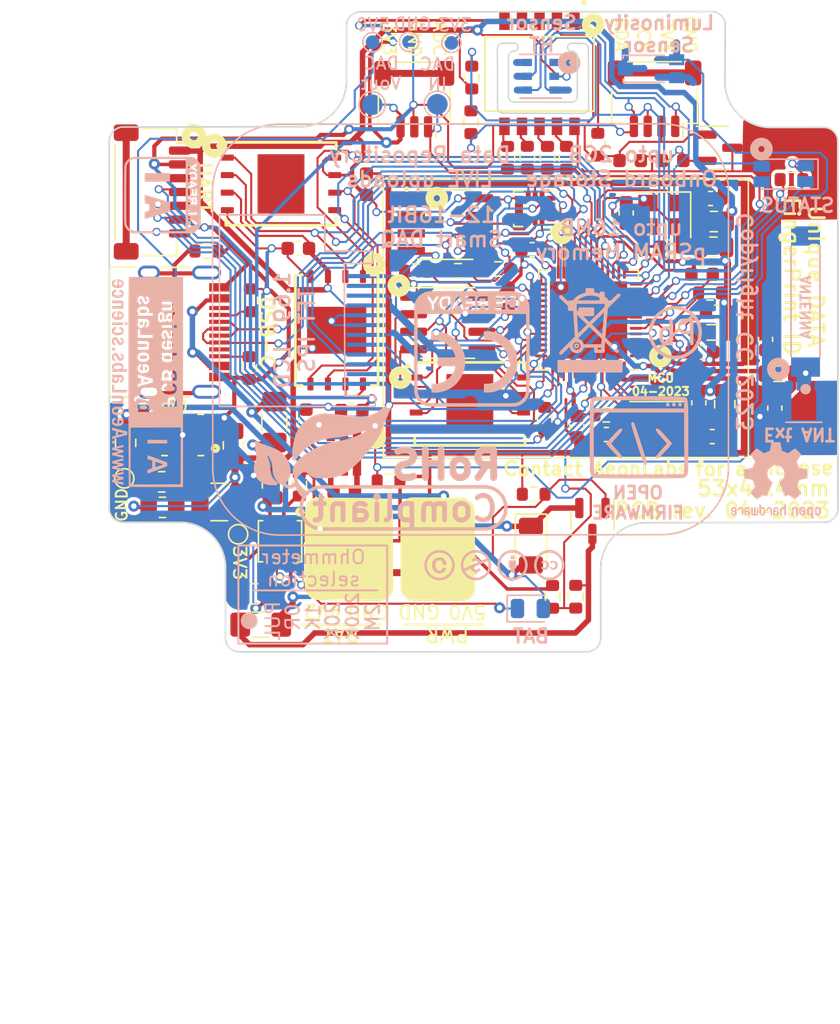
<source format=kicad_pcb>
(kicad_pcb (version 20221018) (generator pcbnew)
  (title_block (date "2021-12-28") (rev "5.3") (company "AeonLabs"))
  (layers (0 "F.Cu" signal) (31 "B.Cu" signal) (34 "B.Paste" user) (35 "F.Paste" user) (36 "B.SilkS" user "B.Silkscreen") (37 "F.SilkS" user "F.Silkscreen") (38 "B.Mask" user) (39 "F.Mask" user) (44 "Edge.Cuts" user))
  (net 0 "")
  (net 1 "GND")
  (net 2 "VOLTAGE_REF_IO07")
  (net 3 "STORAGE_CS_IO10")
  (net 4 "Net-(U3-I_SET)")
  (net 5 "3V3")
  (net 6 "VDD_SPI")
  (net 7 "CHIP_EN")
  (net 8 "ESP_GPIO0_BOOT-DTR")
  (net 9 "GPIO8_I2C_SDA")
  (net 10 "USB_D-")
  (net 11 "SPIHD")
  (net 12 "SPIWP")
  (net 13 "SPICS0")
  (net 14 "SPICLK")
  (net 15 "SPIQ")
  (net 16 "SPID")
  (net 17 "USB_D+")
  (net 18 "Net-(ESP32S1-LNA_IN{slash}RF)")
  (net 19 "Net-(ESP32S1-GPIO16{slash}ADC2_CH5{slash}XTAL_32K_N)")
  (net 20 "Net-(ESP32S1-GPIO15{slash}ADC2_CH4{slash}XTAL_32K_P)")
  (net 21 "TXD0")
  (net 22 "RXD0")
  (net 23 "DAC_CALIBRATION")
  (net 24 "Net-(ESP32S1-XTAL_P)")
  (net 25 "Net-(ESP32S1-XTAL_N)")
  (net 26 "GPIO9_I2C_SCL")
  (net 27 "Net-(ESP32S1-U0TXD{slash}PROG{slash}GPIO43)")
  (net 28 "SPICS1")
  (net 29 "LCD2_LED_IO35")
  (net 30 "3V3_PLUG")
  (net 31 "Net-(HX1-C-)")
  (net 32 "LCD2_DC_IO36")
  (net 33 "LCD2_CS_IO37")
  (net 34 "VIN_BATF")
  (net 35 "VIN_BAT")
  (net 36 "STDBY_LED_G")
  (net 37 "CHRG_LED_R")
  (net 38 "VIN")
  (net 39 "USB_5V0")
  (net 40 "BAT_SENSE_IO21")
  (net 41 "LCD2_RST_IO38")
  (net 42 "Net-(HX1-C+)")
  (net 43 "Net-(J1-CC1)")
  (net 45 "Net-(J1-CC2)")
  (net 47 "Net-(LED1-RA)")
  (net 48 "unconnected-(U4-NC-Pad1)")
  (net 49 "unconnected-(U4-NC-Pad6)")
  (net 50 "STORAGE_MOSI_SPID_IO11")
  (net 51 "FSPICLK_IO12")
  (net 52 "STORAGE_MISO_SPIQ_IO13")
  (net 53 "ADC_IN_IO04")
  (net 54 "PLUG_PWR_3V3_EN_IO38")
  (net 55 "USB_5V0F")
  (net 58 "unconnected-(ESP32S1-MTCK{slash}JTAG{slash}GPIO39-Pad44)")
  (net 59 "unconnected-(ESP32S1-MTDO{slash}JTAG{slash}GPIO40-Pad45)")
  (net 60 "unconnected-(ESP32S1-MTDI{slash}JTAG{slash}GPIO41-Pad47)")
  (net 61 "unconnected-(ESP32S1-MTMS{slash}JTAG{slash}GPIO42-Pad48)")
  (net 62 "Net-(AUR1-FB)")
  (net 63 "Net-(AUR1-SW)")
  (net 64 "Net-(ESP32S1-VDD3P3-Pad2)")
  (net 65 "Net-(E_LNA_ANT2-SIG)")
  (net 66 "Net-(J1-SHIELD-PadS1)")
  (net 67 "STORAGE_2_CS_IO17")
  (net 76 "Net-(DIPSW1-Pin_1)")
  (net 77 "Net-(DIPSW1-Pin_4)")
  (net 78 "Net-(DIPSW1-Pin_6)")
  (net 79 "Net-(DIPSW1-Pin_8)")
  (net 80 "Net-(DIPSW1-Pin_10)")
  (net 81 "IMU_CS_IO21")
  (net 82 "TEMT6000_IO33")
  (net 84 "LED_G_IO02")
  (net 85 "LED_R_IO04")
  (net 86 "LED_B_IO05")
  (footprint "Package_TO_SOT_SMD:SOT-23" (layer "F.Cu") (at 226.11 108.7475 -90)
    (fp_text reference "DMP1045U_1" hide)
    (fp_text value "DMP1045U")
  )
  (footprint "Resistor_SMD:R_0603_1608Metric" (layer "F.Cu") (at 224.9 114.24 -90)
    (fp_text reference "BAT_SENSE_R2" hide)
    (fp_text value "100k")
  )
  (footprint "AeonLabs Enclosure Boxes:ABB JB6 IP65 57x64mm" (layer "F.Cu") (at 214.23 95.29 180)
    (fp_text reference "REF**" hide)
    (fp_text value "ABB JB6 IP65 57x64mm")
    (fp_line (start -29.68 14.045484) (end -29.684389 -12.595279) (stroke (width 0.12)) (layer "Edge.Cuts"))
    (fp_line (start -28.718904 15.072335) (end -24.798393 15.067665) (stroke (width 0.12)) (layer "Edge.Cuts"))
    (fp_line (start -28.657538 -13.556375) (end -15.822462 -13.583625) (stroke (width 0.12)) (layer "Edge.Cuts"))
    (fp_line (start -21.517584 22.447976) (end -21.488551 18.410009) (stroke (width 0.12)) (layer "Edge.Cuts"))
    (fp_line (start -20.556488 23.474827) (end 4.927339 23.448648) (stroke (width 0.12)) (layer "Edge.Cuts"))
    (fp_line (start -12.483764 -21.975849) (end -12.480118 -16.893467) (stroke (width 0.12)) (layer "Edge.Cuts"))
    (fp_line (start -11.456913 -22.936945) (end 13.776912 -22.943054) (stroke (width 0.12)) (layer "Edge.Cuts"))
    (fp_line (start 5.95419 22.487552) (end 5.96258 18.437092) (stroke (width 0.12)) (layer "Edge.Cuts"))
    (fp_line (start 14.738008 -21.916203) (end 14.727203 -16.893806) (stroke (width 0.12)) (layer "Edge.Cuts"))
    (fp_line (start 18.037045 -13.551462) (end 22.204116 -13.548538) (stroke (width 0.12)) (layer "Edge.Cuts"))
    (fp_line (start 22.14 15.1) (end 9.304924 15.12725) (stroke (width 0.12)) (layer "Edge.Cuts"))
    (fp_line (start 23.165212 -12.521687) (end 23.166851 14.138904) (stroke (width 0.12)) (layer "Edge.Cuts"))
    (fp_arc (start -29.684389 -12.595279) (mid -29.365412 -13.283579) (end -28.657538 -13.556375) (stroke (width 0.12)) (layer "Edge.Cuts"))
    (fp_arc (start -28.718904 15.072335) (mid -29.407203 14.753357) (end -29.68 14.045484) (stroke (width 0.12)) (layer "Edge.Cuts"))
    (fp_arc (start -24.798393 15.067665) (mid -22.446462 16.048605) (end -21.488551 18.410009) (stroke (width 0.12)) (layer "Edge.Cuts"))
    (fp_arc (start -20.556488 23.474827) (mid -21.244789 23.155851) (end -21.517584 22.447976) (stroke (width 0.12)) (layer "Edge.Cuts"))
    (fp_arc (start -12.483764 -21.975849) (mid -12.164792 -22.664154) (end -11.456913 -22.936945) (stroke (width 0.12)) (layer "Edge.Cuts"))
    (fp_arc (start -12.480118 -16.893467) (mid -13.461062 -14.54154) (end -15.822462 -13.583625) (stroke (width 0.12)) (layer "Edge.Cuts"))
    (fp_arc (start 5.95419 22.487552) (mid 5.635223 23.175865) (end 4.927339 23.448648) (stroke (width 0.12)) (layer "Edge.Cuts"))
    (fp_arc (start 5.96258 18.437092) (mid 6.943525 16.085166) (end 9.304924 15.12725) (stroke (width 0.12)) (layer "Edge.Cuts"))
    (fp_arc (start 13.776912 -22.943054) (mid 14.465225 -22.624077) (end 14.738008 -21.916203) (stroke (width 0.12)) (layer "Edge.Cuts"))
    (fp_arc (start 18.037045 -13.551462) (mid 15.685136 -14.532419) (end 14.727203 -16.893806) (stroke (width 0.12)) (layer "Edge.Cuts"))
    (fp_arc (start 22.204116 -13.548538) (mid 22.892306 -13.229474) (end 23.165212 -12.521687) (stroke (width 0.12)) (layer "Edge.Cuts"))
    (fp_arc (start 23.166851 14.138904) (mid 22.847862 14.827192) (end 22.14 15.1) (stroke (width 0.12)) (layer "Edge.Cuts"))
  )
  (footprint "Resistor_SMD:R_0805_2012Metric_Pad1.20x1.40mm_HandSolder" (layer "F.Cu") (at 194.92 107.76)
    (fp_text reference "AUR_R1" hide)
    (fp_text value "24K")
  )
  (footprint "Capacitor_SMD:C_0805_2012Metric" (layer "F.Cu") (at 235.71 100.28 90)
    (fp_text reference "E_VDDA_C2" hide)
    (fp_text value "1uF 10% 50V")
  )
  (footprint "Connector_JST:JST_SH_SM03B-SRSS-TB_1x03-1MP_P1.00mm_Horizontal" (layer "F.Cu") (at 208.52 110.62)
    (fp_text reference "ExtSWBAT_PLUG2" hide)
    (fp_text value "Conn_01x03_Female")
  )
  (footprint "Connector_JST:JST_SH_SM07B-SRSS-TB_1x07-1MP_P1.00mm_Horizontal" (layer "F.Cu") (at 194.165 84.9 -90)
    (fp_text reference "JICSP1" hide)
    (fp_text value "Conn_01x07_Socket")
  )
  (footprint "Capacitor_SMD:C_0603_1608Metric" (layer "F.Cu") (at 205.34 101.45 -90)
    (fp_text reference "HX_C3" hide)
    (fp_text value "2.2uF")
  )
  (footprint "Resistor_SMD:R_0603_1608Metric" (layer "F.Cu") (at 221.85 106.81 180)
    (fp_text reference "DMP1045_R1" hide)
    (fp_text value "10K")
  )
  (footprint "Package_DFN_QFN:AUR9718 ST1S09 SON95P300X300X100-7N" (layer "F.Cu") (at 196.39 102.51 180)
    (fp_text reference "AUR1" hide)
    (fp_text value "AUR9718x_DFN_3x3mm_6_pin")
  )
  (footprint "Capacitor_SMD:C_0603_1608Metric" (layer "F.Cu") (at 234.8 102.63)
    (fp_text reference "E_XTAL40_C1" hide)
    (fp_text value "22pF 5% 50V")
  )
  (footprint "Capacitor_SMD:C_0603_1608Metric" (layer "F.Cu") (at 239.34 100.565 -90)
    (fp_text reference "E_LNA_C1" hide)
    (fp_text value "2.7pF")
  )
  (footprint "Package_DFN_QFN:QFN8 3.1x2.9mm QFNn-8 3x3 SON80P400X400X100-9N" (layer "F.Cu") (at 203.02 109.71 -90)
    (fp_text reference "U3" hide)
    (fp_text value "Battery_charger_CN3065_QFN8")
  )
  (footprint "Capacitor_SMD:C_0603_1608Metric" (layer "F.Cu") (at 204.78 88.99)
    (fp_text reference "SPI_STORAG_C1" hide)
    (fp_text value "100nF")
  )
  (footprint "Resistor_SMD:R_0603_1608Metric" (layer "F.Cu") (at 226.5 81.47 -90)
    (fp_text reference "DIP_R1" hide)
    (fp_text value "4k7")
  )
  (footprint "Capacitor_SMD:C_0603_1608Metric" (layer "F.Cu") (at 234.68 85.37)
    (fp_text reference "E_XTAL32_C2" hide)
    (fp_text value "22pF 5% 50V")
  )
  (footprint "Capacitor_SMD:C_0603_1608Metric" (layer "F.Cu") (at 209.72 84.34 -90)
    (fp_text reference "ATSHA_C1" hide)
    (fp_text value "100nF")
  )
  (footprint "Resistor_SMD:R_0603_1608Metric" (layer "F.Cu") (at 223.22 114.25 90)
    (fp_text reference "BAT_SENSE_R1" hide)
    (fp_text value "100k")
  )
  (footprint "Capacitor_SMD:C_0603_1608Metric" (layer "F.Cu") (at 208.65 100.73 180)
    (fp_text reference "HX_C1" hide)
    (fp_text value "2.2uF")
  )
  (footprint "Capacitor_SMD:C_0805_2012Metric_Pad1.18x1.45mm_HandSolder" (layer "F.Cu") (at 200.07 103.27 90)
    (fp_text reference "AUR_C1" hide)
    (fp_text value "22uF")
  )
  (footprint "Capacitor_SMD:C_0603_1608Metric" (layer "F.Cu") (at 231.93 82.62)
    (fp_text reference "VOLTAGE_REF_C2" hide)
    (fp_text value "100nF")
  )
  (footprint "TestPoint:TestPoint_Pad_D1.0mm" (layer "F.Cu") (at 192.15 105.66)
    (fp_text reference "TP3" hide)
    (fp_text value "GND" hide)
  )
  (footprint "Capacitor_SMD:C_0603_1608Metric" (layer "F.Cu") (at 228.56 86.42 -90)
    (fp_text reference "E_XTAL32_C1" hide)
    (fp_text value "22pF 5% 50V")
  )
  (footprint "Capacitor_SMD:C_0603_1608Metric" (layer "F.Cu") (at 238.67 95.58 90)
    (fp_text reference "E_LNA_C2" hide)
    (fp_text value "2.7pF")
  )
  (footprint "Capacitor_SMD:C_0603_1608Metric" (layer "F.Cu") (at 233.83 100.18 90)
    (fp_text reference "E_VDDA_C1" hide)
    (fp_text value "100nF")
  )
  (footprint "Resistor_SMD:R_0603_1608Metric" (layer "F.Cu") (at 198.105 89.18)
    (fp_text reference "USB_PLYG_R2" hide)
    (fp_text value "150K")
  )
  (footprint "Inductor_SMD:L_1210_3225Metric" (layer "F.Cu") (at 199.04 107.37 180)
    (fp_text reference "AUR_l1" hide)
    (fp_text value "3.3uF")
  )
  (footprint "Sensor_Motion:LSM6DS3 Motion Sensor PQFN50P300X250X86-14N" (layer "F.Cu") (at 221.955 86.1 180)
    (fp_text reference "IMU1" hide)
    (fp_text value "LSM6DS3")
  )
  (footprint "AeonLabs_Shields:ESP32-S3 GND Shield" (layer "F.Cu") (at 224.56 93.6 180)
    (fp_text reference "ESP32_SHIELD1" hide)
    (fp_text value "RFShield_OnePiece")
  )
  (footprint "Package_DFN_QFN:QFN-56-1EP_7x7mm_P0.4mm_EP5.6x5.6mm" (layer "F.Cu") (at 225.83 94.18 180)
    (fp_text reference "ESP32S1" hide)
    (fp_text value "ESP32-S3")
  )
  (footprint "Capacitor_SMD:C_0805_2012Metric" (layer "F.Cu") (at 202.9 106.1 -90)
    (fp_text reference "CN3965_C1" hide)
    (fp_text value "22uF")
  )
  (footprint "Capacitor_SMD:C_0603_1608Metric" (layer "F.Cu") (at 234.065 90.86)
    (fp_text reference "E_RTS_C1" hide)
    (fp_text value "100nF")
  )
  (footprint "Package_TO_SOT_SMD:SOT-23" (layer "F.Cu") (at 235.3275 81.69)
    (fp_text reference "U1" hide)
    (fp_text value "MCP1525-TT" hide)
  )
  (footprint "Resistor_SMD:R_0603_1608Metric" (layer "F.Cu") (at 201.21 97.66 -90)
    (fp_text reference "USB_PLUG_R1" hide)
    (fp_text value "5k1")
  )
  (footprint "Capacitor_SMD:C_0603_1608Metric" (layer "F.Cu") (at 234.09 96.51)
    (fp_text reference "E_VDD_3_C4" hide)
    (fp_text value "100nF 10% 16V")
  )
  (footprint "AeonLabs Storage:WSON8 FLASH SPI SON127P800X600X80-9N" (layer "F.Cu") (at 203.52 84.31)
    (fp_text reference "ESP_FLASH2" hide)
    (fp_text value "W25Q128JVS")
  )
  (footprint "Capacitor_SMD:C_0805_2012Metric" (layer "F.Cu") (at 234.88 88.9 180)
    (fp_text reference "E_VDD_3_C2" hide)
    (fp_text value "10uF 20% 6.3V")
  )
  (footprint "Capacitor_SMD:C_0603_1608Metric" (layer "F.Cu") (at 224.99 101.91 -90)
    (fp_text reference "E_VDD_CPU_C1" hide)
    (fp_text value "100nF 10% 16V")
  )
  (footprint "Resistor_SMD:R_0603_1608Metric" (layer "F.Cu") (at 217.36 76.6 90)
    (fp_text reference "I2C_SCL_R1" hide)
    (fp_text value "10k")
  )
  (footprint "Fuse:Fuse_1206_3216Metric_Pad1.42x1.75mm_HandSolder" (layer "F.Cu") (at 203.04 101.58 90)
    (fp_text reference "PWR_FUSE1" hide)
    (fp_text value "Polyfuse")
  )
  (footprint "Package_SO:SOIC-8_3.9x4.9mm_P1.27mm" (layer "F.Cu") (at 215.615 94.395)
    (fp_text reference "EPS1" hide)
    (fp_text value "ESP32-PSRAM_LY68L6400S")
  )
  (footprint "Resistor_SMD:R_0603_1608Metric" (layer "F.Cu") (at 227.12 101.05)
    (fp_text reference "E_DTR_R1" hide)
    (fp_text value "10k")
  )
  (footprint "Crystal:Crystal_SMD_3225-4Pin_3.2x2.5mm" (layer "F.Cu") (at 230.83 101.74 180)
    (fp_text reference "E_XTAL40_1" hide)
    (fp_text value "40Mhz 22pF+-10PPM")
  )
  (footprint "Diode_SMD:D_1206_3216Metric" (layer "F.Cu") (at 221.65 110.535 -90)
    (fp_text reference "DMP1045_SCHOT1" hide)
    (fp_text value "D_Schottky")
  )
  (footprint "Crystal:Crystal_SMD_3225-4Pin_3.2x2.5mm" (layer "F.Cu") (at 231.24 86.55 180)
    (fp_text reference "E_XTAL32_1" hide)
    (fp_text value "32.768Mhz 22pF+-10PPM")
  )
  (footprint "Inductor_SMD:L_0805_2012Metric" (layer "F.Cu") (at 234.82 95.08 180)
    (fp_text reference "E_VDD_L1" hide)
    (fp_text value "12nH 5%")
  )
  (footprint "Capacitor_SMD:C_0603_1608Metric" (layer "F.Cu") (at 208.11 106.64 180)
    (fp_text reference "HX_C2" hide)
    (fp_text value "2.2uF")
  )
  (footprint "Resistor_SMD:R_0603_1608Metric" (layer "F.Cu") (at 211.32 105.84 180)
    (fp_text reference "TMPR1" hide)
    (fp_text value "10K")
  )
  (footprint "Resistor_SMD:R_0603_1608Metric" (layer "F.Cu") (at 219.271199 90.479995 180)
    (fp_text reference "IMR1" hide)
    (fp_text value "10K")
  )
  (footprint "Resistor_SMD:R_0603_1608Metric" (layer "F.Cu") (at 217.3 79.84 90)
    (fp_text reference "I2C_SDA_R1" hide)
    (fp_text value "10k")
  )
  (footprint "AeonLabs Storage:WSON8 FLASH SPI SON127P800X600X80-9N" (layer "F.Cu") (at 207.56 94.92 -90)
    (fp_text reference "ESP_FLASH3" hide)
    (fp_text value "W25Q128JVS" hide)
  )
  (footprint "Capacitor_SMD:C_0805_2012Metric_Pad1.18x1.45mm_HandSolder" (layer "F.Cu") (at 192.25 103.09 -90)
    (fp_text reference "AUR_C2" hide)
    (fp_text value "4.7uF")
  )
  (footprint "Capacitor_SMD:C_0603_1608Metric" (layer "F.Cu") (at 220 92.6 -90)
    (fp_text reference "E_SPI_C1" hide)
    (fp_text value "1uF 10% 50V")
  )
  (footprint "Connector_JST:JST_SH_SM04B-SRSS-TB_1x04-1MP_P1.00mm_Horizontal" (layer "F.Cu") (at 230.62 78.14 180)
    (fp_text reference "I2C_PLUG1" hide)
    (fp_text value "I2C6")
  )
  (footprint "Resistor_SMD:R_0603_1608Metric" (layer "F.Cu") (at 234.64 92.21 180)
    (fp_text reference "E_RTS_R1" hide)
    (fp_text value "10k")
  )
  (footprint "Capacitor_SMD:C_0805_2012Metric" (layer "F.Cu") (at 201.57 114.035)
    (fp_text reference "CN3065_C2" hide)
    (fp_text value "4.7uF")
  )
  (footprint "Resistor_SMD:R_0603_1608Metric" (layer "F.Cu") (at 213.31 90.64)
    (fp_text reference "PSRAM_R1" hide)
    (fp_text value "100K")
  )
  (footprint "Resistor_SMD:R_0603_1608Metric" (layer "F.Cu") (at 221.39 82.41 90)
    (fp_text reference "DIP_R4" hide)
    (fp_text value "200k")
  )
  (footprint "Connector_USB:USB_C_Receptacle_HRO_TYPE-C-31-M-12" (layer "F.Cu") (at 194.99 95.06 -90)
    (fp_text reference "J1" hide)
    (fp_text value "TYPE-C-31-M-12")
  )
  (footprint "Connector_JST:JST_SH_SM03B-SRSS-TB_1x03-1MP_P1.00mm_Horizontal" (layer "F.Cu") (at 213.19 78.175 180)
    (fp_text reference "ExtSW1" hide)
    (fp_text value "Conn_01x03_Female")
  )
  (footprint "Resistor_SMD:R_0603_1608Metric" (layer "F.Cu") (at 201.3 92.75 90)
    (fp_text reference "USB_PLUG_R3" hide)
    (fp_text value "5k1")
  )
  (footprint "Resistor_SMD:R_0603_1608Metric" (layer "F.Cu") (at 219.95 82.42 90)
    (fp_text reference "DIP_R5" hide)
    (fp_text value "2M")
  )
  (footprint "Capacitor_SMD:C_0603_1608Metric" (layer "F.Cu") (at 227.12 102.48 180)
    (fp_text reference "E_XTAL40_C2" hide)
    (fp_text value "22pF 5% 50V")
  )
  (footprint "Resistor_SMD:R_0603_1608Metric" (layer "F.Cu") (at 240.55 84)
    (fp_text reference "LR1" hide)
    (fp_text value "330R")
  )
  (footprint "Connector:Dip Switch 5pin 1mm SW_DS05-127-2-06BK-SMT-TR" (layer "F.Cu") (at 221.635 76.33 -90)
    (fp_text reference "DIPSW1" hide)
    (fp_text value "Conn_02x05_Odd_Even")
  )
  (footprint "Capacitor_SMD:C_0805_2012Metric" (layer "F.Cu") (at 234.92 87.04 180)
    (fp_text reference "E_VDD_3_C1" hide)
    (fp_text value "10uF 20% 6.3V")
  )
  (footprint "Capacitor_SMD:C_0603_1608Metric" (layer "F.Cu") (at 231.79 88.89)
    (fp_text reference "E_VDD_RTC_C1" hide)
    (fp_text value "100nF 10% 16V")
  )
  (footprint "TestPoint:TestPoint_Pad_D1.0mm" (layer "F.Cu") (at 193.47 100.85)
    (fp_text reference "TP1" hide)
    (fp_text value "VIN" hide)
  )
  (footprint "Resistor_SMD:R_0603_1608Metric" (layer "F.Cu") (at 222.65 101.34 90)
    (fp_text reference "E_UART_TX_1" hide)
    (fp_text value "499R")
  )
  (footprint "Capacitor_SMD:C_0603_1608Metric" (layer "F.Cu") (at 228.85 82.62 180)
    (fp_text reference "VOLTAGE_REF_C1" hide)
    (fp_text value "100nF")
  )
  (footprint "Inductor_SMD:L_0805_2012Metric" (layer "F.Cu") (at 239.67 98.07 180)
    (fp_text reference "E_LNA_l1" hide)
    (fp_text value "1.8nH 5%")
  )
  (footprint "Resistor_SMD:R_0805_2012Metric_Pad1.20x1.40mm_HandSolder" (layer "F.Cu") (at 194.87 105.91 180)
    (fp_text reference "AUR_R2" hide)
    (fp_text value "7k5")
  )
  (footprint "Resistor_SMD:R_0603_1608Metric" (layer "F.Cu") (at 222.85 82.42 90)
    (fp_text reference "DIP_R3" hide)
    (fp_text value "20k")
  )
  (footprint "TestPoint:TestPoint_Pad_D1.0mm" (layer "F.Cu") (at 200.41 109.71)
    (fp_text reference "TP2" hide)
    (fp_text value "VOut" hide)
  )
  (footprint "Capacitor_SMD:C_0603_1608Metric" (layer "F.Cu") (at 235.12 93.61 180)
    (fp_text reference "E_VDD_3_C3" hide)
    (fp_text value "100nF 10% 16V")
  )
  (footprint "AeonLabs Storage:WSON8 FLASH SPI SON127P800X600X80-9N" (layer "F.Cu") (at 217.22 100.25)
    (fp_text reference "ESP_FLASH1" hide)
    (fp_text value "W25Q128JVS")
  )
  (footprint "Resistor_SMD:R_0603_1608Metric" (layer "F.Cu") (at 224.23 82.42 90)
    (fp_text reference "DIP_R2" hide)
    (fp_text value "1k")
  )
  (footprint "Resistor_SMD:R_0603_1608Metric" (layer "F.Cu") (at 204.85 106.11 -90)
    (fp_text reference "CN3065_R1" hide)
    (fp_text value "1K8")
  )
  (footprint "Resistor_SMD:R_0603_1608Metric" (layer "F.Cu") (at 216.361199 90.609995 180)
    (fp_text reference "IMR2" hide)
    (fp_text value "10K")
  )
  (footprint "Fuse:Fuse_1206_3216Metric_Pad1.42x1.75mm_HandSolder" (layer "F.Cu") (at 202.05 116.265)
    (fp_text reference "BAT_FUSE1" hide)
    (fp_text value "Polyfuse")
  )
  (footprint "Capacitor_SMD:C_0603_1608Metric" (layer "F.Cu") (at 221.735 89.08)
    (fp_text reference "E_SPI_C2" hide)
    (fp_text value "100nF 10% 16V")
  )
  (footprint "Package_SO:ATSHA204A Auth SOIC8" (layer "F.Cu") (at 215.44 87.265)
    (fp_text reference "U2" hide)
    (fp_text value "ATSHA204A-MAHDA-T")
  )
  (footprint "Package_SO:HX4002 SOT95 P280X125-6N" (layer "F.Cu") (at 208.08 103.61 -90)
    (fp_text reference "HX1" hide)
    (fp_text value "HX4002" hide)
  )
  (footprint "Connector_JST:JST_SH_SM02B-SRSS-TB_1x02-1MP_P1.00mm_Horizontal" (layer "F.Cu") (at 214.83 110.565)
    (fp_text reference "PWR_PLUG1" hide)
    (fp_text value "Screw_Terminal_01x02")
  )
  (footprint "RF_Antenna:RF Antenna IPEX SMD PCB HRS_U.FL-R-SMT(01)" (layer "B.Cu") (at 241.45 100.29)
    (fp_text reference "E_LNA_ANT2" hide)
    (fp_text value "U.FL-R-SMT(01)" hide)
  )
  (footprint "AeonLabs Logosy:AI ready" (layer "B.Cu") (at 194.92 85.12 90)
    (fp_text reference "G***" hide)
    (fp_text value "LOGO" hide)
  )
  (footprint "OLIMEX_LOGOs-FP:LOGO_RECYCLEBIN_1" (layer "B.Cu") (at 228.2725 97.963 180)
    (fp_text reference "Sign-RecycleBin" hide)
    (fp_text value "" hide)
  )
  (footprint "RF_Antenna:2.4ghZ WIFI ANTENNA AN9520_ANT2-SMD-9.5X2.1X1.0MM" (layer "B.Cu") (at 241.57 92.84 90)
    (property "VALUE" "AN9520")
    (fp_text reference "E_LNA_ANT1" hide)
    (fp_text value "SMD-BUILT-IN-ANTENNA-2.4GHZ(2P-9.5X2.1MM)" hide)
  )
  (footprint "TestPoint:TestPoint_Pad_D1.0mm" (layer "B.Cu") (at 215.88 74.09 180)
    (fp_text reference "TP2" hide)
    (fp_text value "VOut" hide)
  )
  (footprint "TestPoint:TestPoint_Pad_D1.5mm" (layer "B.Cu") (at 210.13 78.57 180)
    (fp_text reference "REF**" hide)
    (fp_text value "TestPoint_Pad_D1.5mm" hide)
  )
  (footprint "AeonLabs:aeon creative commons logos" (layer "B.Cu") (at 219.01 111.9 180)
    (fp_text reference "G***" hide)
    (fp_text value "LOGO" hide)
  )
  (footprint "Sensor:TEMT6000-SEN" (layer "B.Cu") (at 230.35 75.96 180)
    (fp_text reference "U6" hide)
    (fp_text value "TEMT6000" hide)
  )
  (footprint "Sensor_Humidity:AHT20 HT Sensor PSON100P300X300X110-6N" (layer "B.Cu") (at 222.355 76.51 180)
    (fp_text reference "U4" hide)
    (fp_text value "AHT20" hide)
  )
  (footprint "LED_SMD:LED_1206_3210_RGB_Metric" (layer "B.Cu") (at 240.21 83.64 180)
    (fp_text reference "LED1" hide)
    (fp_text value "LED_GBRC" hide)
  )
  (footprint "OLIMEX_LOGOs-FP:LOGO_ROHS_1" (layer "B.Cu") (at 218.82 108.69 180)
    (fp_text reference "Sign-RoHS" hide)
    (fp_text value "" hide)
  )
  (footprint "AeonLabs Logos:aeonlabs science" (layer "B.Cu") (at 193.79 98.67 90)
    (fp_text reference "G***" hide)
    (fp_text value "LOGO" hide)
  )
  (footprint "AeonLabs Logosy:CE Ready Small Logo" (layer "B.Cu") (at 217.37 96.27 180)
    (fp_text reference "G***" hide)
    (fp_text value "LOGO" hide)
  )
  (footprint "TestPoint:TestPoint_Pad_D1.0mm" (layer "B.Cu") (at 212.81 74.02 180)
    (fp_text reference "TP3" hide)
    (fp_text value "GND" hide)
  )
  (footprint "Symbol:OSHW-Logo2_7.3x6mm_SilkScreen" (layer "B.Cu") (at 239.42 105.8 180)
    (fp_text reference "REF**" hide)
    (fp_text value "OSHW-Logo2_7.3x6mm_SilkScreen" hide)
  )
  (footprint "AeonLabs LCDs:1,69 inch LCD IPS TFT" (layer "B.Cu") (at 221.093795 95.548857 90)
    (fp_text reference "LCD1" hide)
    (fp_text value "Conn_01x12_Male" hide)
  )
  (footprint "LED_SMD:LED_0805_2012Metric" (layer "B.Cu") (at 221.61 115.095)
    (fp_text reference "CN3065_STDBY_LED1" hide)
    (fp_text value "LED" hide)
  )
  (footprint "OLIMEX_LOGOs-FP:LOGO_PBFREE" (layer "B.Cu") (at 232.33 94.78)
    (fp_text reference "Sign-PbFree" hide)
    (fp_text value "")
  )
  (footprint "AeonLabs Logos:open_firmware" (layer "B.Cu") (at 229.64 103.64 180)
    (fp_text reference "G***" hide)
    (fp_text value "LOGO" hide)
  )
  (footprint "TestPoint:TestPoint_Pad_D1.5mm" (layer "B.Cu") (at 214.86 78.54 180)
    (fp_text reference "REF**" hide)
    (fp_text value "TestPoint_Pad_D1.5mm" hide)
  )
  (footprint "TestPoint:TestPoint_Pad_D1.0mm" (layer "B.Cu") (at 210.16 74.04 180)
    (fp_text reference "TP1" hide)
    (fp_text value "VIN" hide)
  )
  (gr_line (start 201.56 113.78) (end 210.51 113.78) (stroke (width 0.15)) (layer "B.SilkS"))
  (gr_circle (center 201.21 115.98) (end 201.232709 115.67) (stroke (width 0.6)) (fill none) (layer "B.SilkS"))
  (gr_circle (center 239.6 97.74) (end 239.821547 97.76) (stroke (width 0.6)) (fill none) (layer "B.SilkS"))
  (gr_circle (center 224.42 75.532447) (end 224.641547 75.552447) (stroke (width 0.6)) (fill none) (layer "B.SilkS"))
  (gr_circle (center 238.37 81.787553) (end 238.591547 81.807553) (stroke (width 0.6)) (fill none) (layer "B.SilkS"))
  (gr_rect (start 200.43 110.525) (end 211.22 117.635) (stroke (width 0.15)) (fill none) (layer "B.SilkS"))
  (gr_circle (center 231.04 96.81) (end 230.818453 96.83) (stroke (width 0.6)) (fill none) (layer "F.SilkS"))
  (gr_circle (center 197.198453 80.85) (end 196.908453 80.88) (stroke (width 0.6)) (fill none) (layer "F.SilkS"))
  (gr_circle (center 212.07 91.68) (end 211.848453 91.7) (stroke (width 0.6)) (fill none) (layer "F.SilkS"))
  (gr_circle (center 226.17 72.77) (end 225.948453 72.79) (stroke (width 0.6)) (fill none) (layer "F.SilkS"))
  (gr_circle (center 223.892447 87.87) (end 223.6709 87.89) (stroke (width 0.6)) (fill none) (layer "F.SilkS"))
  (gr_circle (center 210.282447 90.12) (end 210.0609 90.14) (stroke (width 0.6)) (fill none) (layer "F.SilkS"))
  (gr_circle (center 210.31 102.7) (end 210.088453 102.72) (stroke (width 0.6)) (fill none) (layer "F.SilkS"))
  (gr_line (start 212.44 116.255) (end 218.18 116.255) (stroke (width 0.15)) (layer "F.SilkS"))
  (gr_circle (center 204.88 108.1) (end 205.07 108.12) (stroke (width 0.28)) (fill none) (layer "F.SilkS"))
  (gr_line (start 205.06 116.26) (end 210.8 116.26) (stroke (width 0.15)) (layer "F.SilkS"))
  (gr_circle (center 212.177553 98.36) (end 211.956006 98.38) (stroke (width 0.6)) (fill none) (layer "F.SilkS"))
  (gr_circle (center 214.822447 85.35) (end 214.6009 85.37) (stroke (width 0.6)) (fill none) (layer "F.SilkS"))
  (gr_circle (center 198.762353 103.49) (end 198.742353 103.68) (stroke (width 0.28)) (fill none) (layer "F.SilkS"))
  (gr_circle (center 198.681547 81.54) (end 198.391547 81.57) (stroke (width 0.6)) (fill none) (layer "F.SilkS"))
  (gr_line (start 220.018699 75.114445) (end 220.018212 77.974445) (stroke (width 0.1)) (layer "Edge.Cuts"))
  (gr_line (start 224.604757 78.390487) (end 220.448699 78.384444) (stroke (width 0.1)) (layer "Edge.Cuts"))
  (gr_arc (start 224.594756 74.69) (mid 224.897863 74.802745) (end 225.025243 75.099999) (stroke (width 0.1)) (layer "Edge.Cuts"))
  (gr_arc (start 225.384999 74.120332) (mid 225.688014 74.233174) (end 225.815486 74.530331) (stroke (width 0.1)) (layer "Edge.Cuts"))
  (gr_arc (start 225.834356 78.772673) (mid 225.721621 79.07579) (end 225.424357 79.20316) (stroke (width 0.1)) (layer "Edge.Cuts"))
  (gr_line (start 225.025243 75.099999) (end 225.014756 77.96) (stroke (width 0.1)) (layer "Edge.Cuts"))
  (gr_arc (start 220.018181 75.114445) (mid 220.13094 74.811351) (end 220.42818 74.683958) (stroke (width 0.1)) (layer "Edge.Cuts"))
  (gr_line (start 219.628182 74.11013) (end 220.42818 74.109687) (stroke (width 0.1)) (layer "Edge.Cuts"))
  (gr_arc (start 224.594756 74.69) (mid 224.3076 74.402864) (end 224.594756 74.115729) (stroke (width 0.1)) (layer "Edge.Cuts"))
  (gr_line (start 225.384999 74.120332) (end 224.594756 74.115729) (stroke (width 0.1)) (layer "Edge.Cuts"))
  (gr_line (start 219.655349 79.185476) (end 225.424357 79.20316) (stroke (width 0.1)) (layer "Edge.Cuts"))
  (gr_line (start 219.218701 74.540617) (end 219.224862 78.775477) (stroke (width 0.1)) (layer "Edge.Cuts"))
  (gr_arc (start 220.42818 74.109687) (mid 220.715313 74.396822) (end 220.42818 74.683958) (stroke (width 0.1)) (layer "Edge.Cuts"))
  (gr_line (start 225.834356 78.772673) (end 225.815486 74.530331) (stroke (width 0.1)) (layer "Edge.Cuts"))
  (gr_arc (start 219.218183 74.540617) (mid 219.33087 74.237454) (end 219.628182 74.11013) (stroke (width 0.1)) (layer "Edge.Cuts"))
  (gr_arc (start 220.448699 78.384444) (mid 220.145565 78.271727) (end 220.018212 77.974445) (stroke (width 0.1)) (layer "Edge.Cuts"))
  (gr_arc (start 219.655349 79.185476) (mid 219.35217 79.072806) (end 219.224862 78.775477) (stroke (width 0.1)) (layer "Edge.Cuts"))
  (gr_arc (start 225.014756 77.96) (mid 224.90204 78.263135) (end 224.604757 78.390487) (stroke (width 0.1)) (layer "Edge.Cuts"))
  (gr_text "BAT" (at 221.65 117.095) (layer "B.SilkS") (effects (font (size 1 1) (thickness 0.2)) (justify mirror)))
  (gr_text "5V0\n" (at 210.19 72.77) (layer "B.SilkS") (effects (font (size 0.9 0.9)) (justify mirror)))
  (gr_text "1K" (at 205.85 115.73 90) (layer "B.SilkS") (effects (font (size 1 1)) (justify mirror)))
  (gr_text "2M" (at 210.16 115.71 90) (layer "B.SilkS") (effects (font (size 1 1)) (justify mirror)))
  (gr_text "ANTENNA" (at 241.59 93.26 90) (layer "B.SilkS") (effects (font (size 0.7 0.7)) (justify mirror)))
  (gr_text "1.69{dblquote} LCD\nTFT IPS" (at 204.51 94.92 90) (layer "B.SilkS") (effects (font (size 1.1 1.1) (thickness 0.2)) (justify mirror)))
  (gr_text "GND" (at 213.07 72.73) (layer "B.SilkS") (effects (font (size 0.9 0.9)) (justify mirror)))
  (gr_text "3V3" (at 216.13 72.78) (layer "B.SilkS") (effects (font (size 0.9 0.9)) (justify mirror)))
  (gr_text "upto 2GB\nOnboard Storage\n\nupto 16MB\npSRAM Memory\n" (at 228.2 85.72) (layer "B.SilkS") (effects (font (size 1.1 1.1) (thickness 0.2)) (justify mirror)))
  (gr_text "DAC\nVout" (at 210.78 76.29) (layer "B.SilkS") (effects (font (size 0.9 0.9)) (justify mirror)))
  (gr_text "Copyright CC 2023" (at 237.21 94.31 90) (layer "B.SilkS") (effects (font (size 1.1 1.1) (thickness 0.2)) (justify mirror)))
  (gr_text "0R" (at 204.37 115.71 90) (layer "B.SilkS") (effects (font (size 1 1)) (justify mirror)))
  (gr_text "Ext ANT" (at 241.11 102.47 180) (layer "B.SilkS") (effects (font (size 0.9 0.9) (thickness 0.2)) (justify mirror)))
  (gr_text "12-16Bit\nSmart DAQ" (at 215.15 87.44) (layer "B.SilkS") (effects (font (size 1.1 1.1) (thickness 0.2)) (justify mirror)))
  (gr_text "Luminosity\nSensor" (at 230.95 73.44) (layer "B.SilkS") (effects (font (size 1 1) (thickness 0.2)) (justify mirror)))
  (gr_text "STATUS" (at 240.98 85.87) (layer "B.SilkS") (effects (font (size 1 1) (thickness 0.2)) (justify mirror)))
  (gr_text "20K" (at 207.26 115.99 90) (layer "B.SilkS") (effects (font (size 1 1)) (justify mirror)))
  (gr_text "200K" (at 208.7 115.65 90) (layer "B.SilkS") (effects (font (size 0.9 0.9)) (justify mirror)))
  (gr_text "Sensor\nHT" (at 222.43 73.44) (layer "B.SilkS") (effects (font (size 1 1) (thickness 0.2)) (justify mirror)))
  (gr_text "DAC\nIN" (at 214.87 76.36) (layer "B.SilkS") (effects (font (size 0.9 0.9)) (justify mirror)))
  (gr_text "OPEN\nFIRMWARE" (at 229.41 107.43) (layer "B.SilkS") (effects (font (size 0.9 0.9) (thickness 0.2)) (justify mirror)))
  (gr_text "Data Repository\nLIVE uploads" (at 213.59 83.09) (layer "B.SilkS") (effects (font (size 1.1 1.1) (thickness 0.2)) (justify mirror)))
  (gr_text "Ohmmeter\nselection" (at 205.88 112.17) (layer "B.SilkS") (effects (font (size 1 1)) (justify mirror)))
  (gr_text "PUL" (at 202.93 115.99 90) (layer "B.SilkS") (effects (font (size 1 1)) (justify mirror)))
  (gr_text "GND" (at 191.97 107.58 90) (layer "F.SilkS") (effects (font (size 0.8 0.8))))
  (gr_text "3V3" (at 200.52 111.79 -90) (layer "F.SilkS") (effects (font (size 0.9 0.9))))
  (gr_text "3V3" (at 211.37 73.78 -90) (layer "F.SilkS") (effects (font (size 0.9 0.9))))
  (gr_text "GND" (at 213.54 115.295 180) (layer "F.SilkS") (effects (font (size 1 1))))
  (gr_text "Unique DATA\nFingerPrint ID" (at 241.45 91 -90) (layer "F.SilkS") (effects (font (size 1.1 1.1) (thickness 0.2))))
  (gr_text "MCU\n04-2023" (at 231.07 98.87) (layer "F.SilkS") (effects (font (size 0.6 0.6) (thickness 0.15) bold)))
  (gr_text "PCB rev. 04-2023" (at 235.54 107.99) (layer "F.SilkS") (effects (font (size 1.1 1.1) (thickness 0.2))))
  (gr_text "BAT" (at 207.86 116.96 180) (layer "F.SilkS") (effects (font (size 1 1))))
  (gr_text "for a\n" (at 233.47 104.98) (layer "F.SilkS") (effects (font (size 1 1) (thickness 0.2)) (justify left)))
  (gr_text "SCK" (at 229.83 73.52 270) (layer "F.SilkS") (effects (font (size 0.9 0.9))))
  (gr_text "Contact AeonLabs" (at 219.53 104.97) (layer "F.SilkS") (effects (font (size 1 1) (thickness 0.2)) (justify left)))
  (gr_text "PWR" (at 215.58 116.995 180) (layer "F.SilkS") (effects (font (size 1 1))))
  (gr_text "3V3" (at 231.5 73.54 -90) (layer "F.SilkS") (effects (font (size 0.9 0.9))))
  (gr_text "53x46.4mm" (at 238.51 106.39) (layer "F.SilkS") (effects (font (size 1.1 1.1) (thickness 0.2))))
  (gr_text "ADC" (at 215.01 73.78 270) (layer "F.SilkS") (effects (font (size 0.9 0.9))))
  (gr_text "License" (at 237.89 104.9) (layer "F.SilkS") (effects (font (size 1 1) (thickness 0.2)) (justify left)))
  (gr_text "4V2" (at 206.564 115.316 180) (layer "F.SilkS") (effects (font (size 1 1))))
  (gr_text "USB-C" (at 202.52 95.07 -90) (layer "F.SilkS") (effects (font (size 1 1) (thickness 0.2))))
  (gr_text "5V0" (at 217.03 115.33 180) (layer "F.SilkS") (effects (font (size 1 1))))
  (gr_text "GND" (at 233.17 73.47 270) (layer "F.SilkS") (effects (font (size 0.9 0.9))))
  (gr_text "GND" (at 213.2 73.76 -90) (layer "F.SilkS") (effects (font (size 0.9 0.9))))
  (gr_text "GND" (at 209.866 115.316 180) (layer "F.SilkS") (effects (font (size 1 1))))
  (gr_text "5V0\n" (at 195.53 100.43) (layer "F.SilkS") (effects (font (size 0.9 0.9))))
  (gr_text "SDA" (at 228.21 73.47 -90) (layer "F.SilkS") (effects (font (size 0.9 0.9))))
  (gr_text "UART" (at 197.96 84.57 -90) (layer "F.SilkS") (effects (font (size 1 1) (thickness 0.2))))
  (segment (start 212.975 112.495) (end 213.03 112.44) (width 0.51) (layer "F.Cu") (net 0))
  (segment (start 206.22 112.495) (end 212.975 112.495) (width 0.51) (layer "F.Cu") (net 0))
  (segment (start 227.82 76.265) (end 233.42 76.265) (width 0.51) (layer "F.Cu") (net 0))
  (segment (start 215.49 76.3) (end 210.89 76.3) (width 0.51) (layer "F.Cu") (net 0))
  (segment (start 213.03 112.44) (end 216.63 112.44) (width 0.51) (layer "F.Cu") (net 0))
  (segment (start 192.29 80.6) (end 192.29 89.2) (width 0.51) (layer "F.Cu") (net 0))
  (segment (start 232.19 76.58) (end 230.86 76.58) (width 0.51) (layer "B.Cu") (net 0))
  (segment (start 233.09 76.61) (end 233.44 76.96) (width 0.51) (layer "B.Cu") (net 0))
  (segment (start 232.22 76.61) (end 233.09 76.61) (width 0.51) (layer "B.Cu") (net 0))
  (segment (start 232.22 76.61) (end 232.19 76.58) (width 0.51) (layer "B.Cu") (net 0))
  (segment (start 215.64 79.79) (end 214.43 78.58) (width 0.15) (layer "F.Cu") (net 1))
  (segment (start 214.3 99.31) (end 214.3 99.9) (width 0.15) (layer "F.Cu") (net 1))
  (segment (start 208.08 102.36) (end 208.08 100.935) (width 0.25) (layer "F.Cu") (net 1))
  (segment (start 224.96 102.725) (end 224.775 102.725) (width 0.2) (layer "F.Cu") (net 1))
  (segment (start 206.95 100.47) (end 205.545 100.47) (width 0.2) (layer "F.Cu") (net 1))
  (segment (start 199.33 89.32) (end 199.885 88.765) (width 0.25) (layer "F.Cu") (net 1))
  (segment (start 204.08 93.35) (end 202.79 92.06) (width 0.3) (layer "F.Cu") (net 1))
  (segment (start 229.4455 88.4455) (end 227.568118 86.568118) (width 0.2) (layer "F.Cu") (net 1))
  (segment (start 198.875 98.34) (end 198.905 98.37) (width 0.3) (layer "F.Cu") (net 1))
  (segment (start 209.53 108.0925) (end 209.53 110.1475) (width 0.25) (layer "F.Cu") (net 1))
  (segment (start 214.02 99.03) (end 214.3 99.31) (width 0.15) (layer "F.Cu") (net 1))
  (segment (start 230.489878 97.517855) (end 229.8 97.517855) (width 0.32) (layer "F.Cu") (net 1))
  (segment (start 230.809558 97.837535) (end 230.489878 97.517855) (width 0.32) (layer "F.Cu") (net 1))
  (segment (start 213.16 89.36) (end 214.58 89.36) (width 0.15) (layer "F.Cu") (net 1))
  (segment (start 233.73125 87.063321) (end 233.93 87.262071) (width 0.3) (layer "F.Cu") (net 1))
  (segment (start 202.49 92.06) (end 202.49 91.37) (width 0.3) (layer "F.Cu") (net 1))
  (segment (start 232.16 80.1) (end 232.16 78.76) (width 0.15) (layer "F.Cu") (net 1))
  (segment (start 207.3 100.47) (end 207.02 100.47) (width 0.2) (layer "F.Cu") (net 1))
  (segment (start 214.3 108.155) (end 214.3 105.5) (width 0.25) (layer "F.Cu") (net 1))
  (segment (start 232.69 99.77) (end 233.01 100.09) (width 0.2) (layer "F.Cu") (net 1))
  (segment (start 207.885 102.36) (end 207.885 102.794252) (width 0.15) (layer "F.Cu") (net 1))
  (segment (start 232.30625 87.510764) (end 232.102743 87.307257) (width 0.3) (layer "F.Cu") (net 1))
  (segment (start 214.3 105.5) (end 214.3 103.74) (width 0.25) (layer "F.Cu") (net 1))
  (segment (start 234.85 101.29) (end 234.515 100.955) (width 0.2) (layer "F.Cu") (net 1))
  (segment (start 221.46 85.265) (end 221.46 84.335) (width 0.15) (layer "F.Cu") (net 1))
  (segment (start 237.021199 97.359995) (end 237.081199 97.299995) (width 0.32) (layer "F.Cu") (net 1))
  (segment (start 238.395 94.82) (end 237.08 94.82) (width 0.32) (layer "F.Cu") (net 1))
  (segment (start 238.97 84.6) (end 238.97 86.14) (width 0.15) (layer "F.Cu") (net 1))
  (segment (start 230.44 82.32) (end 229.925 82.32) (width 0.15) (layer "F.Cu") (net 1))
  (segment (start 193.49 106.03) (end 193.49 104.76) (width 0.4) (layer "F.Cu") (net 1))
  (segment (start 203.22 108.82) (end 203.22 109.89) (width 0.25) (layer "F.Cu") (net 1))
  (segment (start 236.265 83.335) (end 236.2 83.4) (width 0.15) (layer "F.Cu") (net 1))
  (segment (start 231.921199 102.882495) (end 231.921199 103.857495) (width 0.3) (layer "F.Cu") (net 1))
  (segment (start 235.45625 85.559661) (end 233.95259 87.063321) (width 0.3) (layer "F.Cu") (net 1))
  (segment (start 232.675952 94.695721) (end 232.734279 94.695721) (width 0.15) (layer "F.Cu") (net 1))
  (segment (start 207.56 100.73) (end 207.3 100.47) (width 0.2) (layer "F.Cu") (net 1))
  (segment (start 215.880698 102.115213) (end 213.500698 102.115213) (width 0.25) (layer "F.Cu") (net 1))
  (segment (start 200.13 100.55) (end 199.41 101.27) (width 0.3) (layer "F.Cu") (net 1))
  (segment (start 230.0655 89.2455) (end 229.114128 89.2455) (width 0.2) (layer "F.Cu") (net 1))
  (segment (start 232.12 80.14) (end 232.16 80.1) (width 0.15) (layer "F.Cu") (net 1))
  (segment (start 193.49 105.9) (end 193.39 105.8) (width 0.15) (layer "F.Cu") (net 1))
  (segment (start 236.2 83.4) (end 237.77 83.4) (width 0.15) (layer "F.Cu") (net 1))
  (segment (start 205.91 107.66) (end 205.29 108.28) (width 0.2) (layer "F.Cu") (net 1))
  (segment (start 230.345464 99.420428) (end 230.40765 99.479875) (width 0.2) (layer "F.Cu") (net 1))
  (segment (start 199.94 101.8) (end 199.41 101.27) (width 0.32) (layer "F.Cu") (net 1))
  (segment (start 205.29 108.28) (end 205.29 110.12) (width 0.2) (layer "F.Cu") (net 1))
  (segment (start 230.548312 99.578914) (end 231.391954 99.578914) (width 0.2) (layer "F.Cu") (net 1))
  (segment (start 198.905 98.37) (end 200.13 98.37) (width 0.3) (layer "F.Cu") (net 1))
  (segment (start 205.545 100.47) (end 205.34 100.675) (width 0.2) (layer "F.Cu") (net 1))
  (segment (start 227.568118 86.568118) (end 227.568118 85.9045) (width 0.2) (layer "F.Cu") (net 1))
  (segment (start 232.30625 88.773321) (end 232.30625 87.510764) (width 0.3) (layer "F.Cu") (net 1))
  (segment (start 213.19 80.175) (end 213.325 80.04) (width 0.3) (layer "F.Cu") (net 1))
  (segment (start 194.876 81.03) (end 197.42 81.03) (width 0.3) (layer "F.Cu") (net 1))
  (segment (start 234.90625 97.268321) (end 234.823221 97.35135) (width 0.2) (layer "F.Cu") (net 1))
  (segment (start 213.14 96.3) (end 212.32 96.3) (width 0.15) (layer "F.Cu") (net 1))
  (segment (start 212.17 98.57) (end 212.63 99.03) (width 0.15) (layer "F.Cu") (net 1))
  (segment (start 230.44 83.29) (end 230.33 83.4) (width 0.15) (layer "F.Cu") (net 1))
  (segment (start 205.655 91.025) (end 205.415 91.025) (width 0.15) (layer "F.Cu") (net 1))
  (segment (start 202.94 104.91) (end 202.5 105.35) (width 0.25) (layer "F.Cu") (net 1))
  (segment (start 225.01 102.72) (end 226.43 102.72) (width 0.3) (layer "F.Cu") (net 1))
  (segment (start 208.050046 80.76) (end 206.390432 80.76) (width 0.3) (layer "F.Cu") (net 1))
  (segment (start 229.85125 85.653321) (end 230.25125 85.653321) (width 0.3) (layer "F.Cu") (net 1))
  (segment (start 231.155 82.32) (end 230.44 82.32) (width 0.15) (layer "F.Cu") (net 1))
  (segment (start 202.41 110.26) (end 200.62 112.05) (width 0.25) (layer "F.Cu") (net 1))
  (segment (start 201.095 98.37) (end 201.21 98.485) (width 0.3) (layer "F.Cu") (net 1))
  (segment (start 213.98 100.22) (end 211.34 100.22) (width 0.15) (layer "F.Cu") (net 1))
  (segment (start 199.94 102.235) (end 199.94 101.8) (width 0.32) (layer "F.Cu") (net 1))
  (segment (start 233.93 87.262071) (end 233.93 89.52) (width 0.3) (layer "F.Cu") (net 1))
  (segment (start 238.67 94.805) (end 238.665 94.8) (width 0.32) (layer "F.Cu") (net 1))
  (segment (start 209.72 83.565) (end 210.635 83.565) (width 0.2) (layer "F.Cu") (net 1))
  (segment (start 226.42125 94.84875) (end 227.296679 93.973321) (width 0.15) (layer "F.Cu") (net 1))
  (segment (start 213.325 80.04) (end 213.35 80.04) (width 0.3) (layer "F.Cu") (net 1))
  (segment (start 194.37 82.9) (end 194.33 82.86) (width 0.25) (layer "F.Cu") (net 1))
  (segment (start 237.09 101.16) (end 239.16 101.16) (width 0.32) (layer "F.Cu") (net 1))
  (segment (start 212.97 89.17) (end 213.16 89.36) (width 0.15) (layer "F.Cu") (net 1))
  (segment (start 200.62 112.05) (end 200.62 114.225) (width 0.25) (layer "F.Cu") (net 1))
  (segment (start 205.91 105.65) (end 205.91 107.66) (width 0.2) (layer "F.Cu") (net 1))
  (segment (start 230.180313 99.258143) (end 230.25125 99.326214) (width 0.2) (layer "F.Cu") (net 1))
  (segment (start 233.01 100.818796) (end 233.266199 101.074995) (width 0.2) (layer "F.Cu") (net 1))
  (segment (start 193.49 104.76) (end 193.67 104.58) (width 0.4) (layer "F.Cu") (net 1))
  (segment (start 218.91 80.14) (end 218.91 82.69) (width 0.15) (layer "F.Cu") (net 1))
  (segment (start 219.825465 94.015729) (end 219.73 94.015729) (width 0.15) (layer "F.Cu") (net 1))
  (segment (start 193.1275 104.2475) (end 193.565 104.685) (width 0.4) (layer "F.Cu") (net 1))
  (segment (start 194.33 82.86) (end 194.33 81.576) (width 0.3) (layer "F.Cu") (net 1))
  (segment (start 229.642436 99.035318) (end 229.835244 99.073679) (width 0.2) (layer "F.Cu") (net 1))
  (segment (start 231.39 90.57) (end 230.0655 89.2455) (width 0.2) (layer "F.Cu") (net 1))
  (segment (start 235.45625 85.443321) (end 235.45625 85.559661) (width 0.3) (layer "F.Cu") (net 1))
  (segment (start 233.01 100.09) (end 233.01 100.818796) (width 0.2) (layer "F.Cu") (net 1))
  (segment (start 230.420698 85.625213) (end 230.420698 85.750698) (width 0.15) (layer "F.Cu") (net 1))
  (segment (start 214.43 78.58) (end 213.129999 78.58) (width 0.15) (layer "F.Cu") (net 1))
  (segment (start 235.641199 101.327495) (end 235.641199 102.592495) (width 0.3) (layer "F.Cu") (net 1))
  (segment (start 202.79 92.06) (end 202.49 92.06) (width 0.3) (layer "F.Cu") (net 1))
  (segment (start 233.469571 89.980429) (end 233.469571 90.81) (width 0.3) (layer "F.Cu") (net 1))
  (segment (start 214.3 99.9) (end 213.98 100.22) (width 0.15) (layer "F.Cu") (net 1))
  (segment (start 229.71125 85.493321) (end 230.11125 85.493321) (width 0.3) (layer "F.Cu") (net 1))
  (segment (start 207.875 100.915) (end 207.875 100.73) (width 0.2) (layer "F.Cu") (net 1))
  (segment (start 232.59125 97.35135) (end 234.823221 97.35135) (width 0.32) (layer "F.Cu") (net 1))
  (segment (start 234.823221 97.35135) (end 236.87125 97.35135) (width 0.32) (layer "F.Cu") (net 1))
  (segment (start 206.390432 80.76) (end 206.120432 81.03) (width 0.3) (layer "F.Cu") (net 1))
  (segment (start 237.081199 96.484995) (end 237.081199 97.299995) (width 0.32) (layer "F.Cu") (net 1))
  (segment (start 200.13 98.37) (end 201.095 98.37) (width 0.3) (layer "F.Cu") (net 1))
  (segment (start 230.420698 85.750698) (end 232.095213 87.425213) (width 0.15) (layer "F.Cu") (net 1))
  (segment (start 233.93 89.52) (end 233.469571 89.980429) (width 0.3) (layer "F.Cu") (net 1))
  (segment (start 202.5 105.35) (end 201.54 105.35) (width 0.25) (layer "F.Cu") (net 1))
  (segment (start 193.67 104.58) (end 195.64 104.58) (width 0.4) (layer "F.Cu") (net 1))
  (segment (start 196.165 82.9) (end 194.37 82.9) (width 0.25) (layer "F.Cu") (net 1))
  (segment (start 212.155 105.52) (end 214.28 105.52) (width 0.25) (layer "F.Cu") (net 1))
  (segment (start 200.13 98.37) (end 200.13 100.55) (width 0.3) (layer "F.Cu") (net 1))
  (segment (start 200.88 114.245) (end 200.91 114.215) (width 0.25) (layer "F.Cu") (net 1))
  (segment (start 220.061199 93.779995) (end 219.825465 94.015729) (width 0.15) (layer "F.Cu") (net 1))
  (segment (start 222.535698 88.727755) (end 222.535698 89.065213) (width 0.15) (layer "F.Cu") (net 1))
  (segment (start 230.25125 99.326214) (end 230.345464 99.420428) (width 0.2) (layer "F.Cu") (net 1))
  (segment (start 212.12 110.18) (end 203.51 110.18) (width 0.25) (layer "F.Cu") (net 1))
  (segment (start 229.925 82.32) (end 229.625 82.62) (width 0.15) (layer "F.Cu") (net 1))
  (segment (start 208.455023 80.355023) (end 208.050046 80.76) (width 0.3) (layer "F.Cu") (net 1))
  (segment (start 230.1145 88.4455) (end 229.4455 88.4455) (width 0.2) (layer "F.Cu") (net 1))
  (segment (start 230.016863 99.148918) (end 230.180313 99.258143) (width 0.2) (layer "F.Cu") (net 1))
  (segment (start 218.45 83.15) (end 216.09 83.15) (width 0.15) (layer "F.Cu") (net 1))
  (segment (start 202.135 98.485) (end 204.08 96.54) (width 0.3) (layer "F.Cu") (net 1))
  (segment (start 224.188172 102.138172) (end 224.188172 99.931828) (width 0.2) (layer "F.Cu") (net 1))
  (segment (start 201.3 91.925) (end 202.145 91.925) (width 0.15) (layer "F.Cu") (net 1))
  (segment (start 193.39 105.8) (end 191.96 105.8) (width 0.15) (layer "F.Cu") (net 1))
  (segment (start 233.229571 90.57) (end 231.39 90.57) (width 0.2) (layer "F.Cu") (net 1))
  (segment (start 203.235 105.205) (end 204.83 105.205) (width 0.2) (layer "F.Cu") (net 1))
  (segment (start 212.155 110.145) (end 212.12 110.18) (width 0.25) (layer "F.Cu") (net 1))
  (segment (start 203.51 110.18) (end 203.43 110.26) (width 0.25) (layer "F.Cu") (net 1))
  (segment (start 230.33 83.4) (end 225.53 83.4) (width 0.15) (layer "F.Cu") (net 1))
  (segment (start 212.63 99.03) (end 214.02 99.03) (width 0.15) (layer "F.Cu") (net 1))
  (segment (start 221.95 85.255) (end 221.95 84.325) (width 0.15) (layer "F.Cu") (net 1))
  (segment (start 232.095213 87.425213) (end 232.220698 87.425213) (width 0.15) (layer "F.Cu") (net 1))
  (segment (start 236.265 81.69) (end 236.265 83.335) (width 0.15) (layer "F.Cu") (net 1))
  (segment (start 223.06 113.68) (end 219.93 113.68) (width 0.25) (layer "F.Cu") (net 1))
  (segment (start 214.58 89.36) (end 214.73 89.51) (width 0.15) (layer "F.Cu") (net 1))
  (segment (start 221.025 106.81) (end 221.025 103.855) (width 0.15) (layer "F.Cu") (net 1))
  (segment (start 212.32 96.3) (end 212.17 96.45) (width 0.15) (layer "F.Cu") (net 1))
  (segment (start 210.635 83.565) (end 210.865 83.795) (width 0.2) (layer "F.Cu") (net 1))
  (segment (start 228.938357 99.033321) (end 229.544143 99.033321) (width 0.2) (layer "F.Cu") (net 1))
  (segment (start 234.90625 96.453321) (end 234.90625 97.268321) (width 0.2) (layer "F.Cu") (net 1))
  (segment (start 194.33 82.19) (end 194.33 82.86) (width 0.2) (layer "F.Cu") (net 1))
  (segment (start 199.625 86.765) (end 199.625 86.215) (width 0.15) (layer "F.Cu") (net 1))
  (segment (start 229.544143 99.033321) (end 229.642436 99.035318) (width 0.2) (layer "F.Cu") (net 1))
  (segment (start 234.515 100.955) (end 233.83 100.955) (width 0.2) (layer "F.Cu") (net 1))
  (segment (start 203.43 110.26) (end 202.41 110.26) (width 0.25) (layer "F.Cu") (net 1))
  (segment (start 226.42125 97.610821) (end 226.42125 94.84875) (width 0.15) (layer "F.Cu") (net 1))
  (segment (start 202.49 91.37) (end 199.885 88.765) (width 0.3) (layer "F.Cu") (net 1))
  (segment (start 198.875 91.84) (end 199.38 91.84) (width 0.3) (layer "F.Cu") (net 1))
  (segment (start 197.42 81.03) (end 196.165 81.03) (width 0.3) (layer "F.Cu") (net 1))
  (segment (start 201.85 88.99) (end 199.625 86.765) (width 0.15) (layer "F.Cu") (net 1))
  (segment (start 204.85 105.285) (end 205.545 105.285) (width 0.2) (layer "F.Cu") (net 1))
  (segment (start 235.80317 97.359995) (end 237.021199 97.359995) (width 0.32) (layer "F.Cu") (net 1))
  (segment (start 233.845 94.14) (end 234.385 93.6) (width 0.15) (layer "F.Cu") (net 1))
  (segment (start 229.835244 99.073679) (end 230.016863 99.148918) (width 0.2) (layer "F.Cu") (net 1))
  (segment (start 221.025 103.855) (end 221.06 103.82) (width 0.15) (layer "F.Cu") (net 1))
  (segment (start 212.155 105.52) (end 212.155 110.145) (width 0.25) (layer "F.Cu") (net 1))
  (segment (start 197.825 102.51) (end 196.39 102.51) (width 0.4) (layer "F.Cu") (net 1))
  (segment (start 231.58304 99.77) (end 232.69 99.77) (width 0.2) (layer "F.Cu") (net 1))
  (segment (start 213.13 79.82) (end 213.35 80.04) (width 0.3) (layer "F.Cu") (net 1))
  (segment (start 218.91 82.69) (end 218.45 83.15) (width 0.15) (layer "F.Cu") (net 1))
  (segment (start 199.38 91.84) (end 201.17 90.05) (width 0.3) (layer "F.Cu") (net 1))
  (segment (start 232.734279 94.695721) (end 233.29 94.14) (width 0.15) (layer "F.Cu") (net 1))
  (segment (start 204.005 88.99) (end 201.85 88.99) (width 0.15) (layer "F.Cu") (net 1))
  (segment (start 215.64 82.7) (end 215.64 79.79) (width 0.15) (layer "F.Cu") (net 1))
  (segment (start 235.35625 85.248321) (end 235.35625 84.323321) (width 0.3) (layer "F.Cu") (net 1))
  (segment (start 221.025 106.81) (end 221.04 106.795) (width 0.15) (layer "F.Cu") (net 1))
  (segment (start 216.41 110.16) (end 214.33 110.16) (width 0.25) (layer "F.Cu") (net 1))
  (segment (start 204.08 96.54) (end 204.08 93.35) (width 0.3) (layer "F.Cu") (net 1))
  (segment (start 212.14 110.16) (end 212.12 110.18) (width 0.25) (layer "F.Cu") (net 1))
  (segment (start 205.29 110.12) (end 205.35 110.18) (width 0.2) (layer "F.Cu") (net 1))
  (segment (start 206.120432 81.03) (end 197.42 81.03) (width 0.3) (layer "F.Cu") (net 1))
  (segment (start 213.380698 102.115213) (end 213.365698 102.130213) (width 0.15) (layer "F.Cu") (net 1))
  (segment (start 194.33 81.576) (end 194.876 81.03) (width 0.3) (layer "F.Cu") (net 1))
  (segment (start 235.641199 102.782495) (end 235.641199 103.757495) (width 0.3) (layer "F.Cu") (net 1))
  (segment (start 210.865 83.795) (end 211.35 84.28) (width 0.2) (layer "F.Cu") (net 1))
  (segment (start 232.381199 98.419995) (end 237.152157 98.419995) (width 0.32) (layer "F.Cu") (net 1))
  (segment (start 233.266199 101.074995) (end 233.811199 101.074995) (width 0.2) (layer "F.Cu") (net 1))
  (segment (start 204.24 109.08) (end 204.24 109.89) (width 0.25) (layer "F.Cu") (net 1))
  (segment (start 213.300698 102.155213) (end 211.310698 102.155213) (width 0.25) (layer "F.Cu") (net 1))
  (segment (start 229.961199 100.849995) (end 231.761199 102.649995) (width 0.15) (layer "F.Cu") (net 1))
  (segment (start 233.95259 87.063321) (end 233.73125 87.063321) (width 0.3) (layer "F.Cu") (net 1))
  (segment (start 214.33 110.16) (end 214.33 108.565) (width 0.25) (layer "F.Cu") (net 1))
  (segment (start 235.71 101.29) (end 234.85 101.29) (width 0.2) (layer "F.Cu") (net 1))
  (segment (start 224.775 102.725) (end 224.188172 102.138172) (width 0.2) (layer "F.Cu") (net 1))
  (segment (start 219.93 113.68) (end 216.41 110.16) (width 0.25) (layer "F.Cu") (net 1))
  (segment (start 212.7875 89.2) (end 211.2325 89.2) (width 0.15) (layer "F.Cu") (net 1))
  (segment (start 204.005 89.615) (end 204.005 88.99) (width 0.15) (layer "F.Cu") (net 1))
  (segment (start 238.51 86.6) (end 237.03 86.6) (width 0.15) (layer "F.Cu") (net 1))
  (segment (start 232.359657 97.335145) (end 232.590292 97.35135) (width 0.32) (layer "F.Cu") (net 1))
  (segment (start 207.875 100.73) (end 207.56 100.73) (width 0.2) (layer "F.Cu") (net 1))
  (segment (start 216.09 83.15) (end 215.64 82.7) (width 0.15) (layer "F.Cu") (net 1))
  (segment (start 208.08 100.935) (end 207.875 100.73) (width 0.25) (layer "F.Cu") (net 1))
  (segment (start 225.53 83.4) (end 225.37 83.24) (width 0.15) (layer "F.Cu") (net 1))
  (segment (start 233.29 94.14) (end 233.845 94.14) (width 0.15) (layer "F.Cu") (net 1))
  (segment (start 214.28 105.52) (end 214.3 105.5) (width 0.25) (layer "F.Cu") (net 1))
  (segment (start 223.34 113.4) (end 223.06 113.68) (width 0.25) (layer "F.Cu") (net 1))
  (segment (start 230.44 82.32) (end 230.44 83.29) (width 0.15) (layer "F.Cu") (net 1))
  (segment (start 198.58 87.46) (end 197.97 87.46) (width 0.3) (layer "F.Cu") (net 1))
  (segment (start 232.35733 98.419995) (end 232.085068 98.419995) (width 0.32) (layer "F.Cu") (net 1))
  (segment (start 233.369358 87.425213) (end 233.73125 87.063321) (width 0.3) (layer "F.Cu") (net 1))
  (segment (start 239.16 101.16) (end 239.34 101.34) (width 0.32) (layer "F.Cu") (net 1))
  (segment (start 202.145 91.925) (end 202.46 92.24) (width 0.15) (layer "F.Cu") (net 1))
  (segment (start 195.64 104.58) (end 196.39 103.83) (width 0.4) (layer "F.Cu") (net 1))
  (segment (start 211.34 100.22) (end 211.29 100.27) (width 0.15) (layer "F.Cu") (net 1))
  (segment (start 238.97 86.14) (end 238.51 86.6) (width 0.15) (layer "F.Cu") (net 1))
  (segment (start 223.058953 88.2045) (end 222.535698 88.727755) (width 0.15) (layer "F.Cu") (net 1))
  (segment (start 224.94 102.8025) (end 224.94 103.7775) (width 0.3) (layer "F.Cu") (net 1))
  (segment (start 227.296679 93.973321) (end 229.25875 93.973321) (width 0.15) (layer "F.Cu") (net 1))
  (segment (start 205.415 91.025) (end 204.005 89.615) (width 0.15) (layer "F.Cu") (net 1))
  (segment (start 229.114128 89.2455) (end 228.388628 88.52) (width 0.2) (layer "F.Cu") (net 1))
  (segment (start 199.885 88.765) (end 198.58 87.46) (width 0.3) (layer "F.Cu") (net 1))
  (segment (start 201.21 98.485) (end 202.135 98.485) (width 0.3) (layer "F.Cu") (net 1))
  (segment (start 196.39 103.83) (end 196.39 102.51) (width 0.4) (layer "F.Cu") (net 1))
  (segment (start 199.235 89.32) (end 199.33 89.32) (width 0.25) (layer "F.Cu") (net 1))
  (segment (start 232.220698 87.425213) (end 233.369358 87.425213) (width 0.3) (layer "F.Cu") (net 1))
  (segment (start 212.17 96.45) (end 212.17 98.57) (width 0.15) (layer "F.Cu") (net 1))
  (segment (start 229.83625 85.638321) (end 229.85125 85.653321) (width 0.3) (layer "F.Cu") (net 1))
  (segment (start 237.77 83.4) (end 238.97 84.6) (width 0.15) (layer "F.Cu") (net 1))
  (segment (start 230.40765 99.479875) (end 230.548312 99.578914) (width 0.2) (layer "F.Cu") (net 1))
  (segment (start 213.129999 78.58) (end 213.129999 79.819999) (width 0.15) (layer "F.Cu") (net 1))
  (segment (start 231.391954 99.578914) (end 231.58304 99.77) (width 0.2) (layer "F.Cu") (net 1))
  (segment (start 228.388628 88.52) (end 227.7195 88.52) (width 0.2) (layer "F.Cu") (net 1))
  (segment (start 230.33 83.4) (end 236.2 83.4) (width 0.15) (layer "F.Cu") (net 1))
  (segment (start 214.33 110.16) (end 212.14 110.16) (width 0.25) (layer "F.Cu") (net 1))
  (segment (start 205.545 105.285) (end 205.91 105.65) (width 0.2) (layer "F.Cu") (net 1))
  (segment (start 192.24 104.2475) (end 193.1275 104.2475) (width 0.4) (layer "F.Cu") (net 1))
  (via (at 203.37 97.25) (size 0.6) (drill 0.4) (layers "F.Cu" "B.Cu") (net 1))
  (via (at 227.568118 85.9045) (size 0.6) (drill 0.4) (layers "F.Cu" "B.Cu") (net 1))
  (via (at 229.8 97.517855) (size 0.6) (drill 0.4) (layers "F.Cu" "B.Cu") (net 1))
  (via (at 219.76 93.95) (size 0.6) (drill 0.4) (layers "F.Cu" "B.Cu") (net 1))
  (via (at 238.26 101.18) (size 0.6) (drill 0.4) (layers "F.Cu" "B.Cu") (net 1))
  (via (at 207.19 94.25) (size 0.6) (drill 0.4) (layers "F.Cu" "B.Cu") (net 1))
  (via (at 214.73 89.51) (size 0.6) (drill 0.4) (layers "F.Cu" "B.Cu") (net 1))
  (via (at 199.41 101.27) (size 0.7) (drill 0.4) (layers "F.Cu" "B.Cu") (net 1))
  (via (at 205.79 96.23) (size 0.6) (drill 0.4) (layers "F.Cu" "B.Cu") (net 1))
  (via (at 202.84 88.98) (size 0.6) (drill 0.4) (layers "F.Cu" "B.Cu") (net 1))
  (via (at 194.33 82.86) (size 0.8) (drill 0.4) (layers "F.Cu" "B.Cu") (net 1))
  (via (at 201.53 105.45) (size 0.8) (drill 0.4) (layers "F.Cu" "B.Cu") (net 1))
  (via (at 234.61 97.06) (size 0.6) (drill 0.4) (layers "F.Cu" "B.Cu") (net 1))
  (via (at 232.675952 94.695721) (size 0.6) (drill 0.4) (layers "F.Cu" "B.Cu") (net 1))
  (via (at 211.35 100.36) (size 0.6) (drill 0.4) (layers "F.Cu" "B.Cu") (net 1))
  (via (at 232.16 78.71) (size 0.6) (drill 0.4) (layers "F.Cu" "B.Cu") (net 1))
  (via (at 229.830698 85.385213) (size 0.6) (drill 0.4) (layers "F.Cu" "B.Cu") (net 1))
  (via (at 196.39 102.51) (size 0.7) (drill 0.4) (layers "F.Cu" "B.Cu") (net 1))
  (via (at 208.455023 80.355023) (size 0.7) (drill 0.4) (layers "F.Cu" "B.Cu") (net 1))
  (via (at 213.13 78.58) (size 0.6) (drill 0.4) (layers "F.Cu" "B.Cu") (net 1))
  (via (at 227.711199 96.109995) (size 0.8) (drill 0.4) (layers "F.Cu" "B.Cu") (net 1))
  (via (at 223.820698 91.785213) (size 0.6) (drill 0.4) (layers "F.Cu" "B.Cu") (net 1))
  (via (at 206.95 100.47) (size 0.6) (drill 0.4) (layers "F.Cu" "B.Cu") (net 1))
  (via (at 197.97 87.46) (size 0.6) (drill 0.4) (layers "F.Cu" "B.Cu") (net 1))
  (via (at 223.058953 88.2045) (size 0.6) (drill 0.4) (layers "F.Cu" "B.Cu") (net 1))
  (via (at 202.49 92.06) (size 0.6) (drill 0.4) (layers "F.Cu" "B.Cu") (net 1))
  (arc (start 231.470878 96.930832) (mid 231.878817 97.213115) (end 232.359657 97.335145) (width 0.32) (layer "F.Cu") (net 1))
  (arc (start 230.807037 97.837535) (mid 231.395836 98.245049) (end 232.090292 98.42135) (width 0.32) (layer "F.Cu") (net 1))
  (segment (start 227.04 74.080052) (end 227.04 76.851752) (width 0.15) (layer "B.Cu") (net 1))
  (segment (start 196.39 102.51) (end 196.36 102.51) (width 0.32) (layer "B.Cu") (net 1))
  (segment (start 229.165784 97.517855) (end 227.757924 96.109995) (width 0.4) (layer "B.Cu") (net 1))
  (segment (start 204.83 100.65) (end 205.06 100.42) (width 0.25) (layer "B.Cu") (net 1))
  (segment (start 211.273857 91.706143) (end 211.63 91.35) (width 0.15) (layer "B.Cu") (net 1))
  (segment (start 202.49 92.06) (end 202.32 92.23) (width 0.15) (layer "B.Cu") (net 1))
  (segment (start 236.16 90.61) (end 232.12 90.61) (width 0.25) (layer "B.Cu") (net 1))
  (segment (start 207.105 100.625) (end 211.085 100.625) (width 0.25) (layer "B.Cu") (net 1))
  (segment (start 227.04 76.851752) (end 227.918248 77.73) (width 0.15) (layer "B.Cu") (net 1))
  (segment (start 207.38 94.55) (end 209.685 94.55) (width 0.15) (layer "B.Cu") (net 1))
  (segment (start 217.77 95.67) (end 214.154974 95.67) (width 0.15) (layer "B.Cu") (net 1))
  (segment (start 202.84 88.98) (end 202.52 89.3) (width 0.25) (layer "B.Cu") (net 1))
  (segment (start 202.52 92.03) (end 202.21 92.34) (width 0.25) (layer "B.Cu") (net 1))
  (segment (start 222.722512 73.532512) (end 223.245025 73.01) (width 0.15) (layer "B.Cu") (net 1))
  (segment (start 234.59 96.705026) (end 234.59 97.19) (width 0.15) (layer "B.Cu") (net 1))
  (segment (start 202.52 89.3) (end 202.52 92.03) (width 0.25) (layer "B.Cu") (net 1))
  (segment (start 202.21 92.34) (end 202.21 97.2366) (width 0.25) (layer "B.Cu") (net 1))
  (segment (start 211.86 93.375026) (end 211.86 92.14) (width 0.15) (layer "B.Cu") (net 1))
  (segment (start 240.085 101.765) (end 240.085 100.73) (width 0.32) (layer "B.Cu") (net 1))
  (segment (start 243.035 101.555) (end 242.42 102.17) (width 0.32) (layer "B.Cu") (net 1))
  (segment (start 196.43 102.51) (end 197.69 101.25) (width 0.32) (layer "B.Cu") (net 1))
  (segment (start 202.21 97.2366) (end 203.7834 98.81) (width 0.25) (layer "B.Cu") (net 1))
  (segment (start 209.68 93.835) (end 207.695 93.835) (width 0.15) (layer "B.Cu") (net 1))
  (segment (start 206.4 102.75) (end 221 102.75) (width 0.15) (layer "B.Cu") (net 1))
  (segment (start 195.81 85.974314) (end 197.315686 87.48) (width 0.25) (layer "B.Cu") (net 1))
  (segment (start 201.31 89.96939) (end 201.31 97.609392) (width 0.25) (layer "B.Cu") (net 1))
  (segment (start 201.53 104.69) (end 200.25 103.41) (width 0.4) (layer "B.Cu") (net 1))
  (segment (start 223.058953 88.2045) (end 223.810698 88.956245) (width 0.15) (layer "B.Cu") (net 1))
  (segment (start 228.087405 85.385213) (end 229.830698 85.385213) (width 0.2) (layer "B.Cu") (net 1))
  (segment (start 211.63 91.35) (end 211.63 90.996143) (width 0.15) (layer "B.Cu") (net 1))
  (segment (start 223.810698 88.956245) (end 223.810698 91.845213) (width 0.15) (layer "B.Cu") (net 1))
  (segment (start 203.37 97.25) (end 204.39 96.23) (width 0.15) (layer "B.Cu") (net 1))
  (segment (start 221.66 76.51) (end 222 76.17) (width 0.15) (layer "B.Cu") (net 1))
  (segment (start 222 74.255024) (end 222.722512 73.532512) (width 0.15) (layer "B.Cu") (net 1))
  (segment (start 213.11 78.56) (end 213.11 74.32) (width 0.15) (layer "B.Cu") (net 1))
  (segment (start 194.33 83.16) (end 195.81 84.64) (width 0.25) (layer "B.Cu") (net 1))
  (segment (start 213.65 89.51) (end 214.73 89.51) (width 0.15) (layer "B.Cu") (net 1))
  (segment (start 211.101143 98.811143) (end 210.021205 98.811143) (width 0.25) (layer "B.Cu") (net 1))
  (segment (start 198.82061 87.48) (end 201.31 89.96939) (width 0.25) (layer "B.Cu") (net 1))
  (segment (start 242.42 102.17) (end 240.49 102.17) (width 0.32) (layer "B.Cu") (net 1))
  (segment (start 194.33 82.86) (end 194.33 83.16) (width 0.25) (layer "B.Cu") (net 1))
  (segment (start 211.32 99.4) (end 211.31 99.39) (width 0.25) (layer "B.Cu") (net 1))
  (segment (start 232.675952 94.790978) (end 234.59 96.705026) (width 0.15) (layer "B.Cu") (net 1))
  (segment (start 240.49 102.17) (end 240.085 101.765) (width 0.32) (layer "B.Cu") (net 1))
  (segment (start 221.37 76.51) (end 220.64 76.51) (width 0.51) (layer "B.Cu") (net 1))
  (segment (start 211.38 100.25) (end 211.32 100.19) (width 0.25) (layer "B.Cu") (net 1))
  (segment (start 207.18 94.35) (end 207.38 94.55) (width 0.15) (layer "B.Cu") (net 1))
  (segment (start 211.86 92.14) (end 211.35 91.63) (width 0.15) (layer "B.Cu") (net 1))
  (segment (start 231.714974 78.71) (end 232.16 78.71) (width 0.15) (layer "B.Cu") (net 1))
  (segment (start 243.035 100.73) (end 243.035 101.555) (width 0.32) (layer "B.Cu") (net 1))
  (segment (start 227.711199 96.06327) (end 227.69125 96.043321) (width 0.4) (layer "B.Cu") (net 1))
  (segment (start 236.57 90.2) (end 236.16 90.61) (width 0.25) (layer "B.Cu") (net 1))
  (segment (start 227.918248 77.73) (end 230.734974 77.73) (width 0.15) (layer "B.Cu") (net 1))
  (segment (start 225.969948 73.01) (end 227.04 74.080052) (width 0.15) (layer "B.Cu") (net 1))
  (segment (start 211.31 100.4) (end 211.31 99.02) (width 0.25) (layer "B.Cu") (net 1))
  (segment (start 201.53 105.45) (end 201.53 104.69) (width 0.4) (layer "B.Cu") (net 1))
  (segment (start 208.460046 80.35) (end 211.48 80.35) (width 0.3) (layer "B.Cu") (net 1))
  (segment (start 213.11 74.32) (end 212.81 74.02) (width 0.15) (layer "B.Cu") (net 1))
  (segment (start 232.046199 83.203801) (end 232.046199 90.536199) (width 0.15) (layer "B.Cu") (net 1))
  (segment (start 232.675952 94.695721) (end 232.675952 94.790978) (width 0.15) (layer "B.Cu") (net 1))
  (segment (start 204.39 96.23) (end 205.79 96.23) (width 0.15) (layer "B.Cu") (net 1))
  (segment (start 222 76.17) (end 222 74.255024) (width 0.15) (layer "B.Cu") (net 1))
  (segment (start 222.722512 73.532512) (end 223.117513 73.137512) (width 0.15) (layer "B.Cu") (net 1))
  (segment (start 204.83 101.18) (end 206.4 102.75) (width 0.15) (layer "B.Cu") (net 1))
  (segment (start 211.48 80.35) (end 213.13 78.7) (width 0.3) (layer "B.Cu") (net 1))
  (segment (start 213.13 78.7) (end 213.13 78.58) (width 0.3) (layer "B.Cu") (net 1))
  (segment (start 197.315686 87.48) (end 198.82061 87.48) (width 0.25) (layer "B.Cu") (net 1))
  (segment (start 221.37 76.51) (end 221.66 76.51) (width 0.15) (layer "B.Cu") (net 1))
  (segment (start 214.154974 95.67) (end 211.86 93.375026) (width 0.15) (layer "B.Cu") (net 1))
  (segment (start 219.73 94.015729) (end 219.424271 94.015729) (width 0.15) (layer "B.Cu") (net 1))
  (segment (start 230.734974 77.73) (end 231.714974 78.71) (width 0.15) (layer "B.Cu") (net 1))
  (segment (start 239.635 101.18) (end 238.26 101.18) (width 0.32) (layer "B.Cu") (net 1))
  (segment (start 223.245025 73.01) (end 225.969948 73.01) (width 0.15) (layer "B.Cu") (net 1))
  (segment (start 209.685 98.81) (end 209.686143 98.811143) (width 0.15) (layer "B.Cu") (net 1))
  (segment (start 205.06 100.42) (end 206.9 100.42) (width 0.25) (layer "B.Cu") (net 1))
  (segment (start 209.686143 98.811143) (end 210.021205 98.811143) (width 0.15) (layer "B.Cu") (net 1))
  (segment (start 201.31 97.609392) (end 204.350608 100.65) (width 0.25) (layer "B.Cu") (net 1))
  (segment (start 211.31 99.02) (end 211.101143 98.811143) (width 0.25) (layer "B.Cu") (net 1))
  (segment (start 197.69 101.25) (end 199.39 101.25) (width 0.32) (layer "B.Cu") (net 1))
  (segment (start 227.711199 96.109995) (end 227.711199 96.06327) (width 0.4) (layer "B.Cu") (net 1))
  (segment (start 204.350608 100.65) (end 204.83 100.65) (width 0.25) (layer "B.Cu") (net 1))
  (segment (start 232.046199 90.536199) (end 232.12 90.61) (width 0.15) (layer "B.Cu") (net 1))
  (segment (start 212.163857 90.996143) (end 213.65 89.51) (width 0.15) (layer "B.Cu") (net 1))
  (segment (start 208.455023 80.355023) (end 208.460046 80.35) (width 0.3) (layer "B.Cu") (net 1))
  (segment (start 203.7834 98.81) (end 209.685 98.81) (width 0.25) (layer "B.Cu") (net 1))
  (segment (start 227.757924 96.109995) (end 227.711199 96.109995) (width 0.4) (layer "B.Cu") (net 1))
  (segment (start 229.8 97.517855) (end 229.165784 97.517855) (width 0.4) (layer "B.Cu") (net 1))
  (segment (start 233.1 82.15) (end 232.046199 83.203801) (width 0.15) (layer "B.Cu") (net 1))
  (segment (start 233.1 79.66) (end 233.1 82.15) (width 0.15) (layer "B.Cu") (net 1))
  (segment (start 210.021205 90.996143) (end 212.163857 90.996143) (width 0.15) (layer "B.Cu") (net 1))
  (segment (start 195.81 84.64) (end 195.81 85.974314) (width 0.25) (layer "B.Cu") (net 1))
  (segment (start 210.016205 91.706143) (end 211.273857 91.706143) (width 0.15) (layer "B.Cu") (net 1))
  (segment (start 207.695 93.835) (end 207.18 94.35) (width 0.15) (layer "B.Cu") (net 1))
  (segment (start 200.25 102.11) (end 199.41 101.27) (width 0.4) (layer "B.Cu") (net 1))
  (segment (start 219.424271 94.015729) (end 217.77 95.67) (width 0.15) (layer "B.Cu") (net 1))
  (segment (start 206.9 100.42) (end 207.105 100.625) (width 0.25) (layer "B.Cu") (net 1))
  (segment (start 200.25 103.41) (end 200.25 102.11) (width 0.4) (layer "B.Cu") (net 1))
  (segment (start 196.39 102.51) (end 196.43 102.51) (width 0.32) (layer "B.Cu") (net 1))
  (segment (start 213.13 78.58) (end 213.11 78.56) (width 0.15) (layer "B.Cu") (net 1))
  (segment (start 227.568118 85.9045) (end 228.087405 85.385213) (width 0.2) (layer "B.Cu") (net 1))
  (segment (start 232.16 78.72) (end 233.1 79.66) (width 0.15) (layer "B.Cu") (net 1))
  (segment (start 199.39 101.25) (end 199.41 101.27) (width 0.32) (layer "B.Cu") (net 1))
  (segment (start 240.085 100.73) (end 239.635 101.18) (width 0.32) (layer "B.Cu") (net 1))
  (segment (start 211.085 100.625) (end 211.31 100.4) (width 0.25) (layer "B.Cu") (net 1))
  (segment (start 204.83 100.65) (end 204.83 101.18) (width 0.15) (layer "B.Cu") (net 1))
  (segment (start 236.57 87.38) (end 236.57 90.2) (width 0.25) (layer "B.Cu") (net 1))
  (segment (start 232.8125 82.64) (end 233.9275 82.64) (width 0.15) (layer "F.Cu") (net 2))
  (segment (start 232.705 82.145) (end 232.705 82.62) (width 0.15) (layer "F.Cu") (net 2))
  (segment (start 230.704679 92.01235) (end 230.343708 92.373321) (width 0.15) (layer "F.Cu") (net 2))
  (segment (start 232.705 82.62) (end 232.905 82.42) (width 0.15) (layer "F.Cu") (net 2))
  (segment (start 232.4 81.84) (end 232.705 82.145) (width 0.15) (layer "F.Cu") (net 2))
  (segment (start 230.343708 92.373321) (end 229.25875 92.373321) (width 0.15) (layer "F.Cu") (net 2))
  (via (at 230.704679 92.01235) (size 0.6) (drill 0.4) (layers "F.Cu" "B.Cu") (net 2))
  (via (at 232.4 81.84) (size 0.6) (drill 0.4) (layers "F.Cu" "B.Cu") (net 2))
  (segment (start 232.39 81.83) (end 232.39 81.76) (width 0.15) (layer "B.Cu") (net 2))
  (segment (start 230.705723 92.013394) (end 230.705723 92.017088) (width 0.15) (layer "B.Cu") (net 2))
  (segment (start 232.4 81.84) (end 232.39 81.83) (width 0.15) (layer "B.Cu") (net 2))
  (segment (start 231.66 91.062811) (end 230.997364 91.725447) (width 0.15) (layer "B.Cu") (net 2))
  (segment (start 232.4 81.84) (end 231.66 82.58) (width 0.15) (layer "B.Cu") (net 2))
  (segment (start 230.704679 92.01235) (end 230.705723 92.013394) (width 0.15) (layer "B.Cu") (net 2))
  (segment (start 230.997364 91.725447) (end 230.991582 91.725447) (width 0.15) (layer "B.Cu") (net 2))
  (segment (start 231.66 82.58) (end 231.66 91.062811) (width 0.15) (layer "B.Cu") (net 2))
  (segment (start 230.991582 91.725447) (end 230.704679 92.01235) (width 0.15) (layer "B.Cu") (net 2))
  (segment (start 206.17 82.43) (end 206.17 86.010247) (width 0.15) (layer "F.Cu") (net 3))
  (segment (start 208.690734 82.250734) (end 208.35 81.91) (width 0.15) (layer "F.Cu") (net 3))
  (segment (start 229.4 90.69) (end 228.467071 90.69) (width 0.15) (layer "F.Cu") (net 3))
  (segment (start 208.35 81.91) (end 206.69 81.91) (width 0.15) (layer "F.Cu") (net 3))
  (segment (start 229.924147 90.165853) (end 229.4 90.69) (width 0.15) (layer "F.Cu") (net 3))
  (segment (start 206.69 81.91) (end 206.17 82.43) (width 0.15) (layer "F.Cu") (net 3))
  (segment (start 228.467071 90.69) (end 228.42125 90.735821) (width 0.15) (layer "F.Cu") (net 3))
  (segment (start 229.924147 90.085853) (end 229.924147 90.165853) (width 0.15) (layer "F.Cu") (net 3))
  (segment (start 206.17 86.010247) (end 209.465 89.305247) (width 0.15) (layer "F.Cu") (net 3))
  (segment (start 209.465 89.305247) (end 209.465 91.025) (width 0.15) (layer "F.Cu") (net 3))
  (via (at 208.690734 82.250734) (size 0.6) (drill 0.4) (layers "F.Cu" "B.Cu") (net 3))
  (via (at 229.924147 90.085853) (size 0.6) (drill 0.4) (layers "F.Cu" "B.Cu") (net 3))
  (segment (start 230.61 85.07) (end 230.17 84.63) (width 0.15) (layer "B.Cu") (net 3))
  (segment (start 208.8 82.36) (end 208.690734 82.250734) (width 0.15) (layer "B.Cu") (net 3))
  (segment (start 229.924147 90.085853) (end 230.61 89.4) (width 0.15) (layer "B.Cu") (net 3))
  (segment (start 230.61 89.4) (end 230.61 85.07) (width 0.15) (layer "B.Cu") (net 3))
  (segment (start 225.32 82.36) (end 208.8 82.36) (width 0.15) (layer "B.Cu") (net 3))
  (segment (start 227.59 84.63) (end 225.32 82.36) (width 0.15) (layer "B.Cu") (net 3))
  (segment (start 230.17 84.63) (end 227.59 84.63) (width 0.15) (layer "B.Cu") (net 3))
  (segment (start 203.72 107.91) (end 204.775 106.855) (width 0.25) (layer "F.Cu") (net 4))
  (segment (start 203.72 108.81) (end 203.72 107.91) (width 0.25) (layer "F.Cu") (net 4))
  (segment (start 204.775 106.855) (end 204.83 106.855) (width 0.25) (layer "F.Cu") (net 4))
  (segment (start 231.5345 89.9145) (end 230.935 89.315) (width 0.3) (layer "F.Cu") (net 5))
  (segment (start 229.279814 88.8455) (end 230.748429 88.8455) (width 0.2) (layer "F.Cu") (net 5))
  (segment (start 222.39 74.23) (end 222.39 75.28) (width 0.15) (layer "F.Cu") (net 5))
  (segment (start 200.18 107.49) (end 200.18 104.55) (width 0.51) (layer "F.Cu") (net 5))
  (segment (start 228.42125 97.610821) (end 228.42125 98.383321) (width 0.2) (layer "F.Cu") (net 5))
  (segment (start 206.91 91.58) (end 206.925 91.565) (width 0.15) (layer "F.Cu") (net 5))
  (segment (start 235.73125 87.21875) (end 236 86.95) (width 0.51) (layer "F.Cu") (net 5))
  (segment (start 217.77 73.16) (end 218.14 73.53) (width 0.15) (layer "F.Cu") (net 5))
  (segment (start 218.53125 85.458321) (end 217.62625 85.458321) (width 0.15) (layer "F.Cu") (net 5))
  (segment (start 224.75 100.965) (end 224.96 101.175) (width 0.3) (layer "F.Cu") (net 5))
  (segment (start 198.025 81.58) (end 206.348249 81.58) (width 0.4) (layer "F.Cu") (net 5))
  (segment (start 200.62 85.43) (end 200.135 84.945) (width 0.15) (layer "F.Cu") (net 5))
  (segment (start 205.555 88.545) (end 205.09 88.08) (width 0.15) (layer "F.Cu") (net 5))
  (segment (start 228.31 98.482071) (end 228.327929 98.5) (width 0.3) (layer "F.Cu") (net 5))
  (segment (start 219.98125 85.443321) (end 220.04125 85.503321) (width 0.15) (layer "F.Cu") (net 5))
  (segment (start 221.69 73.53) (end 222.39 74.23) (width 0.15) (layer "F.Cu") (net 5))
  (segment (start 219.060005 91.329995) (end 217.761199 91.329995) (width 0.15) (layer "F.Cu") (net 5))
  (segment (start 219.78 89.3) (end 220.096199 89.616199) (width 0.15) (layer "F.Cu") (net 5))
  (segment (start 200.06 104.19) (end 199.94 104.31) (width 0.4) (layer "F.Cu") (net 5))
  (segment (start 209.53 85.03) (end 209.53 85.115) (width 0.2) (layer "F.Cu") (net 5))
  (segment (start 224.497603 99.289931) (end 224.42 99.212328) (width 0.3) (layer "F.Cu") (net 5))
  (segment (start 206.925 91.025) (end 206.925 90.575) (width 0.15) (layer "F.Cu") (net 5))
  (segment (start 222.010005 86.099995) (end 222.455 85.655) (width 0.15) (layer "F.Cu") (net 5))
  (segment (start 209.465 98.815) (end 209.465 99.285) (width 0.15) (layer "F.Cu") (net 5))
  (segment (start 224.75 99.542328) (end 224.75 100.965) (width 0.3) (layer "F.Cu") (net 5))
  (segment (start 204.77 96.96) (end 204.4 97.33) (width 0.4) (layer "F.Cu") (net 5))
  (segment (start 222.39 75.28) (end 223.64 76.53) (width 0.15) (layer "F.Cu") (net 5))
  (segment (start 204.77 92.13) (end 204.77 96.96) (width 0.4) (layer "F.Cu") (net 5))
  (segment (start 235.79125 99.133321) (end 236.00125 99.343321) (width 0.51) (layer "F.Cu") (net 5))
  (segment (start 208.08 104.26) (end 208.08 104.86) (width 0.25) (layer "F.Cu") (net 5))
  (segment (start 225.973 101.02) (end 224.735 101.02) (width 0.15) (layer "F.Cu") (net 5))
  (segment (start 228.02125 97.610821) (end 228.02125 98.193321) (width 0.2) (layer "F.Cu") (net 5))
  (segment (start 204.415 102.225) (end 204.4 102.21) (width 0.4) (layer "F.Cu") (net 5))
  (segment (start 217.761199 91.329995) (end 217.206199 90.774995) (width 0.15) (layer "F.Cu") (net 5))
  (segment (start 226.43 88.37033) (end 226.68033 88.12) (width 0.2) (layer "F.Cu") (net 5))
  (segment (start 221.761199 86.099995) (end 222.010005 86.099995) (width 0.15) (layer "F.Cu") (net 5))
  (segment (start 208.56 81.31) (end 209.435 80.435) (width 0.4) (layer "F.Cu") (net 5))
  (segment (start 204.42 99.75) (end 208.16 99.75) (width 0.15) (layer "F.Cu") (net 5))
  (segment (start 206.348249 81.58) (end 206.618249 81.31) (width 0.4) (layer "F.Cu") (net 5))
  (segment (start 208.99 99.76) (end 208.17 99.76) (width 0.15) (layer "F.Cu") (net 5))
  (segment (start 230.935 89.315) (end 230.935 88.89) (width 0.3) (layer "F.Cu") (net 5))
  (segment (start 217.3 77.485) (end 217.36 77.425) (width 0.15) (layer "F.Cu") (net 5))
  (segment (start 208.68 83.18) (end 208.68 84.18) (width 0.3) (layer "F.Cu") (net 5))
  (segment (start 206.57 82.67) (end 206.57 83.39) (width 0.15) (layer "F.Cu") (net 5))
  (segment (start 197.66 81.945) (end 198.025 81.58) (width 0.4) (layer "F.Cu") (net 5))
  (segment (start 206.835 82.405) (end 206.57 82.67) (width 0.15) (layer "F.Cu") (net 5))
  (segment (start 211.037538 73.16) (end 217.77 73.16) (width 0.4) (layer "F.Cu") (net 5))
  (segment (start 201.64 88.08) (end 200.62 87.06) (width 0.15) (layer "F.Cu") (net 5))
  (segment (start 208.16 99.75) (end 208.17 99.76) (width 0.15) (layer "F.Cu") (net 5))
  (segment (start 205.34 102.225) (end 204.415 102.225) (width 0.4) (layer "F.Cu") (net 5))
  (segment (start 228.98125 98.395321) (end 230.296331 98.395321) (width 0.51) (layer "F.Cu") (net 5))
  (segment (start 192.84 107.67) (end 192.93 107.76) (width 0.25) (layer "F.Cu") (net 5))
  (segment (start 200.16 107.36) (end 200.41 107.61) (width 0.15) (layer "F.Cu") (net 5))
  (segment (start 205.34 102.78) (end 206.18 103.62) (width 0.25) (layer "F.Cu") (net 5))
  (segment (start 206.79 91.99) (end 204.06 91.99) (width 0.4) (layer "F.Cu") (net 5))
  (segment (start 216.49 76.555) (end 217.36 77.425) (width 0.15) (layer "F.Cu") (net 5))
  (segment (start 228.327929 98.5) (end 228.97 98.5) (width 0.3) (layer "F.Cu") (net 5))
  (segment (start 200.135 84.945) (end 199.625 84.945) (width 0.15) (layer "F.Cu") (net 5))
  (segment (start 235.91 95.0525) (end 235.8825 95.08) (width 0.51) (layer "F.Cu") (net 5))
  (segment (start 226.43 90.735821) (end 226.43 88.37033) (width 0.2) (layer "F.Cu") (net 5))
  (segment (start 209.435 74.762538) (end 211.037538 73.16) (width 0.4) (layer "F.Cu") (net 5))
  (segment (start 200.18 104.55) (end 199.94 104.31) (width 0.51) (layer "F.Cu") (net 5))
  (segment (start 228.554314 88.12) (end 229.279814 88.8455) (width 0.2) (layer "F.Cu") (net 5))
  (segment (start 206.91 91.87) (end 206.79 91.99) (width 0.4) (layer "F.Cu") (net 5))
  (segment (start 223.64 76.53) (end 224.23 76.53) (width 0.15) (layer "F.Cu") (net 5))
  (segment (start 209.465 99.285) (end 208.99 99.76) (width 0.15) (layer "F.Cu") (net 5))
  (segment (start 208.68 84.18) (end 209.53 85.03) (width 0.3) (layer "F.Cu") (net 5))
  (segment (start 209.5 81.36) (end 209.5 82.36) (width 0.3) (layer "F.Cu") (net 5))
  (segment (start 206.855 83.675) (end 207.415 83.675) (width 0.15) (layer "F.Cu") (net 5))
  (segment (start 209.005 80.865) (end 209.5 81.36) (width 0.3) (layer "F.Cu") (net 5))
  (segment (start 217.3 79.015) (end 217.3 77.485) (width 0.15) (layer "F.Cu") (net 5))
  (segment (start 228.02125 98.193321) (end 228.31 98.482071) (width 0.2) (layer "F.Cu") (net 5))
  (segment (start 232.670699 89.9145) (end 231.5345 89.9145) (width 0.3) (layer "F.Cu") (net 5))
  (segment (start 230.748429 88.8455) (end 230.75625 88.853321) (width 0.2) (layer "F.Cu") (net 5))
  (segment (start 226.68033 88.12) (end 228.554314 88.12) (width 0.2) (layer "F.Cu") (net 5))
  (segment (start 208.195 98.815) (end 208.195 99.735) (width 0.15) (layer "F.Cu") (net 5))
  (segment (start 206.91 91.87) (end 206.91 91.58) (width 0.15) (layer "F.Cu") (net 5))
  (segment (start 206.57 83.39) (end 206.855 83.675) (width 0.15) (layer "F.Cu") (net 5))
  (segment (start 217.206199 90.774995) (end 217.206199 90.749995) (width 0.15) (layer "F.Cu") (net 5))
  (segment (start 192.93 107.76) (end 193.92 107.76) (width 0.25) (layer "F.Cu") (net 5))
  (segment (start 235.73125 89.883321) (end 235.91 90.062071) (width 0.51) (layer "F.Cu") (net 5))
  (segment (start 196.185 81.93) (end 197.695 81.93) (width 0.4) (layer "F.Cu") (net 5))
  (segment (start 204.4 97.33) (end 204.4 103.714238) (width 0.4) (layer "F.Cu") (net 5))
  (segment (start 230.75625 88.773321) (end 230.75625 88.853321) (width 0.51) (layer "F.Cu") (net 5))
  (segment (start 216.49 73.2) (end 216.49 76.555) (width 0.15) (layer "F.Cu") (net 5))
  (segment (start 205.34 102.225) (end 205.34 102.78) (width 0.25) (layer "F.Cu") (net 5))
  (segment (start 207.44 103.62) (end 208.08 104.26) (width 0.25) (layer "F.Cu") (net 5))
  (segment (start 226.313 101.36) (end 225.973 101.02) (width 0.15) (layer "F.Cu") (net 5))
  (segment (start 220.006199 85.349995) (end 220.896199 85.349995) (width 0.15) (layer "F.Cu") (net 5))
  (segment (start 220.106199 90.469995) (end 219.920005 90.469995) (width 0.15) (layer "F.Cu") (net 5))
  (segment (start 208.68 83.675) (end 207.415 83.675) (width 0.2) (layer "F.Cu") (net 5))
  (segment (start 207.415 82.405) (end 206.835 82.405) (width 0.15) (layer "F.Cu") (net 5))
  (segment (start 209.5 82.36) (end 208.68 83.18) (width 0.3) (layer "F.Cu") (net 5))
  (segment (start 224.42 99.212328) (end 224.42 98.75) (width 0.3) (layer "F.Cu") (net 5))
  (segment (start 204.4 99.77) (end 204.42 99.75) (width 0.15) (layer "F.Cu") (net 5))
  (segment (start 206.925 90.575) (end 205.555 89.205) (width 0.3) (layer "F.Cu") (net 5))
  (segment (start 204.4 103.714238) (end 203.924238 104.19) (width 0.4) (layer "F.Cu") (net 5))
  (segment (start 204.63 91.99) (end 204.77 92.13) (width 0.4) (layer "F.Cu") (net 5))
  (segment (start 224.42125 98.74875) (end 224.42 98.75) (width 0.15) (layer "F.Cu") (net 5))
  (segment (start 200.41 107.61) (end 200.41 109.71) (width 0.15) (layer "F.Cu") (net 5))
  (segment (start 220.096199 89.616199) (end 220.096199 90.594995) (width 0.15) (layer "F.Cu") (net 5))
  (segment (start 210.44 86.36) (end 210.44 85.835) (width 0.15) (layer "F.Cu") (net 5))
  (segment (start 208.195 99.735) (end 208.17 99.76) (width 0.15) (layer "F.Cu") (net 5))
  (segment (start 216.37 85.36) (end 217.91 85.36) (width 0.15) (layer "F.Cu") (net 5))
  (segment (start 203.924238 104.19) (end 200.06 104.19) (width 0.4) (layer "F.Cu") (net 5))
  (segment (start 209.435 80.435) (end 209.435 74.762538) (width 0.4) (layer "F.Cu") (net 5))
  (segment (start 235.91 90.062071) (end 235.91 95.0525) (width 0.51) (layer "F.Cu") (net 5))
  (segment (start 235.73125 89.883321) (end 235.73125 87.21875) (width 0.51) (layer "F.Cu") (net 5))
  (segment (start 219.920005 90.469995) (end 219.060005 91.329995) (width 0.15) (layer "F.Cu") (net 5))
  (segment (start 231.73125 99.133321) (end 235.79125 99.133321) (width 0.51) (layer "F.Cu") (net 5))
  (segment (start 206.18 103.62) (end 207.44 103.62) (width 0.25) (layer "F.Cu") (net 5))
  (segment (start 205.555 88.99) (end 205.555 88.545) (width 0.15) (layer "F.Cu") (net 5))
  (segment (start 197.66 85.59) (end 197.66 81.945) (width 0.4) (layer "F.Cu") (net 5))
  (segment (start 224.42125 97.610821) (end 224.42125 98.74875) (width 0.15) (layer "F.Cu") (net 5))
  (segment (start 200.62 87.06) (end 200.62 85.43) (width 0.15) (layer "F.Cu") (net 5))
  (segment (start 235.73125 89.883321) (end 235.82125 89.883321) (width 0.51) (layer "F.Cu") (net 5))
  (segment (start 218.14 73.53) (end 221.69 73.53) (width 0.15) (layer "F.Cu") (net 5))
  (segment (start 218.80625 85.443321) (end 220.05125 85.443321) (width 0.15) (layer "F.Cu") (net 5))
  (segment (start 224.497603 99.289931) (end 224.75 99.542328) (width 0.3) (layer "F.Cu") (net 5))
  (segment (start 205.09 88.08) (end 201.64 88.08) (width 0.15) (layer "F.Cu") (net 5))
  (segment (start 230.296331 98.395321) (end 230.450516 98.549506) (width 0.51) (layer "F.Cu") (net 5))
  (segment (start 216.53 73.16) (end 216.49 73.2) (width 0.15) (layer "F.Cu") (net 5))
  (segment (start 206.925 91.565) (end 206.925 91.025) (width 0.15) (layer "F.Cu") (net 5))
  (segment (start 210.44 85.835) (end 209.72 85.115) (width 0.15) (layer "F.Cu") (net 5))
  (segment (start 204.06 91.99) (end 197.66 85.59) (width 0.4) (layer "F.Cu") (net 5))
  (segment (start 206.618249 81.31) (end 208.56 81.31) (width 0.4) (layer "F.Cu") (net 5))
  (segment (start 205.555 89.205) (end 205.555 88.99) (width 0.15) (layer "F.Cu") (net 5))
  (segment (start 222.455 85.655) (end 222.455 85.175) (width 0.15) (layer "F.Cu") (net 5))
  (via (at 217.77 73.16) (size 0.8) (drill 0.4) (layers "F.Cu" "B.Cu") (net 5))
  (via (at 192.84 107.67) (size 0.8) (drill 0.4) (layers "F.Cu" "B.Cu") (net 5))
  (via (at 235.73125 89.883321) (size 0.8) (drill 0.4) (layers "F.Cu" "B.Cu") (net 5))
  (via (at 236.23 86.27) (size 0.8) (drill 0.4) (layers "F.Cu" "B.Cu") (net 5))
  (via (at 200.18 105.58) (size 0.8) (drill 0.4) (layers "F.Cu" "B.Cu") (net 5))
  (via (at 221.761199 86.099995) (size 0.6) (drill 0.4) (layers "F.Cu" "B.Cu") (net 5))
  (via (at 219.78 89.3) (size 0.6) (drill 0.4) (layers "F.Cu" "B.Cu") (net 5))
  (via (at 219.98125 85.443321) (size 0.6) (drill 0.4) (layers "F.Cu" "B.Cu") (net 5))
  (via (at 235.6675 92.9145) (size 0.7) (drill 0.4) (layers "F.Cu" "B.Cu") (net 5))
  (via (at 232.66 89.97) (size 0.6) (drill 0.4) (layers "F.Cu" "B.Cu") (net 5))
  (via (at 216.37 85.36) (size 0.6) (drill 0.4) (layers "F.Cu" "B.Cu") (net 5))
  (via (at 206.91 91.87) (size 0.6) (drill 0.4) (layers "F.Cu" "B.Cu") (net 5))
  (via (at 224.23 76.53) (size 0.6) (drill 0.4) (layers "F.Cu" "B.Cu") (net 5))
  (via (at 224.497603 99.289931) (size 0.6) (drill 0.4) (layers "F.Cu" "B.Cu") (net 5))
  (via (at 234.65 99.31) (size 0.8) (drill 0.4) (layers "F.Cu" "B.Cu") (net 5))
  (via (at 210.44 86.36) (size 0.6) (drill 0.4) (layers "F.Cu" "B.Cu") (net 5))
  (arc (start 230.447995 98.549506) (mid 231.03699 98.9571) (end 231.73125 99.133321) (width 0.51) (layer "F.Cu") (net 5))
  (segment (start 217.57 72.96) (end 217.01 72.96) (width 0.15) (layer "B.Cu") (net 5))
  (segment (start 219.78 89.3) (end 219.231199 88.751199) (width 0.15) (layer "B.Cu") (net 5))
  (segment (start 235.58 93.91) (end 235.53 93.96) (width 0.2) (layer "B.Cu") (net 5))
  (segment (start 232.44 93.96) (end 235.53 93.96) (width 0.3) (layer "B.Cu") (net 5))
  (segment (start 219.231199 88.751199) (end 219.231199 86.629995) (width 0.15) (layer "B.Cu") (net 5))
  (segment (start 227.515 76.655) (end 227.515 75.73) (width 0.4) (layer "B.Cu") (net 5))
  (segment (start 238.165 82.825) (end 233.765 82.825) (width 0.15) (layer "B.Cu") (net 5))
  (segment (start 227.515 73.883301) (end 227.515 75.73) (width 0.4) (layer "B.Cu") (net 5))
  (segment (start 224.497603 97.242397) (end 227.43 94.31) (width 0.3) (layer "B.Cu") (net 5))
  (segment (start 233.61 82.68) (end 233.61 78.53) (width 0.4) (layer "B.Cu") (net 5))
  (segment (start 236.2 86.24) (end 236.23 86.27) (width 0.51) (layer "B.Cu") (net 5))
  (segment (start 223.34 76.51) (end 224.23 76.51) (width 0.15) (layer "B.Cu") (net 5))
  (segment (start 234.560505 99.16) (end 234.58 99.179495) (width 0.25) (layer "B.Cu") (net 5))
  (segment (start 238.45 83.11) (end 238.165 82.825) (width 0.15) (layer "B.Cu") (net 5))
  (segment (start 216.37 85.36) (end 215.4 86.33) (width 0.15) (layer "B.Cu") (net 5))
  (segment (start 218.395 72.535) (end 226.1667 72.535) (width 0.4) (layer "B.Cu") (net 5))
  (segment (start 208.166143 93.126143) (end 210.021205 93.126143) (width 0.15) (layer "B.Cu") (net 5))
  (segment (start 234.58 99.07) (end 235.58 98.07) (width 0.51) (layer "B.Cu") (net 5))
  (segment (start 228.115 77.255) (end 227.515 76.655) (width 0.4) (layer "B.Cu") (net 5))
  (segment (start 229.83 75.95) (end 229.84 75.94) (width 0.51) (layer "B.Cu") (net 5))
  (segment (start 210.47 86.33) (end 210.44 86.36) (width 0.15) (layer "B.Cu") (net 5))
  (segment (start 232.09 94.31) (end 232.44 93.96) (width 0.3) (layer "B.Cu") (net 5))
  (segment (start 235.58 93.077) (end 235.6925 92.9645) (width 0.51) (layer "B.Cu") (net 5))
  (segment (start 217.77 73.16) (end 217.57 72.96) (width 0.15) (layer "B.Cu") (net 5))
  (segment (start 233.76 82.83) (end 236.2 85.27) (width 0.51) (layer "B.Cu") (net 5))
  (segment (start 235.644571 89.97) (end 235.73125 89.883321) (width 0.51) (layer "B.Cu") (net 5))
  (segment (start 232.77 77.69) (end 231.366726 77.69) (width 0.4) (layer "B.Cu") (net 5))
  (segment (start 206.91 91.87) (end 208.166143 93.126143) (width 0.15) (layer "B.Cu") (net 5))
  (segment (start 215.4 86.33) (end 210.47 86.33) (width 0.15) (layer "B.Cu") (net 5))
  (segment (start 224.497603 99.289931) (end 224.497603 97.242397) (width 0.3) (layer "B.Cu") (net 5))
  (segment (start 233.61 78.53) (end 232.77 77.69) (width 0.4) (layer "B.Cu") (net 5))
  (segment (start 230.931726 77.255) (end 228.115 77.255) (width 0.4) (layer "B.Cu") (net 5))
  (segment (start 217.77 73.16) (end 218.395 72.535) (width 0.4) (layer "B.Cu") (net 5))
  (segment (start 198.09 107.67) (end 200.18 105.58) (width 0.15) (layer "B.Cu") (net 5))
  (segment (start 219.231199 86.629995) (end 219.761199 86.099995) (width 0.15) (layer "B.Cu") (net 5))
  (segment (start 228.45 75.74) (end 227.525 75.74) (width 0.15) (layer "B.Cu") (net 5))
  (segment (start 228.49 74.63) (end 228.48 74.62) (width 0.51) (layer "B.Cu") (net 5))
  (segment (start 235.58 93.91) (end 235.58 93.077) (width 0.51) (layer "B.Cu") (net 5))
  (segment (start 227.43 94.31) (end 232.09 94.31) (width 0.3) (layer "B.Cu") (net 5))
  (segment (start 220.081199 85.54327) (end 219.98125 85.443321) (width 0.15) (layer "B.Cu") (net 5))
  (segment (start 236.2 85.27) (end 236.2 86.24) (width 0.51) (layer "B.Cu") (net 5))
  (segment (start 192.84 107.67) (end 198.09 107.67) (width 0.15) (layer "B.Cu") (net 5))
  (segment (start 220.081199 86.099995) (end 220.081199 85.54327) (width 0.15) (layer "B.Cu") (net 5))
  (segment (start 219.761199 86.099995) (end 220.081199 86.099995) (width 0.15) (layer "B.Cu") (net 5))
  (segment (start 228.49 75.95) (end 228.49 74.63) (width 0.51) (layer "B.Cu") (net 5))
  (segment (start 235.58 98.07) (end 235.58 93.91) (width 0.51) (layer "B.Cu") (net 5))
  (segment (start 221.761199 86.099995) (end 220.081199 86.099995) (width 0.15) (layer "B.Cu") (net 5))
  (segment (start 226.1667 72.535) (end 227.515 73.883301) (width 0.4) (layer "B.Cu") (net 5))
  (segment (start 228.49 75.95) (end 229.83 75.95) (width 0.51) (layer "B.Cu") (net 5))
  (segment (start 238.92 83.11) (end 238.45 83.11) (width 0.15) (layer "B.Cu") (net 5))
  (segment (start 233.76 82.83) (end 233.61 82.68) (width 0.4) (layer "B.Cu") (net 5))
  (segment (start 232.66 89.97) (end 235.644571 89.97) (width 0.51) (layer "B.Cu") (net 5))
  (segment (start 227.525 75.74) (end 227.515 75.73) (width 0.15) (layer "B.Cu") (net 5))
  (segment (start 233.765 82.825) (end 233.76 82.83) (width 0.15) (layer "B.Cu") (net 5))
  (segment (start 234.58 99.179495) (end 234.58 99.07) (width 0.51) (layer "B.Cu") (net 5))
  (segment (start 231.366726 77.69) (end 230.931726 77.255) (width 0.4) (layer "B.Cu") (net 5))
  (segment (start 217.01 72.96) (end 215.88 74.09) (width 0.15) (layer "B.Cu") (net 5))
  (segment (start 219.180005 92.339995) (end 218.521199 92.339995) (width 0.15) (layer "F.Cu") (net 6))
  (segment (start 214.981199 91.454995) (end 214.336199 90.809995) (width 0.15) (layer "F.Cu") (net 6))
  (segment (start 218.161199 92.339995) (end 218.161199 92.418801) (width 0.15) (layer "F.Cu") (net 6))
  (segment (start 220.126199 91.834995) (end 219.685005 91.834995) (width 0.15) (layer "F.Cu") (net 6))
  (segment (start 221.016199 89.983995) (end 221.186699 90.154495) (width 0.25) (layer "F.Cu") (net 6))
  (segment (start 220.921199 90.904995) (end 220.921199 90.419995) (width 0.25) (layer "F.Cu") (net 6))
  (segment (start 221.186699 90.154495) (end 221.625699 90.154495) (width 0.15) (layer "F.Cu") (net 6))
  (segment (start 219.685005 91.834995) (end 219.180005 92.339995) (width 0.15) (layer "F.Cu") (net 6))
  (segment (start 220.921199 90.419995) (end 221.186699 90.154495) (width 0.25) (layer "F.Cu") (net 6))
  (segment (start 221.625699 90.154495) (end 222.406199 90.934995) (width 0.15) (layer "F.Cu") (net 6))
  (segment (start 221.864327 97.736867) (end 221.211199 98.389995) (width 0.15) (layer "F.Cu") (net 6))
  (segment (start 220.021199 91.804995) (end 220.921199 90.904995) (width 0.25) (layer "F.Cu") (net 6))
  (segment (start 220.326199 92.034995) (end 220.126199 91.834995) (width 0.15) (layer "F.Cu") (net 6))
  (segment (start 218.161199 92.418801) (end 218.09 92.49) (width 0.15) (layer "F.Cu") (net 6))
  (segment (start 221.016199 89.079995) (end 221.016199 89.983995) (width 0.25) (layer "F.Cu") (net 6))
  (segment (start 221.864327 97.361189) (end 221.864327 97.736867) (width 0.15) (layer "F.Cu") (net 6))
  (segment (start 222.406199 90.934995) (end 222.406199 91.569995) (width 0.15) (layer "F.Cu") (net 6))
  (segment (start 217.054995 91.454995) (end 214.981199 91.454995) (width 0.15) (layer "F.Cu") (net 6))
  (segment (start 218.09 92.49) (end 217.054995 91.454995) (width 0.15) (layer "F.Cu") (net 6))
  (via (at 221.186699 90.154495) (size 0.6) (drill 0.4) (layers "F.Cu" "B.Cu") (net 6))
  (via (at 221.864327 97.361189) (size 0.6) (drill 0.4) (layers "F.Cu" "B.Cu") (net 6))
  (segment (start 222.721199 91.219995) (end 221.655699 90.154495) (width 0.15) (layer "B.Cu") (net 6))
  (segment (start 221.864327 97.361189) (end 222.721199 96.504317) (width 0.15) (layer "B.Cu") (net 6))
  (segment (start 222.721199 96.504317) (end 222.721199 91.219995) (width 0.15) (layer "B.Cu") (net 6))
  (segment (start 221.655699 90.154495) (end 221.186699 90.154495) (width 0.15) (layer "B.Cu") (net 6))
  (segment (start 230.07158 95.573321) (end 229.25875 95.573321) (width 0.15) (layer "F.Cu") (net 7))
  (segment (start 232.448876 95.922567) (end 232.04 95.513691) (width 0.15) (layer "F.Cu") (net 7))
  (segment (start 196.05 87.79) (end 194.49 87.79) (width 0.15) (layer "F.Cu") (net 7))
  (segment (start 233.57 92.315) (end 234.845 91.04) (width 0.15) (layer "F.Cu") (net 7))
  (segment (start 232.21963 95.693321) (end 230.19158 95.693321) (width 0.15) (layer "F.Cu") (net 7))
  (segment (start 232.04 95.513691) (end 232.04 94.25) (width 0.15) (layer "F.Cu") (net 7))
  (segment (start 230.19158 95.693321) (end 230.07158 95.573321) (width 0.15) (layer "F.Cu") (net 7))
  (segment (start 232.448876 95.922567) (end 232.21963 95.693321) (width 0.15) (layer "F.Cu") (net 7))
  (segment (start 232.04 94.25) (end 233.57 92.72) (width 0.15) (layer "F.Cu") (net 7))
  (segment (start 233.57 92.72) (end 233.57 92.315) (width 0.15) (layer "F.Cu") (net 7))
  (via (at 232.448876 95.922567) (size 0.6) (drill 0.4) (layers "F.Cu" "B.Cu") (net 7))
  (via (at 194.49 87.79) (size 0.6) (drill 0.4) (layers "F.Cu" "B.Cu") (net 7))
  (segment (start 197.055077 89.27) (end 198.56 89.27) (width 0.15) (layer "B.Cu") (net 7))
  (segment (start 223.084974 104.15) (end 229.044973 98.19) (width 0.15) (layer "B.Cu") (net 7))
  (segment (start 195.575077 87.79) (end 197.055077 89.27) (width 0.15) (layer "B.Cu") (net 7))
  (segment (start 232.48 96.535026) (end 232.48 95.953691) (width 0.15) (layer "B.Cu") (net 7))
  (segment (start 205.799999 104.15) (end 223.084974 104.15) (width 0.15) (layer "B.Cu") (net 7))
  (segment (start 230.825026 98.19) (end 232.48 96.535026) (width 0.15) (layer "B.Cu") (net 7))
  (segment (start 232.48 95.953691) (end 232.448876 95.922567) (width 0.15) (layer "B.Cu") (net 7))
  (segment (start 198.56 89.27) (end 199.86 90.57) (width 0.15) (layer "B.Cu") (net 7))
  (segment (start 199.86 98.21) (end 205.799999 104.15) (width 0.15) (layer "B.Cu") (net 7))
  (segment (start 229.044973 98.19) (end 230.825026 98.19) (width 0.15) (layer "B.Cu") (net 7))
  (segment (start 194.49 87.79) (end 195.575077 87.79) (width 0.15) (layer "B.Cu") (net 7))
  (segment (start 199.86 90.57) (end 199.86 98.21) (width 0.15) (layer "B.Cu") (net 7))
  (segment (start 230.4119 95.173321) (end 229.25875 95.173321) (width 0.15) (layer "F.Cu") (net 8))
  (segment (start 196.045 86.77) (end 194.695 86.77) (width 0.15) (layer "F.Cu") (net 8))
  (segment (start 226.73628 99.01628) (end 226.843699 98.908861) (width 0.15) (layer "F.Cu") (net 8))
  (segment (start 227.963 100.273) (end 227.963 101.36) (width 0.15) (layer "F.Cu") (net 8))
  (segment (start 230.4664 95.118821) (end 230.4119 95.173321) (width 0.15) (layer "F.Cu") (net 8))
  (segment (start 226.73628 99.04628) (end 227.963 100.273) (width 0.15) (layer "F.Cu") (net 8))
  (segment (start 226.73628 99.01628) (end 226.73628 99.04628) (width 0.15) (layer "F.Cu") (net 8))
  (segment (start 226.843699 98.908861) (end 226.843699 97.607495) (width 0.15) (layer "F.Cu") (net 8))
  (via (at 230.4664 95.118821) (size 0.6) (drill 0.4) (layers "F.Cu" "B.Cu") (net 8))
  (via (at 194.56 86.77) (size 0.6) (drill 0.4) (layers "F.Cu" "B.Cu") (net 8))
  (via (at 226.73628 99.01628) (size 0.6) (drill 0.4) (layers "F.Cu" "B.Cu") (net 8))
  (segment (start 230.415221 95.17) (end 227.49 95.17) (width 0.15) (layer "B.Cu") (net 8))
  (segment (start 222.94 103.8) (end 205.944974 103.8) (width 0.15) (layer "B.Cu") (net 8))
  (segment (start 230.4664 95.118821) (end 230.415221 95.17) (width 0.15) (layer "B.Cu") (net 8))
  (segment (start 198.704974 88.92) (end 197.200051 88.92) (width 0.15) (layer "B.Cu") (net 8))
  (segment (start 200.21 98.065026) (end 200.21 90.425026) (width 0.15) (layer "B.Cu") (net 8))
  (segment (start 226.73628 95.92372) (end 226.73628 99.01628) (width 0.15) (layer "B.Cu") (net 8))
  (segment (start 200.21 90.425026) (end 198.704974 88.92) (width 0.15) (layer "B.Cu") (net 8))
  (segment (start 197.200051 88.92) (end 195.050052 86.77) (width 0.15) (layer "B.Cu") (net 8))
  (segment (start 226.73628 99.01628) (end 226.73628 100.003719) (width 0.15) (layer "B.Cu") (net 8))
  (segment (start 226.73628 100.003719) (end 222.94 103.8) (width 0.15) (layer "B.Cu") (net 8))
  (segment (start 195.050052 86.77) (end 194.56 86.77) (width 0.15) (layer "B.Cu") (net 8))
  (segment (start 227.49 95.17) (end 226.73628 95.92372) (width 0.15) (layer "B.Cu") (net 8))
  (segment (start 205.944974 103.8) (end 200.21 98.065026) (width 0.15) (layer "B.Cu") (net 8))
  (segment (start 222.295124 87.927343) (end 221.912472 88.309995) (width 0.15) (layer "F.Cu") (net 9))
  (segment (start 228.81 80.57) (end 228.15 80.57) (width 0.15) (layer "F.Cu") (net 9))
  (segment (start 228.15 80.57) (end 228.12 80.54) (width 0.15) (layer "F.Cu") (net 9))
  (segment (start 219.86 88.63) (end 219.27 88.63) (width 0.15) (layer "F.Cu") (net 9))
  (segment (start 222.45 86.969363) (end 222.45 87.772467) (width 0.15) (layer "F.Cu") (net 9))
  (segment (start 229.12 80.14) (end 229.12 80.26) (width 0.15) (layer "F.Cu") (net 9))
  (segment (start 218.94 88.96) (end 217.95 88.96) (width 0.15) (layer "F.Cu") (net 9))
  (segment (start 222.45 87.772467) (end 222.295124 87.927343) (width 0.15) (layer "F.Cu") (net 9))
  (segment (start 229.12 79.1) (end 229.12 80.14) (width 0.15) (layer "F.Cu") (net 9))
  (segment (start 219.27 88.63) (end 218.94 88.96) (width 0.15) (layer "F.Cu") (net 9))
  (segment (start 229.755869 91.973321) (end 229.25875 91.973321) (width 0.15) (layer "F.Cu") (net 9))
  (segment (start 217.91 89.17) (end 216.35 89.17) (width 0.15) (layer "F.Cu") (net 9))
  (segment (start 218.42 90.073796) (end 218.42 89.3) (width 0.15) (layer "F.Cu") (net 9))
  (segment (start 229.12 80.26) (end 228.81 80.57) (width 0.15) (layer "F.Cu") (net 9))
  (segment (start 221.912472 88.309995) (end 220.180005 88.309995) (width 0.15) (layer "F.Cu") (net 9))
  (segment (start 217.31 81.71) (end 217.3 81.7) (width 0.15) (layer "F.Cu") (net 9))
  (segment (start 228.74 78.72) (end 229.12 79.1) (width 0.15) (layer "F.Cu") (net 9))
  (segment (start 220.180005 88.309995) (end 219.86 88.63) (width 0.15) (layer "F.Cu") (net 9))
  (segment (start 217.3 81.7) (end 217.3 80.665) (width 0.15) (layer "F.Cu") (net 9))
  (segment (start 230.578743 91.150447) (end 229.755869 91.973321) (width 0.15) (layer "F.Cu") (net 9))
  (segment (start 230.759191 91.150447) (end 230.578743 91.150447) (width 0.15) (layer "F.Cu") (net 9))
  (via (at 228.74 78.72) (size 0.6) (drill 0.4) (layers "F.Cu" "B.Cu") (net 9))
  (via (at 228.12 80.54) (size 0.6) (drill 0.4) (layers "F.Cu" "B.Cu") (net 9))
  (via (at 217.31 81.71) (size 0.6) (drill 0.4) (layers "F.Cu" "B.Cu") (net 9))
  (via (at 222.295124 87.927343) (size 0.6) (drill 0.4) (layers "F.Cu" "B.Cu") (net 9))
  (via (at 216.35 89.17) (size 0.6) (drill 0.4) (layers "F.Cu" "B.Cu") (net 9))
  (via (at 230.759191 91.150447) (size 0.6) (drill 0.4) (layers "F.Cu" "B.Cu") (net 9))
  (segment (start 222.13 77.51) (end 221.37 77.51) (width 0.15) (layer "B.Cu") (net 9))
  (segment (start 216.35 88.34) (end 215.87 87.86) (width 0.15) (layer "B.Cu") (net 9))
  (segment (start 230.390567 91.519071) (end 230.759191 91.150447) (width 0.15) (layer "B.Cu") (net 9))
  (segment (start 217.31 81.14) (end 218.39 80.06) (width 0.15) (layer "B.Cu") (net 9))
  (segment (start 225.824974 73.36) (end 223.389999 73.36) (width 0.15) (layer "B.Cu") (net 9))
  (segment (start 222.35 77.29) (end 222.13 77.51) (width 0.15) (layer "B.Cu") (net 9))
  (segment (start 218.39 80.06) (end 227.69 80.06) (width 0.15) (layer "B.Cu") (net 9))
  (segment (start 205.45 94.63) (end 208.21 97.39) (width 0.15) (layer "B.Cu") (net 9))
  (segment (start 229.715409 91.5) (end 229.73448 91.519071) (width 0.15) (layer "B.Cu") (net 9))
  (segment (start 217.31 81.71) (end 217.31 81.14) (width 0.15) (layer "B.Cu") (net 9))
  (segment (start 228.73 78.09) (end 227.783274 78.09) (width 0.15) (layer "B.Cu") (net 9))
  (segment (start 228.73 78.09) (end 228.73 78.71) (width 0.15) (layer "B.Cu") (net 9))
  (segment (start 223.389999 73.36) (end 222.35 74.4) (width 0.15) (layer "B.Cu") (net 9))
  (segment (start 229.73448 91.519071) (end 230.390567 91.519071) (width 0.15) (layer "B.Cu") (net 9))
  (segment (start 222.592467 87.63) (end 224.375026 87.63) (width 0.15) (layer "B.Cu") (net 9))
  (segment (start 227.783274 78.09) (end 226.69 76.996726) (width 0.15) (layer "B.Cu") (net 9))
  (segment (start 226.69 76.996726) (end 226.69 74.225026) (width 0.15) (layer "B.Cu") (net 9))
  (segment (start 224.375026 87.63) (end 228.245026 91.5) (width 0.15) (layer "B.Cu") (net 9))
  (segment (start 210.689949 87.86) (end 208.509949 90.04) (width 0.15) (layer "B.Cu") (net 9))
  (segment (start 216.35 89.17) (end 216.35 88.34) (width 0.15) (layer "B.Cu") (net 9))
  (segment (start 205.45 91.225026) (end 205.45 94.63) (width 0.15) (layer "B.Cu") (net 9))
  (segment (start 231.31 90.599638) (end 231.31 78.8) (width 0.15) (layer "B.Cu") (net 9))
  (segment (start 230.759191 91.150447) (end 231.31 90.599638) (width 0.15) (layer "B.Cu") (net 9))
  (segment (start 222.212149 88.010318) (end 222.592467 87.63) (width 0.15) (layer "B.Cu") (net 9))
  (segment (start 221.37 77.51) (end 220.66 77.51) (width 0.51) (layer "B.Cu") (net 9))
  (segment (start 226.69 74.225026) (end 225.824974 73.36) (width 0.15) (layer "B.Cu") (net 9))
  (segment (start 222.35 74.4) (end 222.35 77.29) (width 0.15) (layer "B.Cu") (net 9))
  (segment (start 215.87 87.86) (end 210.689949 87.86) (width 0.15) (layer "B.Cu") (net 9))
  (segment (start 227.69 80.06) (end 228.08 80.45) (width 0.15) (layer "B.Cu") (net 9))
  (segment (start 228.73 78.71) (end 228.74 78.72) (width 0.15) (layer "B.Cu") (net 9))
  (segment (start 231.31 78.8) (end 230.6 78.09) (width 0.15) (layer "B.Cu") (net 9))
  (segment (start 208.21 97.39) (end 209.685 97.39) (width 0.15) (layer "B.Cu") (net 9))
  (segment (start 230.6 78.09) (end 228.73 78.09) (width 0.15) (layer "B.Cu") (net 9))
  (segment (start 206.635026 90.04) (end 205.45 91.225026) (width 0.15) (layer "B.Cu") (net 9))
  (segment (start 208.509949 90.04) (end 206.635026 90.04) (width 0.15) (layer "B.Cu") (net 9))
  (segment (start 228.245026 91.5) (end 229.715409 91.5) (width 0.15) (layer "B.Cu") (net 9))
  (segment (start 200.3775 94.8525) (end 199.8825 95.3475) (width 0.15) (layer "F.Cu") (net 10))
  (segment (start 199.1025 94.3475) (end 199.8675 94.3475) (width 0.15) (layer "F.Cu") (net 10))
  (segment (start 199.8825 95.3475) (end 199.1025 95.3475) (width 0.15) (layer "F.Cu") (net 10))
  (segment (start 203.28 94.85) (end 203.2775 94.8525) (width 0.15) (layer "F.Cu") (net 10))
  (segment (start 203.2775 94.8525) (end 200.5075 94.8525) (width 0.15) (layer "F.Cu") (net 10))
  (segment (start 224.421199 87.918751) (end 224.421199 90.789995) (width 0.15) (layer "F.Cu") (net 10))
  (segment (start 225.38 86.14) (end 224.49 87.03) (width 0.15) (layer "F.Cu") (net 10))
  (segment (start 224.49 87.84995) (end 224.421199 87.918751) (width 0.15) (layer "F.Cu") (net 10))
  (segment (start 199.8675 94.3475) (end 200.3725 94.8525) (width 0.15) (layer "F.Cu") (net 10))
  (segment (start 225.47 86.14) (end 225.38 86.14) (width 0.15) (layer "F.Cu") (net 10))
  (segment (start 224.49 87.03) (end 224.49 87.84995) (width 0.15) (layer "F.Cu") (net 10))
  (segment (start 200.5075 94.8525) (end 200.3775 94.8525) (width 0.15) (layer "F.Cu") (net 10))
  (segment (start 200.3725 94.8525) (end 200.5075 94.8525) (width 0.15) (layer "F.Cu") (net 10))
  (via (at 225.47 86.14) (size 0.6) (drill 0.4) (layers "F.Cu" "B.Cu") (net 10))
  (via (at 203.28 94.85) (size 0.6) (drill 0.4) (layers "F.Cu" "B.Cu") (net 10))
  (segment (start 204.75 93.85) (end 204.75 90.935077) (width 0.15) (layer "B.Cu") (net 10))
  (segment (start 208.22 89.34) (end 209.48 88.08) (width 0.15) (layer "B.Cu") (net 10))
  (segment (start 209.48 85.749999) (end 211.12 84.11) (width 0.15) (layer "B.Cu") (net 10))
  (segment (start 209.48 88.08) (end 209.48 85.749999) (width 0.15) (layer "B.Cu") (net 10))
  (segment (start 203.28 94.85) (end 203.75 94.85) (width 0.15) (layer "B.Cu") (net 10))
  (segment (start 206.345077 89.34) (end 208.22 89.34) (width 0.15) (layer "B.Cu") (net 10))
  (segment (start 224.17 84.11) (end 224.78 84.72) (width 0.15) (layer "B.Cu") (net 10))
  (segment (start 211.12 84.11) (end 224.17 84.11) (width 0.15) (layer "B.Cu") (net 10))
  (segment (start 224.78 84.72) (end 224.78 85.45) (width 0.15) (layer "B.Cu") (net 10))
  (segment (start 224.78 85.45) (end 225.47 86.14) (width 0.15) (layer "B.Cu") (net 10))
  (segment (start 203.75 94.85) (end 204.75 93.85) (width 0.15) (layer "B.Cu") (net 10))
  (segment (start 204.75 90.935077) (end 206.345077 89.34) (width 0.15) (layer "B.Cu") (net 10))
  (segment (start 216.22 95.1255) (end 216.22 96.43) (width 0.15) (layer "F.Cu") (net 11))
  (segment (start 221.671199 91.109995) (end 221.671199 91.762114) (width 0.15) (layer "F.Cu") (net 11))
  (segment (start 218.111204 93.56) (end 218.161199 93.609995) (width 0.15) (layer "F.Cu") (net 11))
  (segment (start 216.22 96.43) (end 217.42 97.63) (width 0.15) (layer "F.Cu") (net 11))
  (segment (start 216.88 93.72) (end 217.04 93.56) (width 0.15) (layer "F.Cu") (net 11))
  (segment (start 221.671199 91.762114) (end 221.88658 91.977495) (width 0.15) (layer "F.Cu") (net 11))
  (segment (start 220.766199 99.556199) (end 220.766199 99.644995) (width 0.15) (layer "F.Cu") (net 11))
  (segment (start 221.571199 91.009995) (end 221.671199 91.109995) (width 0.15) (layer "F.Cu") (net 11))
  (segment (start 216.19 95.0955) (end 216.22 95.1255) (width 0.15) (layer "F.Cu") (net 11))
  (segment (start 217.42 97.63) (end 218.84 97.63) (width 0.15) (layer "F.Cu") (net 11))
  (segment (start 218.84 97.63) (end 220.766199 99.556199) (width 0.15) (layer "F.Cu") (net 11))
  (segment (start 221.88658 91.977495) (end 222.383699 91.977495) (width 0.15) (layer "F.Cu") (net 11))
  (segment (start 217.04 93.56) (end 218.111204 93.56) (width 0.15) (layer "F.Cu") (net 11))
  (via (at 216.19 95.0955) (size 0.6) (drill 0.4) (layers "F.Cu" "B.Cu") (net 11))
  (via (at 221.571199 91.009995) (size 0.6) (drill 0.4) (layers "F.Cu" "B.Cu") (net 11))
  (via (at 216.88 93.72) (size 0.6) (drill 0.4) (layers "F.Cu" "B.Cu") (net 11))
  (segment (start 216.19 95.0955) (end 216.19 94.41) (width 0.15) (layer "B.Cu") (net 11))
  (segment (start 221.49 93.23) (end 221.74 92.98) (width 0.15) (layer "B.Cu") (net 11))
  (segment (start 221.74 91.178796) (end 221.571199 91.009995) (width 0.15) (layer "B.Cu") (net 11))
  (segment (start 217.37 93.23) (end 221.49 93.23) (width 0.15) (layer "B.Cu") (net 11))
  (segment (start 221.74 92.98) (end 221.74 91.178796) (width 0.15) (layer "B.Cu") (net 11))
  (segment (start 216.19 94.41) (end 217.37 93.23) (width 0.15) (layer "B.Cu") (net 11))
  (segment (start 216.1045 95.01) (end 216.0555 95.01) (width 0.15) (layer "B.Cu") (net 11))
  (segment (start 214.84 100.19) (end 214.100005 100.929995) (width 0.15) (layer "F.Cu") (net 12))
  (segment (start 222.383699 92.377495) (end 221.788699 92.377495) (width 0.15) (layer "F.Cu") (net 12))
  (segment (start 215.018767 94.258767) (end 215.007534 94.27) (width 0.15) (layer "F.Cu") (net 12))
  (segment (start 214.100005 100.929995) (end 213.421199 100.929995) (width 0.15) (layer "F.Cu") (net 12))
  (segment (start 221.788699 92.377495) (end 221.24391 91.832706) (width 0.15) (layer "F.Cu") (net 12))
  (segment (start 215.018767 94.258767) (end 215.49 94.73) (width 0.15) (layer "F.Cu") (net 12))
  (segment (start 214.84 97.8) (end 214.84 100.19) (width 0.15) (layer "F.Cu") (net 12))
  (segment (start 215.49 94.73) (end 215.49 97.15) (width 0.15) (layer "F.Cu") (net 12))
  (segment (start 213.221199 94.889995) (end 213.211199 94.879995) (width 0.15) (layer "F.Cu") (net 12))
  (segment (start 221.24391 91.832706) (end 221.024405 91.832706) (width 0.15) (layer "F.Cu") (net 12))
  (segment (start 214.80356 94.258767) (end 214.172332 94.889995) (width 0.15) (layer "F.Cu") (net 12))
  (segment (start 215.018767 94.258767) (end 214.80356 94.258767) (width 0.15) (layer "F.Cu") (net 12))
  (segment (start 215.49 97.15) (end 214.84 97.8) (width 0.15) (layer "F.Cu") (net 12))
  (segment (start 214.172332 94.889995) (end 213.201199 94.889995) (width 0.15) (layer "F.Cu") (net 12))
  (via (at 221.024405 91.832706) (size 0.6) (drill 0.4) (layers "F.Cu" "B.Cu") (net 12))
  (via (at 215.018767 94.258767) (size 0.6) (drill 0.4) (layers "F.Cu" "B.Cu") (net 12))
  (segment (start 215.018767 93.901233) (end 217.087294 91.832706) (width 0.15) (layer "B.Cu") (net 12))
  (segment (start 217.087294 91.832706) (end 221.024405 91.832706) (width 0.15) (layer "B.Cu") (net 12))
  (segment (start 215.018767 94.258767) (end 215.018767 93.901233) (width 0.15) (layer "B.Cu") (net 12))
  (segment (start 214.49 95.3855) (end 214.49 97.92) (width 0.15) (layer "F.Cu") (net 13))
  (segment (start 214.49 97.92) (end 214.065 98.345) (width 0.15) (layer "F.Cu") (net 13))
  (segment (start 214.065 98.345) (end 213.325 98.345) (width 0.15) (layer "F.Cu") (net 13))
  (segment (start 214.78 95.0955) (end 214.49 95.3855) (width 0.15) (layer "F.Cu") (net 13))
  (segment (start 221.144936 92.777495) (end 220.999253 92.631812) (width 0.15) (layer "F.Cu") (net 13))
  (segment (start 222.383699 92.777495) (end 221.144936 92.777495) (width 0.15) (layer "F.Cu") (net 13))
  (via (at 220.999253 92.631812) (size 0.6) (drill 0.4) (layers "F.Cu" "B.Cu") (net 13))
  (via (at 214.78 95.0955) (size 0.6) (drill 0.4) (layers "F.Cu" "B.Cu") (net 13))
  (segment (start 214.9945 95.0955) (end 215.76 94.33) (width 0.15) (layer "B.Cu") (net 13))
  (segment (start 215.76 93.75) (end 216.87 92.64) (width 0.15) (layer "B.Cu") (net 13))
  (segment (start 215.76 94.33) (end 215.76 93.75) (width 0.15) (layer "B.Cu") (net 13))
  (segment (start 214.78 95.0955) (end 214.9945 95.0955) (width 0.15) (layer "B.Cu") (net 13))
  (segment (start 216.87 92.64) (end 220.991065 92.64) (width 0.15) (layer "B.Cu") (net 13))
  (segment (start 220.991065 92.64) (end 220.999253 92.631812) (width 0.15) (layer "B.Cu") (net 13))
  (segment (start 220.309995 100.929995) (end 221.211199 100.929995) (width 0.15) (layer "F.Cu") (net 14))
  (segment (start 219.691199 94.879995) (end 218.161199 94.879995) (width 0.15) (layer "F.Cu") (net 14))
  (segment (start 222.383699 93.177495) (end 221.393699 93.177495) (width 0.15) (layer "F.Cu") (net 14))
  (segment (start 219.83 100.45) (end 220.309995 100.929995) (width 0.15) (layer "F.Cu") (net 14))
  (segment (start 221.393699 93.177495) (end 219.691199 94.879995) (width 0.15) (layer "F.Cu") (net 14))
  (segment (start 219.83 99.67) (end 219.83 100.45) (width 0.15) (layer "F.Cu") (net 14))
  (via (at 219.415955 94.909375) (size 0.6) (drill 0.4) (layers "F.Cu" "B.Cu") (net 14))
  (via (at 219.83 99.67) (size 0.6) (drill 0.4) (layers "F.Cu" "B.Cu") (net 14))
  (segment (start 219.83 99.67) (end 219.83 99.13) (width 0.15) (layer "B.Cu") (net 14))
  (segment (start 220.538565 96.483565) (end 219.415955 95.360955) (width 0.15) (layer "B.Cu") (net 14))
  (segment (start 220.538565 98.421435) (end 220.538565 96.483565) (width 0.15) (layer "B.Cu") (net 14))
  (segment (start 219.83 99.13) (end 220.538565 98.421435) (width 0.15) (layer "B.Cu") (net 14))
  (segment (start 219.415955 95.360955) (end 219.415955 94.909375) (width 0.15) (layer "B.Cu") (net 14))
  (segment (start 213.231199 99.629995) (end 212.419995 99.629995) (width 0.15) (layer "F.Cu") (net 15))
  (segment (start 219.990955 95.147548) (end 219.478503 95.66) (width 0.15) (layer "F.Cu") (net 15))
  (segment (start 211.82 94.1) (end 212.300005 93.619995) (width 0.15) (layer "F.Cu") (net 15))
  (segment (start 212.300005 93.619995) (end 213.201199 93.619995) (width 0.15) (layer "F.Cu") (net 15))
  (segment (start 215.64 93.54) (end 213.361194 93.54) (width 0.15) (layer "F.Cu") (net 15))
  (segment (start 217.1 95.66) (end 216.82 95.38) (width 0.15) (layer "F.Cu") (net 15))
  (segment (start 213.361194 93.54) (end 213.291199 93.609995) (width 0.15) (layer "F.Cu") (net 15))
  (segment (start 212.419995 99.629995) (end 211.82 99.03) (width 0.15) (layer "F.Cu") (net 15))
  (segment (start 219.478503 95.66) (end 217.1 95.66) (width 0.15) (layer "F.Cu") (net 15))
  (segment (start 222.383699 93.577495) (end 221.542505 93.577495) (width 0.15) (layer "F.Cu") (net 15))
  (segment (start 219.990955 95.129045) (end 219.990955 95.147548) (width 0.15) (layer "F.Cu") (net 15))
  (segment (start 211.82 99.03) (end 211.82 94.1) (width 0.15) (layer "F.Cu") (net 15))
  (segment (start 221.542505 93.577495) (end 219.990955 95.129045) (width 0.15) (layer "F.Cu") (net 15))
  (segment (start 216.82 95.38) (end 216.82 94.72) (width 0.15) (layer "F.Cu") (net 15))
  (segment (start 216.82 94.72) (end 215.64 93.54) (width 0.15) (layer "F.Cu") (net 15))
  (segment (start 221.87 101.541194) (end 221.87 99.329753) (width 0.15) (layer "F.Cu") (net 16))
  (segment (start 218.09 96.3) (end 218.589949 96.3) (width 0.15) (layer "F.Cu") (net 16))
  (segment (start 222.383699 93.977495) (end 221.655982 93.977495) (width 0.15) (layer "F.Cu") (net 16))
  (segment (start 221.211199 102.199995) (end 221.87 101.541194) (width 0.15) (layer "F.Cu") (net 16))
  (segment (start 219.553478 96.08) (end 218.231194 96.08) (width 0.15) (layer "F.Cu") (net 16))
  (segment (start 219.701739 95.931739) (end 219.553478 96.08) (width 0.15) (layer "F.Cu") (net 16))
  (segment (start 221.655982 93.977495) (end 219.701739 95.931739) (width 0.15) (layer "F.Cu") (net 16))
  (segment (start 218.231194 96.08) (end 218.161199 96.149995) (width 0.15) (layer "F.Cu") (net 16))
  (segment (start 218.09 96.385026) (end 218.09 96.3) (width 0.15) (layer "F.Cu") (net 16))
  (segment (start 221.87 99.329753) (end 221.480247 98.94) (width 0.15) (layer "F.Cu") (net 16))
  (segment (start 221.480247 98.94) (end 220.644974 98.94) (width 0.15) (layer "F.Cu") (net 16))
  (segment (start 220.644974 98.94) (end 218.09 96.385026) (width 0.15) (layer "F.Cu") (net 16))
  (segment (start 224.02125 87.823725) (end 224.02125 90.735821) (width 0.15) (layer "F.Cu") (net 17))
  (segment (start 224.01 85.03) (end 224.22 85.03) (width 0.15) (layer "F.Cu") (net 17))
  (segment (start 203.29 95.84) (end 198.875 95.84) (width 0.15) (layer "F.Cu") (net 17))
  (segment (start 224.65 86.375026) (end 224.14 86.885026) (width 0.15) (layer "F.Cu") (net 17))
  (segment (start 199.1025 95.8475) (end 198.1475 95.8475) (width 0.15) (layer "F.Cu") (net 17))
  (segment (start 224.14 87.704975) (end 224.02125 87.823725) (width 0.15) (layer "F.Cu") (net 17))
  (segment (start 198.2025 94.8475) (end 199.1025 94.8475) (width 0.15) (layer "F.Cu") (net 17))
  (segment (start 224.14 86.885026) (end 224.14 87.704975) (width 0.15) (layer "F.Cu") (net 17))
  (segment (start 203.33 95.88) (end 203.29 95.84) (width 0.15) (layer "F.Cu") (net 17))
  (segment (start 224.65 85.46) (end 224.65 86.375026) (width 0.15) (layer "F.Cu") (net 17))
  (segment (start 197.87 95.18) (end 198.2025 94.8475) (width 0.15) (layer "F.Cu") (net 17))
  (segment (start 198.1475 95.8475) (end 197.87 95.57) (width 0.15) (layer "F.Cu") (net 17))
  (segment (start 224.22 85.03) (end 224.65 85.46) (width 0.15) (layer "F.Cu") (net 17))
  (segment (start 197.87 95.57) (end 197.87 95.18) (width 0.15) (layer "F.Cu") (net 17))
  (via (at 203.33 95.88) (size 0.6) (drill 0.4) (layers "F.Cu" "B.Cu") (net 17))
  (via (at 224.01 85.03) (size 0.6) (drill 0.4) (layers "F.Cu" "B.Cu") (net 17))
  (segment (start 206.490052 89.69) (end 208.364975 89.69) (width 0.15) (layer "B.Cu") (net 17))
  (segment (start 209.83 88.224975) (end 209.83 85.894974) (width 0.15) (layer "B.Cu") (net 17))
  (segment (start 209.83 85.894974) (end 211.206653 84.518321) (width 0.15) (layer "B.Cu") (net 17))
  (segment (start 205.1 94.63) (end 205.1 91.080052) (width 0.15) (layer "B.Cu") (net 17))
  (segment (start 203.85 95.88) (end 205.1 94.63) (width 0.15) (layer "B.Cu") (net 17))
  (segment (start 205.1 91.080052) (end 206.490052 89.69) (width 0.15) (layer "B.Cu") (net 17))
  (segment (start 223.498321 84.518321) (end 224.01 85.03) (width 0.15) (layer "B.Cu") (net 17))
  (segment (start 208.364975 89.69) (end 209.83 88.224975) (width 0.15) (layer "B.Cu") (net 17))
  (segment (start 211.206653 84.518321) (end 223.498321 84.518321) (width 0.15) (layer "B.Cu") (net 17))
  (segment (start 203.33 95.88) (end 203.85 95.88) (width 0.15) (layer "B.Cu") (net 17))
  (segment (start 232.324505 97.881366) (end 232.455463 97.883321) (width 0.32) (layer "F.Cu") (net 18))
  (segment (start 238.67 96.355) (end 238.67 98.0075) (width 0.32) (layer "F.Cu") (net 18))
  (segment (start 231.04125 97.297535) (end 231.135244 97.388744) (width 0.32) (layer "F.Cu") (net 18))
  (segment (start 231.569861 97.679149) (end 231.811839 97.779383) (width 0.32) (layer "F.Cu") (net 18))
  (segment (start 230.20125 96.773321) (end 230.314143 96.773321) (width 0.32) (layer "F.Cu") (net 18))
  (segment (start 232.455463 97.883321) (end 238.16125 97.883321) (width 0.32) (layer "F.Cu") (net 18))
  (segment (start 231.135244 97.388744) (end 231.343036 97.548189) (width 0.32) (layer "F.Cu") (net 18))
  (segment (start 231.343036 97.548189) (end 231.569861 97.679149) (width 0.32) (layer "F.Cu") (net 18))
  (segment (start 231.811839 97.779383) (end 232.06483 97.847175) (width 0.32) (layer "F.Cu") (net 18))
  (segment (start 230.620416 96.87418) (end 231.043771 97.297535) (width 0.32) (layer "F.Cu") (net 18))
  (segment (start 229.25875 96.78) (end 230.20125 96.78) (width 0.2) (layer "F.Cu") (net 18))
  (segment (start 238.67 98.0075) (end 238.6075 98.07) (width 0.32) (layer "F.Cu") (net 18))
  (segment (start 232.06483 97.847175) (end 232.324505 97.881366) (width 0.32) (layer "F.Cu") (net 18))
  (arc (start 230.314143 96.773321) (mid 230.474864 96.799854) (end 230.620416 96.87418) (width 0.32) (layer "F.Cu") (net 18))
  (segment (start 225.62125 90.735821) (end 225.62125 88.153776) (width 0.15) (layer "F.Cu") (net 19))
  (segment (start 227.22 84.78) (end 231.42 84.78) (width 0.15) (layer "F.Cu") (net 19))
  (segment (start 225.62125 88.153776) (end 226.48 87.295026) (width 0.15) (layer "F.Cu") (net 19))
  (segment (start 233.90625 85.443321) (end 231.96125 85.443321) (width 0.4) (layer "F.Cu") (net 19))
  (segment (start 226.48 85.52) (end 227.22 84.78) (width 0.15) (layer "F.Cu") (net 19))
  (segment (start 231.42 84.78) (end 232.34 85.7) (width 0.15) (layer "F.Cu") (net 19))
  (segment (start 226.48 87.295026) (end 226.48 85.52) (width 0.15) (layer "F.Cu") (net 19))
  (segment (start 230.020698 87.325213) (end 228.380698 85.685213) (width 0.15) (layer "F.Cu") (net 20))
  (segment (start 226.02125 88.24875) (end 226.910698 87.359302) (width 0.15) (layer "F.Cu") (net 20))
  (segment (start 226.02125 90.735821) (end 226.02125 88.24875) (width 0.15) (layer "F.Cu") (net 20))
  (segment (start 226.910698 87.359302) (end 226.910698 85.584276) (width 0.15) (layer "F.Cu") (net 20))
  (segment (start 226.910698 85.584276) (end 227.164974 85.33) (width 0.15) (layer "F.Cu") (net 20))
  (segment (start 227.164974 85.33) (end 228.230485 85.33) (width 0.15) (layer "F.Cu") (net 20))
  (segment (start 228.230485 85.33) (end 228.590698 85.690213) (width 0.15) (layer "F.Cu") (net 20))
  (segment (start 196.06 84.71) (end 194.66 84.71) (width 0.15) (layer "F.Cu") (net 21))
  (segment (start 222.65 102.43) (end 222.2 102.88) (width 0.2) (layer "F.Cu") (net 21))
  (segment (start 222.65 102.165) (end 222.65 102.43) (width 0.2) (layer "F.Cu") (net 21))
  (via (at 194.65 84.7) (size 0.6) (drill 0.4) (layers "F.Cu" "B.Cu") (net 21))
  (via (at 222.12 102.83) (size 0.6) (drill 0.4) (layers "F.Cu" "B.Cu") (net 21))
  (segment (start 221.85 103.1) (end 206.234922 103.1) (width 0.15) (layer "B.Cu") (net 21))
  (segment (start 200.91 97.775078) (end 200.91 90.135075) (width 0.15) (layer "B.Cu") (net 21))
  (segment (start 197.49 88.22) (end 195.31 86.04) (width 0.15) (layer "B.Cu") (net 21))
  (segment (start 195.31 86.04) (end 195.31 85.18) (width 0.15) (layer "B.Cu") (net 21))
  (segment (start 194.83 84.7) (end 194.65 84.7) (width 0.15) (layer "B.Cu") (net 21))
  (segment (start 222.12 102.83) (end 221.85 103.1) (width 0.15) (layer "B.Cu") (net 21))
  (segment (start 195.31 85.18) (end 194.83 84.7) (width 0.15) (layer "B.Cu") (net 21))
  (segment (start 206.234922 103.1) (end 200.91 97.775078) (width 0.15) (layer "B.Cu") (net 21))
  (segment (start 200.91 90.135075) (end 198.994925 88.22) (width 0.15) (layer "B.Cu") (net 21))
  (segment (start 198.994925 88.22) (end 197.49 88.22) (width 0.15) (layer "B.Cu") (net 21))
  (segment (start 226.04125 99.64875) (end 226.04125 98.243321) (width 0.15) (layer "F.Cu") (net 22))
  (segment (start 196.03 85.77) (end 194.59 85.77) (width 0.15) (layer "F.Cu") (net 22))
  (segment (start 225.563653 100.248153) (end 225.563653 100.126347) (width 0.15) (layer "F.Cu") (net 22))
  (segment (start 226.041199 98.329944) (end 226.04125 98.329995) (width 0.15) (layer "F.Cu") (net 22))
  (segment (start 226.02125 97.610821) (end 226.041199 97.63077) (width 0.15) (layer "F.Cu") (net 22))
  (segment (start 226.041199 97.63077) (end 226.041199 98.329944) (width 0.15) (layer "F.Cu") (net 22))
  (segment (start 225.563653 100.126347) (end 226.04125 99.64875) (width 0.15) (layer "F.Cu") (net 22))
  (via (at 225.563653 100.248153) (size 0.6) (drill 0.4) (layers "F.Cu" "B.Cu") (net 22))
  (via (at 194.59 85.77) (size 0.6) (drill 0.4) (layers "F.Cu" "B.Cu") (net 22))
  (segment (start 197.345026 88.57) (end 198.84995 88.57) (width 0.15) (layer "B.Cu") (net 22))
  (segment (start 206.089948 103.45) (end 222.795026 103.45) (width 0.15) (layer "B.Cu") (net 22))
  (segment (start 200.56 97.920052) (end 206.089948 103.45) (width 0.15) (layer "B.Cu") (net 22))
  (segment (start 198.84995 88.57) (end 200.56 90.28005) (width 0.15) (layer "B.Cu") (net 22))
  (segment (start 194.59 85.814974) (end 197.345026 88.57) (width 0.15) (layer "B.Cu") (net 22))
  (segment (start 200.56 90.28005) (end 200.56 97.920052) (width 0.15) (layer "B.Cu") (net 22))
  (segment (start 222.795026 103.45) (end 225.563653 100.681373) (width 0.15) (layer "B.Cu") (net 22))
  (segment (start 225.563653 100.681373) (end 225.563653 100.248153) (width 0.15) (layer "B.Cu") (net 22))
  (segment (start 194.59 85.77) (end 194.59 85.814974) (width 0.15) (layer "B.Cu") (net 22))
  (segment (start 224.83 87.955078) (end 224.83 90.7425) (width 0.15) (layer "F.Cu") (net 23))
  (segment (start 226.82125 89.013693) (end 226.82125 90.735821) (width 0.15) (layer "F.Cu") (net 23))
  (segment (start 227.0295 88.805443) (end 226.82125 89.013693) (width 0.15) (layer "F.Cu") (net 23))
  (segment (start 225.348793 87.118793) (end 225.348793 87.436285) (width 0.15) (layer "F.Cu") (net 23))
  (segment (start 225.348793 87.436285) (end 224.83 87.955078) (width 0.15) (layer "F.Cu") (net 23))
  (via (at 227.0295 88.805443) (size 0.6) (drill 0.4) (layers "F.Cu" "B.Cu") (net 23))
  (via (at 225.348793 87.118793) (size 0.6) (drill 0.4) (layers "F.Cu" "B.Cu") (net 23))
  (segment (start 227.0295 88.3795) (end 227.0295 88.805443) (width 0.15) (layer "B.Cu") (net 23))
  (segment (start 225.768793 87.118793) (end 227.0295 88.3795) (width 0.15) (layer "B.Cu") (net 23))
  (segment (start 225.348793 87.118793) (end 225.768793 87.118793) (width 0.15) (layer "B.Cu") (net 23))
  (segment (start 233.04 101.808796) (end 232.3525 101.121296) (width 0.25) (layer "F.Cu") (net 24))
  (segment (start 229.038888 99.953914) (end 230.923914 99.953914) (width 0.15) (layer "F.Cu") (net 24))
  (segment (start 234.081199 102.609995) (end 233.739995 102.609995) (width 0.25) (layer "F.Cu") (net 24))
  (segment (start 227.62125 97.610821) (end 227.62125 98.536276) (width 0.15) (layer "F.Cu") (net 24))
  (segment (start 231.869995 100.899995) (end 231.961199 100.899995) (width 0.15) (layer "F.Cu") (net 24))
  (segment (start 233.793796 102.553796) (end 233.06 101.82) (width 0.25) (layer "F.Cu") (net 24))
  (segment (start 232.298699 101.177495) (end 232.298699 100.997495) (width 0.25) (layer "F.Cu") (net 24))
  (segment (start 230.923914 99.953914) (end 231.869995 100.899995) (width 0.15) (layer "F.Cu") (net 24))
  (segment (start 227.62125 98.536276) (end 229.038888 99.953914) (width 0.15) (layer "F.Cu") (net 24))
  (segment (start 227.991679 102.633321) (end 229.00125 102.633321) (width 0.4) (layer "F.Cu") (net 25))
  (segment (start 227.895 102.73) (end 227.991679 102.633321) (width 0.4) (layer "F.Cu") (net 25))
  (segment (start 227.22125 97.610821) (end 227.22125 98.63125) (width 0.15) (layer "F.Cu") (net 25))
  (segment (start 227.22125 98.63125) (end 228.701199 100.111199) (width 0.15) (layer "F.Cu") (net 25))
  (segment (start 228.701199 100.111199) (end 228.701199 102.633321) (width 0.15) (layer "F.Cu") (net 25))
  (segment (start 230.12 80.14) (end 230.12 78.74) (width 0.15) (layer "F.Cu") (net 26))
  (segment (start 217.38 74.74) (end 217.41 74.74) (width 0.15) (layer "F.Cu") (net 26))
  (segment (start 221.955 87.455) (end 221.955 87.006194) (width 0.15) (layer "F.Cu") (net 26))
  (segment (start 221.450005 87.959995) (end 221.955 87.455) (width 0.15) (layer "F.Cu") (net 26))
  (segment (start 215.596199 88.433801) (end 215.596199 90.809995) (width 0.15) (layer "F.Cu") (net 26))
  (segment (start 217.36 74.76) (end 217.38 74.74) (width 0.15) (layer "F.Cu") (net 26))
  (segment (start 221.955 87.006194) (end 221.998699 86.962495) (width 0.15) (layer "F.Cu") (net 26))
  (segment (start 216.050005 87.979995) (end 215.596199 88.433801) (width 0.15) (layer "F.Cu") (net 26))
  (segment (start 229.972653 91.171918) (end 229.57125 91.573321) (width 0.15) (layer "F.Cu") (net 26))
  (segment (start 229.972653 90.944071) (end 229.972653 91.171918) (width 0.15) (layer "F.Cu") (net 26))
  (segment (start 219.68199 87.979995) (end 216.050005 87.979995) (width 0.15) (layer "F.Cu") (net 26))
  (segment (start 230.12 78.74) (end 230.14 78.72) (width 0.15) (layer "F.Cu") (net 26))
  (segment (start 219.805699 87.856286) (end 219.909408 87.959995) (width 0.15) (layer "F.Cu") (net 26))
  (segment (start 229.57125 91.573321) (end 229.25875 91.573321) (width 0.15) (layer "F.Cu") (net 26))
  (segment (start 219.909408 87.959995) (end 221.450005 87.959995) (width 0.15) (layer "F.Cu") (net 26))
  (segment (start 219.805699 87.856286) (end 219.68199 87.979995) (width 0.15) (layer "F.Cu") (net 26))
  (segment (start 217.36 75.775) (end 217.36 74.76) (width 0.15) (layer "F.Cu") (net 26))
  (via (at 215.48 88.74) (size 0.6) (drill 0.4) (layers "F.Cu" "B.Cu") (net 26))
  (via (at 230.12 78.74) (size 0.6) (drill 0.4) (layers "F.Cu" "B.Cu") (net 26))
  (via (at 229.972653 90.944071) (size 0.6) (drill 0.4) (layers "F.Cu" "B.Cu") (net 26))
  (via (at 217.38 74.74) (size 0.6) (drill 0.4) (layers "F.Cu" "B.Cu") (net 26))
  (via (at 219.805699 87.856286) (size 0.6) (drill 0.4) (layers "F.Cu" "B.Cu") (net 26))
  (segment (start 225.93 79.71) (end 226.34 79.3) (width 0.15) (layer "B.Cu") (net 26))
  (segment (start 223.34 77.51) (end 223.42 77.51) (width 0.15) (layer "B.Cu") (net 26))
  (segment (start 226.34 79.3) (end 226.34 74.37) (width 0.15) (layer "B.Cu") (net 26))
  (segment (start 223.42 77.51) (end 223.56 77.37) (width 0.15) (layer "B.Cu") (net 26))
  (segment (start 223.34 77.51) (end 224.37 77.51) (width 0.51) (layer "B.Cu") (net 26))
  (segment (start 215.48 88.74) (end 210.41 88.74) (width 0.15) (layer "B.Cu") (net 26))
  (segment (start 225.68 73.71) (end 223.534974 73.71) (width 0.15) (layer "B.Cu") (net 26))
  (segment (start 217.33 74.79) (end 217.33 78.61) (width 0.15) (layer "B.Cu") (net 26))
  (segment (start 222.7 74.544974) (end 222.7 77.32) (width 0.15) (layer "B.Cu") (net 26))
  (segment (start 226.34 74.37) (end 225.68 73.71) (width 0.15) (layer "B.Cu") (net 26))
  (segment (start 205.8 91.37) (end 205.8 94.37) (width 0.15) (layer "B.Cu") (net 26))
  (segment (start 217.38 74.74) (end 217.33 74.79) (width 0.15) (layer "B.Cu") (net 26))
  (segment (start 223.534974 73.71) (end 222.7 74.544974) (width 0.15) (layer "B.Cu") (net 26))
  (segment (start 218.43 79.71) (end 225.93 79.71) (width 0.15) (layer "B.Cu") (net 26))
  (segment (start 205.8 94.37) (end 208.11 96.68) (width 0.15) (layer "B.Cu") (net 26))
  (segment (start 210.41 88.74) (end 208.76 90.39) (width 0.15) (layer "B.Cu") (net 26))
  (segment (start 229.972653 90.944071) (end 230.96 89.956724) (width 0.15) (layer "B.Cu") (net 26))
  (segment (start 230.96 89.956724) (end 230.96 79.97) (width 0.15) (layer "B.Cu") (net 26))
  (segment (start 222.89 77.51) (end 223.34 77.51) (width 0.15) (layer "B.Cu") (net 26))
  (segment (start 208.11 96.68) (end 209.69 96.68) (width 0.15) (layer "B.Cu") (net 26))
  (segment (start 230.96 79.97) (end 230.96 79.51) (width 0.15) (layer "B.Cu") (net 26))
  (segment (start 217.33 78.61) (end 218.43 79.71) (width 0.15) (layer "B.Cu") (net 26))
  (segment (start 228.184071 90.944071) (end 229.972653 90.944071) (width 0.15) (layer "B.Cu") (net 26))
  (segment (start 206.78 90.39) (end 205.8 91.37) (width 0.15) (layer "B.Cu") (net 26))
  (segment (start 219.805699 87.856286) (end 221.503714 87.856286) (width 0.15) (layer "B.Cu") (net 26))
  (segment (start 221.503714 87.856286) (end 222.08 87.28) (width 0.15) (layer "B.Cu") (net 26))
  (segment (start 230.96 79.51) (end 230.12 78.67) (width 0.15) (layer "B.Cu") (net 26))
  (segment (start 229.56 79.3) (end 226.35 79.3) (width 0.15) (layer "B.Cu") (net 26))
  (segment (start 224.520001 87.28) (end 228.184071 90.944071) (width 0.15) (layer "B.Cu") (net 26))
  (segment (start 222.08 87.28) (end 224.520001 87.28) (width 0.15) (layer "B.Cu") (net 26))
  (segment (start 230.12 78.74) (end 229.56 79.3) (width 0.15) (layer "B.Cu") (net 26))
  (segment (start 222.7 77.32) (end 222.89 77.51) (width 0.15) (layer "B.Cu") (net 26))
  (segment (start 208.76 90.39) (end 206.78 90.39) (width 0.15) (layer "B.Cu") (net 26))
  (segment (start 225.45 99.15) (end 225.62125 98.97875) (width 0.15) (layer "F.Cu") (net 27))
  (segment (start 225.62125 98.103321) (end 225.62125 98.10794) (width 0.15) (layer "F.Cu") (net 27))
  (segment (start 223.588672 100.928672) (end 223.175 100.515) (width 0.15) (layer "F.Cu") (net 27))
  (segment (start 223.588672 101.57) (end 223.588672 100.928672) (width 0.15) (layer "F.Cu") (net 27))
  (segment (start 225.62125 98.97875) (end 225.62125 98.10794) (width 0.15) (layer "F.Cu") (net 27))
  (segment (start 225.62125 97.610821) (end 225.62125 98.10794) (width 0.15) (layer "F.Cu") (net 27))
  (segment (start 223.175 100.515) (end 222.68 100.515) (width 0.15) (layer "F.Cu") (net 27))
  (via (at 223.588672 101.57) (size 0.6) (drill 0.4) (layers "F.Cu" "B.Cu") (net 27))
  (via (at 225.45 99.15) (size 0.6) (drill 0.4) (layers "F.Cu" "B.Cu") (net 27))
  (segment (start 223.588672 101.57) (end 223.588672 101.011328) (width 0.15) (layer "B.Cu") (net 27))
  (segment (start 223.588672 101.011328) (end 225.45 99.15) (width 0.15) (layer "B.Cu") (net 27))
  (segment (start 222.71 90.21) (end 223.001204 90.21) (width 0.15) (layer "F.Cu") (net 28))
  (segment (start 223.001204 90.21) (end 223.22125 90.430046) (width 0.15) (layer "F.Cu") (net 28))
  (segment (start 212.686199 91.124995) (end 213.371199 91.809995) (width 0.15) (layer "F.Cu") (net 28))
  (segment (start 223.22125 90.430046) (end 223.22125 90.735821) (width 0.15) (layer "F.Cu") (net 28))
  (segment (start 213.371199 91.809995) (end 213.371199 92.259995) (width 0.15) (layer "F.Cu") (net 28))
  (segment (start 213.371199 92.259995) (end 213.291199 92.339995) (width 0.15) (layer "F.Cu") (net 28))
  (segment (start 212.686199 90.809995) (end 212.686199 91.124995) (width 0.15) (layer "F.Cu") (net 28))
  (via (at 222.71 90.21) (size 0.6) (drill 0.4) (layers "F.Cu" "B.Cu") (net 28))
  (via (at 213.135602 91.574398) (size 0.6) (drill 0.4) (layers "F.Cu" "B.Cu") (net 28))
  (segment (start 222.71 90.21) (end 222.56 90.21) (width 0.15) (layer "B.Cu") (net 28))
  (segment (start 222.56 90.21) (end 221.929995 89.579995) (width 0.15) (layer "B.Cu") (net 28))
  (segment (start 218.701194 91.42) (end 213.29 91.42) (width 0.15) (layer "B.Cu") (net 28))
  (segment (start 213.135602 91.574398) (end 213.125602 91.574398) (width 0.15) (layer "B.Cu") (net 28))
  (segment (start 213.29 91.42) (end 213.135602 91.574398) (width 0.15) (layer "B.Cu") (net 28))
  (segment (start 221.929995 89.579995) (end 220.541199 89.579995) (width 0.15) (layer "B.Cu") (net 28))
  (segment (start 220.541199 89.579995) (end 218.701194 91.42) (width 0.15) (layer "B.Cu") (net 28))
  (segment (start 213.125602 91.574398) (end 213.101199 91.549995) (width 0.15) (layer "B.Cu") (net 28))
  (segment (start 219.656054 96.65852) (end 219.669574 96.645) (width 0.15) (layer "F.Cu") (net 29))
  (segment (start 219.669574 96.645) (end 220.635 96.645) (width 0.15) (layer "F.Cu") (net 29))
  (segment (start 221.302505 95.977495) (end 222.383699 95.977495) (width 0.15) (layer "F.Cu") (net 29))
  (segment (start 220.635 96.645) (end 221.302505 95.977495) (width 0.15) (layer "F.Cu") (net 29))
  (via (at 219.656054 96.65852) (size 0.6) (drill 0.4) (layers "F.Cu" "B.Cu") (net 29))
  (segment (start 219.656054 96.65852) (end 219.017534 96.02) (width 0.15) (layer "B.Cu") (net 29))
  (segment (start 211.51 92.71) (end 211.215 92.415) (width 0.15) (layer "B.Cu") (net 29))
  (segment (start 211.215 92.415) (end 209.68 92.415) (width 0.15) (layer "B.Cu") (net 29))
  (segment (start 214.009999 96.02) (end 211.51 93.52) (width 0.15) (layer "B.Cu") (net 29))
  (segment (start 211.51 93.52) (end 211.51 92.71) (width 0.15) (layer "B.Cu") (net 29))
  (segment (start 219.017534 96.02) (end 214.009999 96.02) (width 0.15) (layer "B.Cu") (net 29))
  (segment (start 232.705 81.265) (end 231.05 81.265) (width 0.15) (layer "F.Cu") (net 30))
  (segment (start 209.96 74.98) (end 210.91 74.03) (width 0.25) (layer "F.Cu") (net 30))
  (segment (start 223.54 73.2) (end 223.88 73.54) (width 0.15) (layer "F.Cu") (net 30))
  (segment (start 225.55 81.83) (end 226.015 82.295) (width 0.15) (layer "F.Cu") (net 30))
  (segment (start 211.12 81.31) (end 209.96 80.15) (width 0.25) (layer "F.Cu") (net 30))
  (segment (start 209.19 72.83) (end 209.56 72.46) (width 0.2) (layer "F.Cu") (net 30))
  (segment (start 209.11 102.28) (end 209.11 101.045) (width 0.25) (layer "F.Cu") (net 30))
  (segment (start 212.19 79.31) (end 212.19 80.175) (width 0.2) (layer "F.Cu") (net 30))
  (segment (start 209.425 100.625) (end 210.19 99.86) (width 0.25) (layer "F.Cu") (net 30))
  (segment (start 211.68 78.8) (end 212.19 79.31) (width 0.2) (layer "F.Cu") (net 30))
  (segment (start 226.17 74.2) (end 226.17 79.49) (width 0.15) (layer "F.Cu") (net 30))
  (segment (start 231.12 81.195) (end 231.05 81.265) (width 0.15) (layer "F.Cu") (net 30))
  (segment (start 228.095 81.965) (end 228.095 82.38) (width 0.15) (layer "F.Cu") (net 30))
  (segment (start 210.91 74.03) (end 211.65 74.03) (width 0.25) (layer "F.Cu") (net 30))
  (segment (start 219.58 72.46) (end 219.65 72.53) (width 0.2) (layer "F.Cu") (net 30))
  (segment (start 211.16 81.31) (end 211.12 81.31) (width 0.25) (layer "F.Cu") (net 30))
  (segment (start 212.19 81.08) (end 212.19 80.175) (width 0.3) (layer "F.Cu") (net 30))
  (segment (start 219.65 72.53) (end 223.54 72.53) (width 0.15) (layer "F.Cu") (net 30))
  (segment (start 226.015 82.295) (end 226.5 82.295) (width 0.15) (layer "F.Cu") (net 30))
  (segment (start 209.56 72.46) (end 219.58 72.46) (width 0.2) (layer "F.Cu") (net 30))
  (segment (start 231.12 80.14) (end 231.12 81.195) (width 0.15) (layer "F.Cu") (net 30))
  (segment (start 228.795 81.265) (end 228.095 81.965) (width 0.15) (layer "F.Cu") (net 30))
  (segment (start 223.54 72.53) (end 223.54 73.2) (width 0.15) (layer "F.Cu") (net 30))
  (segment (start 225.51 73.54) (end 226.17 74.2) (width 0.15) (layer "F.Cu") (net 30))
  (segment (start 225.55 80.11) (end 225.55 81.83) (width 0.15) (layer "F.Cu") (net 30))
  (segment (start 208.835 102.36) (end 208.835 101.875) (width 0.2) (layer "F.Cu") (net 30))
  (segment (start 223.88 73.54) (end 225.51 73.54) (width 0.15) (layer "F.Cu") (net 30))
  (segment (start 226.5 82.295) (end 228.01 82.295) (width 0.15) (layer "F.Cu") (net 30))
  (segment (start 209.03 102.36) (end 209.11 102.28) (width 0.25) (layer "F.Cu") (net 30))
  (segment (start 234.39 80.74) (end 233.23 80.74) (width 0.15) (layer "F.Cu") (net 30))
  (segment (start 211.96 81.31) (end 212.19 81.08) (width 0.3) (layer "F.Cu") (net 30))
  (segment (start 228.01 82.295) (end 228.095 82.38) (width 0.15) (layer "F.Cu") (net 30))
  (segment (start 233.23 80.74) (end 232.705 81.265) (width 0.15) (layer "F.Cu") (net 30))
  (segment (start 209.96 80.15) (end 209.96 74.98) (width 0.25) (layer "F.Cu") (net 30))
  (segment (start 226.17 79.49) (end 225.55 80.11) (width 0.15) (layer "F.Cu") (net 30))
  (segment (start 231.05 81.265) (end 228.795 81.265) (width 0.15) (layer "F.Cu") (net 30))
  (segment (start 209.425 100.73) (end 209.425 100.625) (width 0.25) (layer "F.Cu") (net 30))
  (segment (start 211.16 81.31) (end 211.96 81.31) (width 0.3) (layer "F.Cu") (net 30))
  (segment (start 209.11 101.045) (end 209.425 100.73) (width 0.25) (layer "F.Cu") (net 30))
  (via (at 211.16 81.31) (size 0.8) (drill 0.4) (layers "F.Cu" "B.Cu") (net 30))
  (via (at 211.65 74.03) (size 0.6) (drill 0.4) (layers "F.Cu" "B.Cu") (net 30))
  (via (at 210.11 99.9) (size 0.7) (drill 0.4) (layers "F.Cu" "B.Cu") (net 30))
  (via (at 209.19 72.83) (size 0.6) (drill 0.4) (layers "F.Cu" "B.Cu") (net 30))
  (via (at 211.68 78.8) (size 0.6) (drill 0.4) (layers "F.Cu" "B.Cu") (net 30))
  (segment (start 204.137004 99.8) (end 210.01 99.8) (width 0.25) (layer "B.Cu") (net 30))
  (segment (start 208.09 81.33) (end 201.76 87.66) (width 0.25) (layer "B.Cu") (net 30))
  (segment (start 201.76 87.66) (end 201.76 97.422996) (width 0.25) (layer "B.Cu") (net 30))
  (segment (start 211.14 81.33) (end 208.09 81.33) (width 0.25) (layer "B.Cu") (net 30))
  (segment (start 210.01 99.8) (end 210.11 99.9) (width 0.25) (layer "B.Cu") (net 30))
  (segment (start 211.68 78.8) (end 211.45 78.57) (width 0.15) (layer "B.Cu") (net 30))
  (segment (start 211.16 81.31) (end 211.14 81.33) (width 0.25) (layer "B.Cu") (net 30))
  (segment (start 211.65 73.75) (end 210.73 72.83) (width 0.25) (layer "B.Cu") (net 30))
  (segment (start 210.73 72.83) (end 209.19 72.83) (width 0.25) (layer "B.Cu") (net 30))
  (segment (start 201.76 97.422996) (end 204.137004 99.8) (width 0.25) (layer "B.Cu") (net 30))
  (segment (start 211.65 74.03) (end 211.65 73.75) (width 0.25) (layer "B.Cu") (net 30))
  (segment (start 211.45 78.57) (end 210.13 78.57) (width 0.15) (layer "B.Cu") (net 30))
  (segment (start 207.13 104.86) (end 207.13 106.595) (width 0.4) (layer "F.Cu") (net 31))
  (segment (start 207.13 106.595) (end 207.385 106.85) (width 0.4) (layer "F.Cu") (net 31))
  (segment (start 220.378851 97.396123) (end 221.397479 96.377495) (width 0.15) (layer "F.Cu") (net 32))
  (segment (start 221.397479 96.377495) (end 222.383699 96.377495) (width 0.15) (layer "F.Cu") (net 32))
  (segment (start 219.963565 97.396123) (end 220.378851 97.396123) (width 0.15) (layer "F.Cu") (net 32))
  (via (at 219.963565 97.396123) (size 0.6) (drill 0.4) (layers "F.Cu" "B.Cu") (net 32))
  (segment (start 219.957442 97.39) (end 219.37 97.39) (width 0.15) (layer "B.Cu") (net 32))
  (segment (start 219.37 97.39) (end 218.35 96.37) (width 0.15) (layer "B.Cu") (net 32))
  (segment (start 219.963565 97.396123) (end 219.957442 97.39) (width 0.15) (layer "B.Cu") (net 32))
  (segment (start 218.35 96.37) (end 213.865025 96.37) (width 0.15) (layer "B.Cu") (net 32))
  (segment (start 213.865025 96.37) (end 212.755025 95.26) (width 0.15) (layer "B.Cu") (net 32))
  (segment (start 212.755025 95.26) (end 209.685 95.26) (width 0.15) (layer "B.Cu") (net 32))
  (segment (start 222.28 98.8645) (end 222.57 98.5745) (width 0.15) (layer "F.Cu") (net 33))
  (segment (start 222.57 98.5745) (end 222.57 96.88) (width 0.15) (layer "F.Cu") (net 33))
  (segment (start 222.467495 96.777495) (end 222.383699 96.777495) (width 0.15) (layer "F.Cu") (net 33))
  (segment (start 222.57 96.88) (end 222.467495 96.777495) (width 0.15) (layer "F.Cu") (net 33))
  (via (at 222.28 98.8645) (size 0.6) (drill 0.4) (layers "F.Cu" "B.Cu") (net 33))
  (segment (start 215.38 100.27) (end 211.08 95.97) (width 0.15) (layer "B.Cu") (net 33))
  (segment (start 211.08 95.97) (end 209.685 95.97) (width 0.15) (layer "B.Cu") (net 33))
  (segment (start 220.8745 100.27) (end 215.38 100.27) (width 0.15) (layer "B.Cu") (net 33))
  (segment (start 222.28 98.8645) (end 220.8745 100.27) (width 0.15) (layer "B.Cu") (net 33))
  (segment (start 222.358277 98.942777) (end 222.377223 98.942777) (width 0.15) (layer "B.Cu") (net 33))
  (segment (start 206.72 108.95) (end 207.48 108.95) (width 0.4) (layer "F.Cu") (net 34))
  (segment (start 204.38359 114.69141) (end 203.5275 115.5475) (width 0.4) (layer "F.Cu") (net 34))
  (segment (start 206.36 109.31) (end 206.72 108.95) (width 0.4) (layer "F.Cu") (net 34))
  (segment (start 204.38359 114.2495) (end 204.38359 114.69141) (width 0.4) (layer "F.Cu") (net 34))
  (segment (start 203.5275 115.5475) (end 203.5275 116.305) (width 0.4) (layer "F.Cu") (net 34))
  (via (at 204.38359 114.2495) (size 0.8) (drill 0.4) (layers "F.Cu" "B.Cu") (net 34))
  (via (at 206.36 109.31) (size 0.8) (drill 0.4) (layers "F.Cu" "B.Cu") (net 34))
  (segment (start 206.36 109.31) (end 206.59 109.54) (width 0.32) (layer "B.Cu") (net 34))
  (segment (start 206.59 113.29) (end 205.6305 114.2495) (width 0.32) (layer "B.Cu") (net 34))
  (segment (start 205.6305 114.2495) (end 204.38359 114.2495) (width 0.32) (layer "B.Cu") (net 34))
  (segment (start 206.59 109.54) (end 206.59 113.29) (width 0.32) (layer "B.Cu") (net 34))
  (segment (start 205.96 116.865) (end 205.11 117.715) (width 0.4) (layer "F.Cu") (net 35))
  (segment (start 225.82 110.93) (end 226.11 110.64) (width 0.4) (layer "F.Cu") (net 35))
  (segment (start 225.82 115.925) (end 224.88 116.865) (width 0.4) (layer "F.Cu") (net 35))
  (segment (start 226.11 110.64) (end 226.11 109.685) (width 0.4) (layer "F.Cu") (net 35))
  (segment (start 202.76 114.565) (end 202.33 114.565) (width 0.25) (layer "F.Cu") (net 35))
  (segment (start 225.82 113.41) (end 225.815 113.415) (width 0.15) (layer "F.Cu") (net 35))
  (segment (start 225.815 113.415) (end 224.86 113.415) (width 0.15) (layer "F.Cu") (net 35))
  (segment (start 201.23 117.715) (end 200.5625 117.0475) (width 0.4) (layer "F.Cu") (net 35))
  (segment (start 224.88 116.865) (end 205.96 116.865) (width 0.4) (layer "F.Cu") (net 35))
  (segment (start 203.365 114.035) (end 202.52 114.035) (width 0.25) (layer "F.Cu") (net 35))
  (segment (start 200.5925 116.3025) (end 200.5925 116.395) (width 0.25) (layer "F.Cu") (net 35))
  (segment (start 204.22 113.18) (end 203.365 114.035) (width 0.25) (layer "F.Cu") (net 35))
  (segment (start 225.82 113.185) (end 225.82 115.925) (width 0.4) (layer "F.Cu") (net 35))
  (segment (start 202.33 114.565) (end 200.5925 116.3025) (width 0.25) (layer "F.Cu") (net 35))
  (segment (start 202.72 114.425) (end 202.72 111.6) (width 0.25) (layer "F.Cu") (net 35))
  (segment (start 204.22 111.595) (end 204.22 113.18) (width 0.25) (layer "F.Cu") (net 35))
  (segment (start 205.11 117.715) (end 201.23 117.715) (width 0.4) (layer "F.Cu") (net 35))
  (segment (start 225.82 113.63) (end 225.82 110.93) (width 0.4) (layer "F.Cu") (net 35))
  (segment (start 200.5625 117.0475) (end 200.5625 116.425) (width 0.4) (layer "F.Cu") (net 35))
  (segment (start 202.86 114.565) (end 202.72 114.425) (width 0.25) (layer "F.Cu") (net 35))
  (via (at 201.69 115.085) (size 0.8) (drill 0.4) (layers "F.Cu" "B.Cu") (net 35))
  (segment (start 201.78 115.105) (end 201.51 114.835) (width 0.15) (layer "B.Cu") (net 35))
  (segment (start 201.51 114.835) (end 201.51 110.525) (width 0.15) (layer "B.Cu") (net 35))
  (segment (start 203.22 111.6) (end 203.22 112.55) (width 0.15) (layer "F.Cu") (net 36))
  (segment (start 203.49 112.82) (end 203.49 112.83) (width 0.15) (layer "F.Cu") (net 36))
  (segment (start 203.22 112.55) (end 203.49 112.82) (width 0.15) (layer "F.Cu") (net 36))
  (segment (start 219.08 114.745) (end 206.415 114.745) (width 0.15) (layer "F.Cu") (net 36))
  (segment (start 219.3775 115.0425) (end 219.08 114.745) (width 0.15) (layer "F.Cu") (net 36))
  (segment (start 206.415 114.745) (end 204.87 113.2) (width 0.15) (layer "F.Cu") (net 36))
  (via (at 219.3775 115.0425) (size 0.8) (drill 0.4) (layers "F.Cu" "B.Cu") (net 36))
  (via (at 204.99 113.38) (size 0.6) (drill 0.4) (layers "F.Cu" "B.Cu") (net 36))
  (via (at 203.44 112.77) (size 0.6) (drill 0.4) (layers "F.Cu" "B.Cu") (net 36))
  (segment (start 219.43 115.095) (end 220.6725 115.095) (width 0.15) (layer "B.Cu") (net 36))
  (segment (start 204.99 113.38) (end 204.38 112.77) (width 0.15) (layer "B.Cu") (net 36))
  (segment (start 219.3775 115.0425) (end 219.43 115.095) (width 0.15) (layer "B.Cu") (net 36))
  (segment (start 204.38 112.77) (end 203.44 112.77) (width 0.15) (layer "B.Cu") (net 36))
  (segment (start 192.24 101.1) (end 192.31 101.03) (width 0.4) (layer "F.Cu") (net 38))
  (segment (start 220.045 109.135) (end 220 109.09) (width 0.4) (layer "F.Cu") (net 38))
  (segment (start 192.24 102.1725) (end 192.24 101.1) (width 0.4) (layer "F.Cu") (net 38))
  (segment (start 194.11 101.56) (end 194.955 101.56) (width 0.4) (layer "F.Cu") (net 38))
  (segment (start 193.865 102.51) (end 195.0125 102.51) (width 0.4) (layer "F.Cu") (net 38))
  (segment (start 192.55 100.79) (end 192.31 101.03) (width 0.15) (layer "F.Cu") (net 38))
  (segment (start 221.885 108.995) (end 223.07 107.81) (width 0.4) (layer "F.Cu") (net 38))
  (segment (start 193.855 103.085) (end 193.855 101.815) (width 0.4) (layer "F.Cu") (net 38))
  (segment (start 193.855 101.815) (end 194.11 101.56) (width 0.4) (layer "F.Cu") (net 38))
  (segment (start 192.55875 102.49) (end 193.80125 102.49) (width 0.4) (layer "F.Cu") (net 38))
  (segment (start 221.65 109.135) (end 220.045 109.135) (width 0.4) (layer "F.Cu") (net 38))
  (segment (start 221.68 108.995) (end 221.885 108.995) (width 0.4) (layer "F.Cu") (net 38))
  (segment (start 193.855 102.52) (end 193.865 102.51) (width 0.4) (layer "F.Cu") (net 38))
  (segment (start 193.49 100.79) (end 192.55 100.79) (width 0.15) (layer "F.Cu") (net 38))
  (segment (start 193.9 103.13) (end 193.855 103.085) (width 0.4) (layer "F.Cu") (net 38))
  (segment (start 194.955 103.46) (end 194.23 103.46) (width 0.4) (layer "F.Cu") (net 38))
  (segment (start 223.07 107.81) (end 225.16 107.81) (width 0.4) (layer "F.Cu") (net 38))
  (segment (start 194.23 103.46) (end 193.9 103.13) (width 0.4) (layer "F.Cu") (net 38))
  (via (at 192.31 101.03) (size 0.8) (drill 0.4) (layers "F.Cu" "B.Cu") (net 38))
  (via (at 219.9 109.12) (size 0.8) (drill 0.4) (layers "F.Cu" "B.Cu") (net 38))
  (segment (start 192.31 101.12) (end 192.35 101.08) (width 0.4) (layer "B.Cu") (net 38))
  (segment (start 208.87 77.53) (end 208.87 78.82) (width 0.15) (layer "B.Cu") (net 38))
  (segment (start 193.15 81.92) (end 193.15 87.72) (width 0.15) (layer "B.Cu") (net 38))
  (segment (start 217.49 109.12) (end 216.16 107.79) (width 0.4) (layer "B.Cu") (net 38))
  (segment (start 210.16 76.24) (end 208.87 77.53) (width 0.15) (layer "B.Cu") (net 38))
  (segment (start 195.98 100.51) (end 192.83 100.51) (width 0.4) (layer "B.Cu") (net 38))
  (segment (start 208.87 78.82) (end 206.65 81.04) (width 0.15) (layer "B.Cu") (net 38))
  (segment (start 198.1 100.51) (end 195.98 100.51) (width 0.4) (layer "B.Cu") (net 38))
  (segment (start 194.03 81.04) (end 193.15 81.92) (width 0.15) (layer "B.Cu") (net 38))
  (segment (start 206.65 81.04) (end 194.03 81.04) (width 0.15) (layer "B.Cu") (net 38))
  (segment (start 210.16 74.04) (end 210.16 76.24) (width 0.15) (layer "B.Cu") (net 38))
  (segment (start 219.9 109.12) (end 217.49 109.12) (width 0.4) (layer "B.Cu") (net 38))
  (segment (start 195.89 90.46) (end 195.89 100.51) (width 0.15) (layer "B.Cu") (net 38))
  (segment (start 192.31 101.03) (end 192.31 101.12) (width 0.4) (layer "B.Cu") (net 38))
  (segment (start 216.16 107.79) (end 207.151371 107.79) (width 0.4) (layer "B.Cu") (net 38))
  (segment (start 199.871371 100.51) (end 198.1 100.51) (width 0.4) (layer "B.Cu") (net 38))
  (segment (start 192.83 100.51) (end 192.31 101.03) (width 0.4) (layer "B.Cu") (net 38))
  (segment (start 193.15 87.72) (end 195.89 90.46) (width 0.15) (layer "B.Cu") (net 38))
  (segment (start 207.151371 107.79) (end 199.871371 100.51) (width 0.4) (layer "B.Cu") (net 38))
  (segment (start 220.25 112.6755) (end 220.9905 111.935) (width 0.4) (layer "F.Cu") (net 39))
  (segment (start 218.89 111.4) (end 220.1655 112.6755) (width 0.15) (layer "F.Cu") (net 39))
  (segment (start 219.65 107.73) (end 218.89 108.49) (width 0.15) (layer "F.Cu") (net 39))
  (segment (start 227.06 107.81) (end 227.06 106.8) (width 0.15) (layer "F.Cu") (net 39))
  (segment (start 220.1655 112.6755) (end 220.25 112.6755) (width 0.15) (layer "F.Cu") (net 39))
  (segment (start 218.89 108.49) (end 218.89 111.4) (width 0.15) (layer "F.Cu") (net 39))
  (segment (start 202.9 107.05) (end 202.29 107.66) (width 0.4) (layer "F.Cu") (net 39))
  (segment (start 202.72 108.82) (end 202.72 107.03) (width 0.25) (layer "F.Cu") (net 39))
  (segment (start 201.44125 103.2) (end 202.85875 103.2) (width 0.4) (layer "F.Cu") (net 39))
  (segment (start 222.675 106.81) (end 222.675 107.035) (width 0.15) (layer "F.Cu") (net 39))
  (segment (start 223.725 105.76) (end 222.675 106.81) (width 0.15) (layer "F.Cu") (net 39))
  (segment (start 226.02 105.76) (end 223.725 105.76) (width 0.15) (layer "F.Cu") (net 39))
  (segment (start 227.06 106.8) (end 226.02 105.76) (width 0.15) (layer "F.Cu") (net 39))
  (segment (start 221.98 107.73) (end 219.65 107.73) (width 0.15) (layer "F.Cu") (net 39))
  (segment (start 202.72 107.03) (end 202.94 106.81) (width 0.25) (layer "F.Cu") (net 39))
  (segment (start 222.675 107.035) (end 221.98 107.73) (width 0.15) (layer "F.Cu") (net 39))
  (segment (start 220.9905 111.935) (end 221.35 111.935) (width 0.4) (layer "F.Cu") (net 39))
  (via (at 220.25 112.6755) (size 0.8) (drill 0.4) (layers "F.Cu" "B.Cu") (net 39))
  (via (at 201.46 103.23) (size 0.8) (drill 0.4) (layers "F.Cu" "B.Cu") (net 39))
  (via (at 202.21 107.68) (size 0.8) (drill 0.4) (layers "F.Cu" "B.Cu") (net 39))
  (segment (start 222.5475 115.095) (end 222.5475 114.0275) (width 0.15) (layer "B.Cu") (net 39))
  (segment (start 201.46 103.23) (end 203.84 105.61) (width 0.4) (layer "B.Cu") (net 39))
  (segment (start 202.29 107.66) (end 202.55 107.92) (width 0.4) (layer "B.Cu") (net 39))
  (segment (start 205.9 107.92) (end 206.4 108.42) (width 0.4) (layer "B.Cu") (net 39))
  (segment (start 220.1105 112.6755) (end 220.25 112.6755) (width 0.4) (layer "B.Cu") (net 39))
  (segment (start 202.55 107.92) (end 205.9 107.92) (width 0.4) (layer "B.Cu") (net 39))
  (segment (start 206.4 108.42) (end 215.855 108.42) (width 0.4) (layer "B.Cu") (net 39))
  (segment (start 221.27 112.75) (end 220.25 112.75) (width 0.15) (layer "B.Cu") (net 39))
  (segment (start 220.25 112.75) (end 220.25 112.6755) (width 0.15) (layer "B.Cu") (net 39))
  (segment (start 215.855 108.42) (end 220.1105 112.6755) (width 0.4) (layer "B.Cu") (net 39))
  (segment (start 222.5475 114.0275) (end 221.27 112.75) (width 0.15) (layer "B.Cu") (net 39))
  (segment (start 203.84 105.61) (end 203.84 107.9) (width 0.4) (layer "B.Cu") (net 39))
  (segment (start 231.41 95) (end 230.91 94.5) (width 0.15) (layer "F.Cu") (net 40))
  (segment (start 229.936679 94.773321) (end 229.25875 94.773321) (width 0.15) (layer "F.Cu") (net 40))
  (segment (start 225.99 106.81) (end 225.99 108.37) (width 0.15) (layer "F.Cu") (net 40))
  (segment (start 224.06 115.045) (end 224.08 115.065) (width 0.15) (layer "F.Cu") (net 40))
  (segment (start 225.99 108.37) (end 224.06 110.3) (width 0.15) (layer "F.Cu") (net 40))
  (segment (start 223.355 115.065) (end 223.34 115.05) (width 0.15) (layer "F.Cu") (net 40))
  (segment (start 224.15 106.4) (end 225.58 106.4) (width 0.15) (layer "F.Cu") (net 40))
  (segment (start 231.41 95.118821) (end 231.41 95) (width 0.15) (layer "F.Cu") (net 40))
  (segment (start 230.91 94.5) (end 230.21 94.5) (width 0.15) (layer "F.Cu") (net 40))
  (segment (start 225.58 106.4) (end 225.99 106.81) (width 0.15) (layer "F.Cu") (net 40))
  (segment (start 230.21 94.5) (end 229.936679 94.773321) (width 0.15) (layer "F.Cu") (net 40))
  (segment (start 224.06 110.3) (end 224.06 115.045) (width 0.15) (layer "F.Cu") (net 40))
  (segment (start 224.86 115.065) (end 224.08 115.065) (width 0.15) (layer "F.Cu") (net 40))
  (segment (start 224.08 115.065) (end 223.355 115.065) (width 0.15) (layer "F.Cu") (net 40))
  (via (at 224.15 106.4) (size 0.6) (drill 0.4) (layers "F.Cu" "B.Cu") (net 40))
  (via (at 231.41 95.118821) (size 0.6) (drill 0.4) (layers "F.Cu" "B.Cu") (net 40))
  (segment (start 233.08 95.69) (end 232.66 95.27) (width 0.15) (layer "B.Cu") (net 40))
  (segment (start 229.189948 98.54) (end 230.97 98.54) (width 0.15) (layer "B.Cu") (net 40))
  (segment (start 232.66 95.27) (end 231.561179 95.27) (width 0.15) (layer "B.Cu") (net 40))
  (segment (start 224.15 106.4) (end 224.15 103.579948) (width 0.15) (layer "B.Cu") (net 40))
  (segment (start 233.08 96.43) (end 233.08 95.69) (width 0.15) (layer "B.Cu") (net 40))
  (segment (start 224.15 103.579948) (end 229.189948 98.54) (width 0.15) (layer "B.Cu") (net 40))
  (segment (start 231.561179 95.27) (end 231.41 95.118821) (width 0.15) (layer "B.Cu") (net 40))
  (segment (start 230.97 98.54) (end 233.08 96.43) (width 0.15) (layer "B.Cu") (net 40))
  (segment (start 223.221199 99.14136) (end 223.221199 97.614995) (width 0.15) (layer "F.Cu") (net 41))
  (segment (start 222.863252 99.499307) (end 223.221199 99.14136) (width 0.15) (layer "F.Cu") (net 41))
  (via (at 222.863252 99.499307) (size 0.6) (drill 0.4) (layers "F.Cu" "B.Cu") (net 41))
  (segment (start 213.67 100.63) (end 211.14 98.1) (width 0.15) (layer "B.Cu") (net 41))
  (segment (start 222.730693 99.499307) (end 221.6 100.63) (width 0.15) (layer "B.Cu") (net 41))
  (segment (start 211.14 98.1) (end 209.685 98.1) (width 0.15) (layer "B.Cu") (net 41))
  (segment (start 222.863252 99.499307) (end 222.730693 99.499307) (width 0.15) (layer "B.Cu") (net 41))
  (segment (start 221.6 100.63) (end 213.67 100.63) (width 0.15) (layer "B.Cu") (net 41))
  (segment (start 209.03 106.755) (end 208.935 106.85) (width 0.4) (layer "F.Cu") (net 42))
  (segment (start 209.03 104.86) (end 209.03 106.755) (width 0.4) (layer "F.Cu") (net 42))
  (segment (start 198.875 93.84) (end 200.29 93.84) (width 0.15) (layer "F.Cu") (net 43))
  (segment (start 200.555 93.575) (end 201.59 93.575) (width 0.15) (layer "F.Cu") (net 43))
  (segment (start 200.29 93.84) (end 200.555 93.575) (width 0.15) (layer "F.Cu") (net 43))
  (segment (start 201.205 96.84) (end 201.21 96.835) (width 0.15) (layer "F.Cu") (net 45))
  (segment (start 198.875 96.84) (end 201.205 96.84) (width 0.15) (layer "F.Cu") (net 45))
  (segment (start 241.525 83.94) (end 241.525 83.745) (width 0.15) (layer "F.Cu") (net 47))
  (segment (start 241.525 83.745) (end 240.62 82.84) (width 0.15) (layer "F.Cu") (net 47))
  (via (at 240.62 82.84) (size 0.6) (drill 0.4) (layers "F.Cu" "B.Cu") (net 47))
  (segment (start 240.62 82.84) (end 241.87 82.84) (width 0.15) (layer "B.Cu") (net 47))
  (segment (start 241.87 82.84) (end 242.11 83.08) (width 0.15) (layer "B.Cu") (net 47))
  (segment (start 224.46 75.51) (end 224.47 75.52) (width 0.51) (layer "B.Cu") (net 48))
  (segment (start 223.34 75.51) (end 224.46 75.51) (width 0.51) (layer "B.Cu") (net 48))
  (segment (start 221.37 75.51) (end 220.61 75.51) (width 0.51) (layer "B.Cu") (net 49))
  (segment (start 207.495 86.215) (end 207.415 86.215) (width 0.2) (layer "F.Cu") (net 50))
  (segment (start 210.17 88.94) (end 210.17 96.915026) (width 0.15) (layer "F.Cu") (net 50))
  (segment (start 228.02125 90.735821) (end 228.02125 90.238702) (width 0.15) (layer "F.Cu") (net 50))
  (segment (start 206.48 97.48) (end 205.655 98.305) (width 0.15) (layer "F.Cu") (net 50))
  (segment (start 208.14 86.91) (end 210.17 88.94) (width 0.15) (layer "F.Cu") (net 50))
  (segment (start 228.239952 90.02) (end 228.82152 90.02) (width 0.15) (layer "F.Cu") (net 50))
  (segment (start 228.82152 90.02) (end 229.032699 89.808821) (width 0.15) (layer "F.Cu") (net 50))
  (segment (start 208.14 86.86) (end 207.495 86.215) (width 0.2) (layer "F.Cu") (net 50))
  (segment (start 209.605026 97.48) (end 206.48 97.48) (width 0.15) (layer "F.Cu") (net 50))
  (segment (start 228.02125 90.238702) (end 228.239952 90.02) (width 0.15) (layer "F.Cu") (net 50))
  (segment (start 205.655 98.305) (end 205.655 98.815) (width 0.15) (layer "F.Cu") (net 50))
  (segment (start 208.14 86.86) (end 208.14 86.91) (width 0.15) (layer "F.Cu") (net 50))
  (segment (start 210.17 96.915026) (end 209.605026 97.48) (width 0.15) (layer "F.Cu") (net 50))
  (via (at 208.14 86.86) (size 0.6) (drill 0.4) (layers "F.Cu" "B.Cu") (net 50))
  (via (at 229.06 89.96) (size 0.6) (drill 0.4) (layers "F.Cu" "B.Cu") (net 50))
  (segment (start 229.15 89.87) (end 229.06 89.96) (width 0.15) (layer "B.Cu") (net 50))
  (segment (start 226.993118 84.55317) (end 226.993118 86.63694) (width 0.15) (layer "B.Cu") (net 50))
  (segment (start 225.149948 82.71) (end 226.993118 84.55317) (width 0.15) (layer "B.Cu") (net 50))
  (segment (start 226.993118 86.63694) (end 229.15 88.793822) (width 0.15) (layer "B.Cu") (net 50))
  (segment (start 229.15 88.793822) (end 229.15 89.87) (width 0.15) (layer "B.Cu") (net 50))
  (segment (start 208.14 86.86) (end 207.67 86.39) (width 0.15) (layer "B.Cu") (net 50))
  (segment (start 207.67 84.3) (end 209.26 82.71) (width 0.15) (layer "B.Cu") (net 50))
  (segment (start 207.67 86.39) (end 207.67 84.3) (width 0.15) (layer "B.Cu") (net 50))
  (segment (start 209.26 82.71) (end 225.149948 82.71) (width 0.15) (layer "B.Cu") (net 50))
  (segment (start 209.75 97.83) (end 207.37 97.83) (width 0.15) (layer "F.Cu") (net 51))
  (segment (start 210.52 97.06) (end 209.75 97.83) (width 0.15) (layer "F.Cu") (net 51))
  (segment (start 210.52 88.795026) (end 210.52 97.06) (width 0.15) (layer "F.Cu") (net 51))
  (segment (start 208.85 85.33) (end 208.85 87.125026) (width 0.15) (layer "F.Cu") (net 51))
  (segment (start 207.97 84.83) (end 207.855 84.945) (width 0.15) (layer "F.Cu") (net 51))
  (segment (start 206.925 98.275) (end 206.925 98.815) (width 0.15) (layer "F.Cu") (net 51))
  (segment (start 228.319478 89.4455) (end 228.380373 89.4455) (width 0.15) (layer "F.Cu") (net 51))
  (segment (start 227.62125 90.143728) (end 228.319478 89.4455) (width 0.15) (layer "F.Cu") (net 51))
  (segment (start 207.855 84.945) (end 207.415 84.945) (width 0.15) (layer "F.Cu") (net 51))
  (segment (start 227.62125 90.735821) (end 227.62125 90.143728) (width 0.15) (layer "F.Cu") (net 51))
  (segment (start 208.35 84.83) (end 208.85 85.33) (width 0.15) (layer "F.Cu") (net 51))
  (segment (start 207.37 97.83) (end 206.925 98.275) (width 0.15) (layer "F.Cu") (net 51))
  (segment (start 208.85 87.125026) (end 210.52 88.795026) (width 0.15) (layer "F.Cu") (net 51))
  (segment (start 208.35 84.83) (end 207.97 84.83) (width 0.15) (layer "F.Cu") (net 51))
  (via (at 228.380373 89.4455) (size 0.6) (drill 0.4) (layers "F.Cu" "B.Cu") (net 51))
  (via (at 208.35 84.83) (size 0.6) (drill 0.4) (layers "F.Cu" "B.Cu") (net 51))
  (segment (start 228.380373 88.519169) (end 226.643118 86.781914) (width 0.15) (layer "B.Cu") (net 51))
  (segment (start 226.643118 84.698144) (end 225.004974 83.06) (width 0.15) (layer "B.Cu") (net 51))
  (segment (start 210.19 83.06) (end 208.42 84.83) (width 0.15) (layer "B.Cu") (net 51))
  (segment (start 208.42 84.83) (end 208.35 84.83) (width 0.15) (layer "B.Cu") (net 51))
  (segment (start 228.380373 89.4455) (end 228.380373 88.519169) (width 0.15) (layer "B.Cu") (net 51))
  (segment (start 225.004974 83.06) (end 210.19 83.06) (width 0.15) (layer "B.Cu") (net 51))
  (segment (start 226.643118 86.781914) (end 226.643118 84.698144) (width 0.15) (layer "B.Cu") (net 51))
  (segment (start 227.22125 89.703321) (end 227.58575 89.338821) (width 0.15) (layer "F.Cu") (net 52))
  (segment (start 200.97 84.4) (end 200.245 83.675) (width 0.15) (layer "F.Cu") (net 52))
  (segment (start 201.784974 87.73) (end 200.97 86.915026) (width 0.15) (layer "F.Cu") (net 52))
  (segment (start 200.245 83.675) (end 199.625 83.675) (width 0.15) (layer "F.Cu") (net 52))
  (segment (start 208.195 91.025) (end 208.195 90.085) (width 0.15) (layer "F.Cu") (net 52))
  (segment (start 205.84 87.73) (end 201.784974 87.73) (width 0.15) (layer "F.Cu") (net 52))
  (segment (start 208.195 90.085) (end 205.84 87.73) (width 0.15) (layer "F.Cu") (net 52))
  (segment (start 200.97 86.915026) (end 200.97 84.4) (width 0.15) (layer "F.Cu") (net 52))
  (segment (start 227.22125 90.735821) (end 227.22125 89.703321) (width 0.15) (layer "F.Cu") (net 52))
  (via (at 205.97 87.86) (size 0.6) (drill 0.4) (layers "F.Cu" "B.Cu") (net 52))
  (via (at 227.502489 89.450023) (size 0.6) (drill 0.4) (layers "F.Cu" "B.Cu") (net 52))
  (segment (start 208.78 85.460051) (end 210.830051 83.41) (width 0.15) (layer "B.Cu") (net 52))
  (segment (start 208.3 87.82) (end 208.78 87.34) (width 0.15) (layer "B.Cu") (net 52))
  (segment (start 227.79 89.162512) (end 227.502489 89.450023) (width 0.15) (layer "B.Cu") (net 52))
  (segment (start 224.86 83.41) (end 226.293118 84.843118) (width 0.15) (layer "B.Cu") (net 52))
  (segment (start 208.78 87.34) (end 208.78 85.460051) (width 0.15) (layer "B.Cu") (net 52))
  (segment (start 226.293118 86.926888) (end 227.79 88.42377) (width 0.15) (layer "B.Cu") (net 52))
  (segment (start 206.01 87.82) (end 208.3 87.82) (width 0.15) (layer "B.Cu") (net 52))
  (segment (start 226.293118 84.843118) (end 226.293118 86.926888) (width 0.15) (layer "B.Cu") (net 52))
  (segment (start 210.830051 83.41) (end 224.86 83.41) (width 0.15) (layer "B.Cu") (net 52))
  (segment (start 227.79 88.42377) (end 227.79 89.162512) (width 0.15) (layer "B.Cu") (net 52))
  (segment (start 205.97 87.86) (end 206.01 87.82) (width 0.15) (layer "B.Cu") (net 52))
  (segment (start 237.625026 83.75) (end 225.35 83.75) (width 0.15) (layer "F.Cu") (net 53))
  (segment (start 214.35 80.68) (end 214.83 80.2) (width 0.15) (layer "F.Cu") (net 53))
  (segment (start 214.35 82.07) (end 214.35 81.495) (width 0.15) (layer "F.Cu") (net 53))
  (segment (start 225.04 83.01) (end 224.805 83.245) (width 0.15) (layer "F.Cu") (net 53))
  (segment (start 224.23 83.245) (end 219.95 83.245) (width 0.15) (layer "F.Cu") (net 53))
  (segment (start 224.805 83.245) (end 224.23 83.245) (width 0.15) (layer "F.Cu") (net 53))
  (segment (start 225.04 80.46) (end 225.04 83.01) (width 0.15) (layer "F.Cu") (net 53))
  (segment (start 225.35 83.75) (end 224.845 83.245) (width 0.15) (layer "F.Cu") (net 53))
  (segment (start 214.35 81.495) (end 214.35 80.68) (width 0.15) (layer "F.Cu") (net 53))
  (segment (start 219.95 83.245) (end 219.695 83.5) (width 0.15) (layer "F.Cu") (net 53))
  (segment (start 238.23 85.75) (end 238.23 84.354974) (width 0.15) (layer "F.Cu") (net 53))
  (segment (start 238.23 84.354974) (end 237.625026 83.75) (width 0.15) (layer "F.Cu") (net 53))
  (segment (start 230.756881 92.773321) (end 229.25875 92.773321) (width 0.15) (layer "F.Cu") (net 53))
  (segment (start 215.78 83.5) (end 214.35 82.07) (width 0.15) (layer "F.Cu") (net 53))
  (segment (start 232.17 91.360202) (end 230.756881 92.773321) (width 0.15) (layer "F.Cu") (net 53))
  (segment (start 224.73 80.15) (end 225.04 80.46) (width 0.15) (layer "F.Cu") (net 53))
  (segment (start 214.83 80.2) (end 214.87 80.24) (width 0.15) (layer "F.Cu") (net 53))
  (segment (start 238.25 85.77) (end 238.23 85.75) (width 0.15) (layer "F.Cu") (net 53))
  (segment (start 224.845 83.245) (end 224.23 83.245) (width 0.15) (layer "F.Cu") (net 53))
  (segment (start 232.17 91.34) (end 232.17 91.360202) (width 0.15) (layer "F.Cu") (net 53))
  (segment (start 219.695 83.5) (end 215.78 83.5) (width 0.15) (layer "F.Cu") (net 53))
  (via (at 214.87 80.28) (size 0.6) (drill 0.4) (layers "F.Cu" "B.Cu") (net 53))
  (via (at 232.17 91.34) (size 0.6) (drill 0.4) (layers "F.Cu" "B.Cu") (net 53))
  (via (at 238.25 85.77) (size 0.6) (drill 0.4) (layers "F.Cu" "B.Cu") (net 53))
  (segment (start 238.25 86.155026) (end 238.25 85.77) (width 0.15) (layer "B.Cu") (net 53))
  (segment (start 214.86 80.27) (end 214.87 80.28) (width 0.15) (layer "B.Cu") (net 53))
  (segment (start 232.27 91.24) (end 236.275685 91.24) (width 0.15) (layer "B.Cu") (net 53))
  (segment (start 236.275685 91.24) (end 237.01 90.505685) (width 0.15) (layer "B.Cu") (net 53))
  (segment (start 232.17 91.34) (end 232.27 91.24) (width 0.15) (layer "B.Cu") (net 53))
  (segment (start 237.01 90.505685) (end 237.01 87.395026) (width 0.15) (layer "B.Cu") (net 53))
  (segment (start 214.86 78.54) (end 214.86 80.27) (width 0.15) (layer "B.Cu") (net 53))
  (segment (start 237.01 87.395026) (end 238.25 86.155026) (width 0.15) (layer "B.Cu") (net 53))
  (segment (start 220.822972 95.622972) (end 221.852409 95.622972) (width 0.15) (layer "F.Cu") (net 54))
  (segment (start 221.875386 95.599995) (end 222.381173 95.599995) (width 0.15) (layer "F.Cu") (net 54))
  (segment (start 207.13 102.36) (end 206.47 102.36) (width 0.15) (layer "F.Cu") (net 54))
  (segment (start 221.852409 95.622972) (end 221.875386 95.599995) (width 0.15) (layer "F.Cu") (net 54))
  (segment (start 220.777972 95.667972) (end 220.822972 95.622972) (width 0.15) (layer "F.Cu") (net 54))
  (segment (start 206.276087 102.166087) (end 206.276087 101.76722) (width 0.15) (layer "F.Cu") (net 54))
  (segment (start 206.47 102.36) (end 206.276087 102.166087) (width 0.15) (layer "F.Cu") (net 54))
  (via (at 206.276087 101.76722) (size 0.6) (drill 0.4) (layers "F.Cu" "B.Cu") (net 54))
  (via (at 220.777972 95.667972) (size 0.6) (drill 0.4) (layers "F.Cu" "B.Cu") (net 54))
  (segment (start 223.49 100.045026) (end 222.045026 101.49) (width 0.15) (layer "B.Cu") (net 54))
  (segment (start 211.19 101.49) (end 210.88 101.18) (width 0.15) (layer "B.Cu") (net 54))
  (segment (start 220.939327 97.774301) (end 221.455026 98.29) (width 0.15) (layer "B.Cu") (net 54))
  (segment (start 206.863307 101.18) (end 206.276087 101.76722) (width 0.15) (layer "B.Cu") (net 54))
  (segment (start 223.49 99.05) (end 223.49 100.045026) (width 0.15) (layer "B.Cu") (net 54))
  (segment (start 220.777972 95.667972) (end 220.939327 95.829327) (width 0.15) (layer "B.Cu") (net 54))
  (segment (start 222.045026 101.49) (end 211.19 101.49) (width 0.15) (layer "B.Cu") (net 54))
  (segment (start 222.73 98.29) (end 223.49 99.05) (width 0.15) (layer "B.Cu") (net 54))
  (segment (start 210.88 101.18) (end 206.863307 101.18) (width 0.15) (layer "B.Cu") (net 54))
  (segment (start 220.939327 95.829327) (end 220.939327 97.774301) (width 0.15) (layer "B.Cu") (net 54))
  (segment (start 221.455026 98.29) (end 222.73 98.29) (width 0.15) (layer "B.Cu") (net 54))
  (segment (start 215.32 106.97) (end 215.32 106.94) (width 0.4) (layer "F.Cu") (net 55))
  (segment (start 197.31 96.52) (end 197.11 96.52) (width 0.3) (layer "F.Cu") (net 55))
  (segment (start 198.875 97.54) (end 198.33 97.54) (width 0.3) (layer "F.Cu") (net 55))
  (segment (start 215.3 108.43) (end 215.3 106.99) (width 0.4) (layer "F.Cu") (net 55))
  (segment (start 198.11 92.76) (end 197.19 93.68) (width 0.3) (layer "F.Cu") (net 55))
  (segment (start 215.35 106.94) (end 215.32 106.97) (width 0.4) (layer "F.Cu") (net 55))
  (segment (start 201.4 100.98) (end 201.48 100.98) (width 0.4) (layer "F.Cu") (net 55))
  (segment (start 215.32 106.94) (end 215.35 106.94) (width 0.4) (layer "F.Cu") (net 55))
  (segment (start 198.93434 92.76) (end 198.11 92.76) (width 0.3) (layer "F.Cu") (net 55))
  (segment (start 198.33 97.54) (end 197.31 96.52) (width 0.3) (layer "F.Cu") (net 55))
  (segment (start 215.3 106.99) (end 215.32 106.97) (width 0.4) (layer "F.Cu") (net 55))
  (segment (start 201.48 100.98) (end 202.3675 100.0925) (width 0.4) (layer "F.Cu") (net 55))
  (segment (start 197.13066 93.56) (end 197.09 93.56) (width 0.3) (layer "F.Cu") (net 55))
  (segment (start 202.3675 100.0925) (end 203.04 100.0925) (width 0.4) (layer "F.Cu") (net 55))
  (via (at 215.32 106.94) (size 0.8) (drill 0.4) (layers "F.Cu" "B.Cu") (net 55))
  (via (at 197.11 96.52) (size 0.8) (drill 0.4) (layers "F.Cu" "B.Cu") (net 55))
  (via (at 197.09 93.56) (size 0.8) (drill 0.4) (layers "F.Cu" "B.Cu") (net 55))
  (via (at 201.4 100.85) (size 0.8) (drill 0.4) (layers "F.Cu" "B.Cu") (net 55))
  (segment (start 207.49 106.94) (end 201.4 100.85) (width 0.4) (layer "B.Cu") (net 55))
  (segment (start 197.09 96.5) (end 197.11 96.52) (width 0.4) (layer "B.Cu") (net 55))
  (segment (start 197.09 93.48) (end 197.09 93.56) (width 0.25) (layer "B.Cu") (net 55))
  (segment (start 197.09 93.56) (end 197.09 96.5) (width 0.4) (layer "B.Cu") (net 55))
  (segment (start 201.4 100.85) (end 201.4 100.88) (width 0.4) (layer "B.Cu") (net 55))
  (segment (start 197.498248 96.52) (end 201.4 100.421752) (width 0.4) (layer "B.Cu") (net 55))
  (segment (start 201.4 100.88) (end 201.5 100.98) (width 0.4) (layer "B.Cu") (net 55))
  (segment (start 197.11 96.52) (end 197.498248 96.52) (width 0.4) (layer "B.Cu") (net 55))
  (segment (start 201.4 100.421752) (end 201.4 100.85) (width 0.4) (layer "B.Cu") (net 55))
  (segment (start 215.32 106.94) (end 207.49 106.94) (width 0.4) (layer "B.Cu") (net 55))
  (segment (start 223.63 97.6175) (end 223.63 98.91) (width 0.15) (layer "F.Cu") (net 58))
  (segment (start 224.03 97.6175) (end 224.03 98.54) (width 0.15) (layer "F.Cu") (net 59))
  (segment (start 224.82125 97.610821) (end 224.82125 98.32875) (width 0.15) (layer "F.Cu") (net 60))
  (segment (start 225.22125 98.43675) (end 225.22125 97.610821) (width 0.15) (layer "F.Cu") (net 61))
  (segment (start 197.825 103.46) (end 197.825 103.835) (width 0.15) (layer "F.Cu") (net 62))
  (segment (start 197.825 103.835) (end 195.63 106.03) (width 0.15) (layer "F.Cu") (net 62))
  (segment (start 195.63 106.03) (end 195.49 106.03) (width 0.15) (layer "F.Cu") (net 62))
  (segment (start 195.88 105.965) (end 195.88 108.195) (width 0.15) (layer "F.Cu") (net 62))
  (segment (start 195.49 105.72) (end 195.49 106.03) (width 0.15) (layer "F.Cu") (net 62))
  (segment (start 197.825 101.56) (end 198.3 101.56) (width 0.32) (layer "F.Cu") (net 63))
  (segment (start 197.38 105.51) (end 198.56 104.33) (width 0.51) (layer "F.Cu") (net 63))
  (segment (start 198.91 103.98) (end 198.56 104.33) (width 0.32) (layer "F.Cu") (net 63))
  (segment (start 197.38 107.49) (end 197.38 105.51) (width 0.51) (layer "F.Cu") (net 63))
  (segment (start 198.91 102.17) (end 198.91 103.98) (width 0.32) (layer "F.Cu") (net 63))
  (segment (start 198.3 101.56) (end 198.91 102.17) (width 0.32) (layer "F.Cu") (net 63))
  (segment (start 230.15125 96.183321) (end 230.98125 96.183321) (width 0.3) (layer "F.Cu") (net 64))
  (segment (start 232.199659 96.675249) (end 232.073411 96.617822) (width 0.51) (layer "F.Cu") (net 64))
  (segment (start 229.954571 96.38) (end 229.96125 96.373321) (width 0.2) (layer "F.Cu") (net 64))
  (segment (start 233.35625 95.988321) (end 233.35625 96.453321) (width 0.51) (layer "F.Cu") (net 64))
  (segment (start 233.95125 94.815821) (end 233.95125 95.393321) (width 0.51) (layer "F.Cu") (net 64))
  (segment (start 233.099571 96.71) (end 232.336607 96.71) (width 0.51) (layer "F.Cu") (net 64))
  (segment (start 232.336607 96.71) (end 232.199659 96.675249) (width 0.51) (layer "F.Cu") (net 64))
  (segment (start 231.714532 96.305544) (end 231.632309 96.223321) (width 0.51) (layer "F.Cu") (net 64))
  (segment (start 230.98125 96.183321) (end 231.02125 96.223321) (width 0.3) (layer "F.Cu") (net 64))
  (segment (start 231.954373 96.535457) (end 231.714532 96.305544) (width 0.51) (layer "F.Cu") (net 64))
  (segment (start 233.95125 95.393321) (end 233.35625 95.988321) (width 0.51) (layer "F.Cu") (net 64))
  (segment (start 231.632309 96.223321) (end 231.02125 96.223321) (width 0.51) (layer "F.Cu") (net 64))
  (segment (start 229.947929 95.98) (end 229.94125 95.98) (width 0.2) (layer "F.Cu") (net 64))
  (segment (start 229.94125 95.98) (end 229.25875 95.98) (width 0.2) (layer "F.Cu") (net 64))
  (segment (start 230.15125 96.183321) (end 229.947929 95.98) (width 0.2) (layer "F.Cu") (net 64))
  (segment (start 233.35625 96.453321) (end 233.099571 96.71) (width 0.51) (layer "F.Cu") (net 64))
  (segment (start 232.073411 96.617822) (end 231.954373 96.535457) (width 0.51) (layer "F.Cu") (net 64))
  (segment (start 229.25875 96.38) (end 229.954571 96.38) (width 0.2) (layer "F.Cu") (net 64))
  (segment (start 229.96125 96.373321) (end 230.15125 96.183321) (width 0.2) (layer "F.Cu") (net 64))
  (segment (start 239.46 99.79) (end 240.07 99.79) (width 0.32) (layer "F.Cu") (net 65))
  (segment (start 241.54 98.07) (end 240.7325 98.07) (width 0.32) (layer "F.Cu") (net 65))
  (segment (start 240.732499 99.127501) (end 240.732499 98.07) (width 0.32) (layer "F.Cu") (net 65))
  (segment (start 241.58 98.03) (end 241.54 98.07) (width 0.32) (layer "F.Cu") (net 65))
  (segment (start 240.07 99.79) (end 240.732499 99.127501) (width 0.32) (layer "F.Cu") (net 65))
  (via (at 241.58 98.03) (size 0.8) (drill 0.4) (layers "F.Cu" "B.Cu") (net 65))
  (segment (start 195.79 90.18) (end 195.79 91.18) (width 0.3) (layer "F.Cu") (net 66))
  (segment (start 197.28 89.18) (end 196.79 89.18) (width 0.3) (layer "F.Cu") (net 66))
  (segment (start 195.79 99.42) (end 195.73 99.48) (width 0.3) (layer "F.Cu") (net 66))
  (segment (start 195.79 90.94) (end 195.79 99.42) (width 0.3) (layer "F.Cu") (net 66))
  (segment (start 198.06 90.8) (end 193.42 90.8) (width 0.3) (layer "F.Cu") (net 66))
  (segment (start 193.96 99.48) (end 197.78 99.48) (width 0.3) (layer "F.Cu") (net 66))
  (segment (start 196.79 89.18) (end 195.79 90.18) (width 0.3) (layer "F.Cu") (net 66))
  (segment (start 195.82 90.91) (end 195.79 90.94) (width 0.3) (layer "F.Cu") (net 66))
  (segment (start 201.36 83.6) (end 200.165 82.405) (width 0.15) (layer "F.Cu") (net 67))
  (segment (start 207.5 88.39) (end 206.27 87.16) (width 0.15) (layer "F.Cu") (net 67))
  (segment (start 226.05 85.701547) (end 226.05 87.230052) (width 0.15) (layer "F.Cu") (net 67))
  (segment (start 201.36 86.810052) (end 201.36 83.6) (width 0.15) (layer "F.Cu") (net 67))
  (segment (start 225.718118 85.369665) (end 226.05 85.701547) (width 0.15) (layer "F.Cu") (net 67))
  (segment (start 225.22125 88.058802) (end 225.22125 90.735821) (width 0.15) (layer "F.Cu") (net 67))
  (segment (start 200.165 82.405) (end 199.625 82.405) (width 0.15) (layer "F.Cu") (net 67))
  (segment (start 201.709948 87.16) (end 201.36 86.810052) (width 0.15) (layer "F.Cu") (net 67))
  (segment (start 206.27 87.16) (end 201.709948 87.16) (width 0.15) (layer "F.Cu") (net 67))
  (segment (start 207.5 88.52) (end 207.5 88.39) (width 0.15) (layer "F.Cu") (net 67))
  (segment (start 226.05 87.230052) (end 225.22125 88.058802) (width 0.15) (layer "F.Cu") (net 67))
  (via (at 225.718118 85.369665) (size 0.6) (drill 0.4) (layers "F.Cu" "B.Cu") (net 67))
  (via (at 207.5 88.52) (size 0.6) (drill 0.4) (layers "F.Cu" "B.Cu") (net 67))
  (segment (start 207.5 88.52) (end 208.22 88.52) (width 0.15) (layer "B.Cu") (net 67))
  (segment (start 210.975025 83.76) (end 224.715026 83.76) (width 0.15) (layer "B.Cu") (net 67))
  (segment (start 209.13 85.605025) (end 210.975025 83.76) (width 0.15) (layer "B.Cu") (net 67))
  (segment (start 209.13 87.61) (end 209.13 85.605025) (width 0.15) (layer "B.Cu") (net 67))
  (segment (start 224.715026 83.76) (end 225.718118 84.763092) (width 0.15) (layer "B.Cu") (net 67))
  (segment (start 225.718118 84.763092) (end 225.718118 85.369665) (width 0.15) (layer "B.Cu") (net 67))
  (segment (start 208.22 88.52) (end 209.13 87.61) (width 0.15) (layer "B.Cu") (net 67))
  (segment (start 226.52 74.055025) (end 224.984974 72.52) (width 0.15) (layer "F.Cu") (net 76))
  (segment (start 224.74 72.52) (end 224.73 72.53) (width 0.15) (layer "F.Cu") (net 76))
  (segment (start 226.52 80.885) (end 226.52 74.055025) (width 0.15) (layer "F.Cu") (net 76))
  (segment (start 224.984974 72.52) (end 224.74 72.52) (width 0.15) (layer "F.Cu") (net 76))
  (segment (start 224.215 81.595) (end 223.46 80.84) (width 0.15) (layer "F.Cu") (net 77))
  (segment (start 223.46 80.84) (end 223.46 80.15) (width 0.15) (layer "F.Cu") (net 77))
  (segment (start 224.23 81.595) (end 224.215 81.595) (width 0.15) (layer "F.Cu") (net 77))
  (segment (start 222.85 81.595) (end 222.775 81.595) (width 0.15) (layer "F.Cu") (net 78))
  (segment (start 222.775 81.595) (end 222.19 81.01) (width 0.15) (layer "F.Cu") (net 78))
  (segment (start 222.19 81.01) (end 222.19 80.15) (width 0.15) (layer "F.Cu") (net 78))
  (segment (start 220.92 80.95) (end 220.92 80.15) (width 0.15) (layer "F.Cu") (net 79))
  (segment (start 221.39 81.585) (end 221.39 81.42) (width 0.15) (layer "F.Cu") (net 79))
  (segment (start 221.39 81.42) (end 220.92 80.95) (width 0.15) (layer "F.Cu") (net 79))
  (segment (start 219.95 81.595) (end 219.65 81.295) (width 0.15) (layer "F.Cu") (net 80))
  (segment (start 219.65 81.295) (end 219.65 80.15) (width 0.15) (layer "F.Cu") (net 80))
  (segment (start 221.160005 87.609995) (end 221.455 87.315) (width 0.15) (layer "F.Cu") (net 81))
  (segment (start 223.633953 90.727241) (end 223.621199 90.739995) (width 0.15) (layer "F.Cu") (net 81))
  (segment (start 223.973199 85.860023) (end 223.79 86.043222) (width 0.15) (layer "F.Cu") (net 81))
  (segment (start 215.82 87.09) (end 215.93 87.2) (width 0.15) (layer "F.Cu") (net 81))
  (segment (start 220.06 87.2) (end 220.469995 87.609995) (width 0.15) (layer "F.Cu") (net 81))
  (segment (start 220.469995 87.609995) (end 221.160005 87.609995) (width 0.15) (layer "F.Cu") (net 81))
  (segment (start 221.455 87.315) (end 221.455 87.025) (width 0.15) (layer "F.Cu") (net 81))
  (segment (start 223.79 87.56) (end 223.633953 87.716047) (width 0.15) (layer "F.Cu") (net 81))
  (segment (start 223.79 86.043222) (end 223.79 87.56) (width 0.15) (layer "F.Cu") (net 81))
  (segment (start 215.93 87.2) (end 220.06 87.2) (width 0.15) (layer "F.Cu") (net 81))
  (segment (start 223.62125 90.735821) (end 223.62125 90.233166) (width 0.15) (layer "F.Cu") (net 81))
  (segment (start 223.633953 87.716047) (end 223.633953 90.727241) (width 0.15) (layer "F.Cu") (net 81))
  (via (at 215.82 87.09) (size 0.6) (drill 0.4) (layers "F.Cu" "B.Cu") (net 81))
  (via (at 223.973199 85.860023) (size 0.6) (drill 0.4) (layers "F.Cu" "B.Cu") (net 81))
  (segment (start 216.51 87.09) (end 218.731679 84.868321) (width 0.15) (layer "B.Cu") (net 81))
  (segment (start 215.82 87.09) (end 216.51 87.09) (width 0.15) (layer "B.Cu") (net 81))
  (segment (start 222.981497 84.868321) (end 223.973199 85.860023) (width 0.15) (layer "B.Cu") (net 81))
  (segment (start 218.731679 84.868321) (end 222.981497 84.868321) (width 0.15) (layer "B.Cu") (net 81))
  (segment (start 221.397972 95.047972) (end 221.527495 95.177495) (width 0.15) (layer "F.Cu") (net 82))
  (segment (start 210.35 104.705) (end 210.505 104.86) (width 0.15) (layer "F.Cu") (net 82))
  (segment (start 210.505 104.86) (end 210.505 105.52) (width 0.15) (layer "F.Cu") (net 82))
  (segment (start 221.527495 95.177495) (end 222.383699 95.177495) (width 0.15) (layer "F.Cu") (net 82))
  (segment (start 210.35 101.85) (end 210.35 104.705) (width 0.15) (layer "F.Cu") (net 82))
  (via (at 221.397972 95.047972) (size 0.6) (drill 0.4) (layers "F.Cu" "B.Cu") (net 82))
  (via (at 210.35 101.85) (size 0.6) (drill 0.4) (layers "F.Cu" "B.Cu") (net 82))
  (via (at 210.505 104.86) (size 0.6) (drill 0.4) (layers "F.Cu" "B.Cu") (net 82))
  (segment (start 241.229948 85.16) (end 242.68 85.16) (width 0.15) (layer "B.Cu") (net 82))
  (segment (start 227.23 104.44) (end 236.84 104.44) (width 0.15) (layer "B.Cu") (net 82))
  (segment (start 238.08 100.02) (end 238.08 91.415581) (width 0.15) (layer "B.Cu") (net 82))
  (segment (start 232.39 75.31) (end 232.18 75.1) (width 0.15) (layer "B.Cu") (net 82))
  (segment (start 232.22 74.1) (end 232.2 74.08) (width 0.51) (layer "B.Cu") (net 82))
  (segment (start 222.874974 97.94) (end 223.84 98.905026) (width 0.15) (layer "B.Cu") (net 82))
  (segment (start 223.84 100.19) (end 222.19 101.84) (width 0.15) (layer "B.Cu") (net 82))
  (segment (start 238.41 91.085581) (end 238.41 87.979948) (width 0.15) (layer "B.Cu") (net 82))
  (segment (start 234.15 76.36) (end 233.1 75.31) (width 0.15) (layer "B.Cu") (net 82))
  (segment (start 232.22 75.31) (end 230.83 75.31) (width 0.51) (layer "B.Cu") (net 82))
  (segment (start 221.57 96.44) (end 221.289327 96.720673) (width 0.15) (layer "B.Cu") (net 82))
  (segment (start 242.64 82.05) (end 236.51 82.05) (width 0.15) (layer "B.Cu") (net 82))
  (segment (start 223.57 107.06) (end 224.61 107.06) (width 0.15) (layer "B.Cu") (net 82))
  (segment (start 221.289327 97.629327) (end 221.6 97.94) (width 0.15) (layer "B.Cu") (net 82))
  (segment (start 232.22 75.31) (end 232.22 74.1) (width 0.51) (layer "B.Cu") (net 82))
  (segment (start 223.84 98.905026) (end 223.84 100.19) (width 0.15) (layer "B.Cu") (net 82))
  (segment (start 221.37 104.86) (end 223.57 107.06) (width 0.15) (layer "B.Cu") (net 82))
  (segment (start 243.12 84.72) (end 243.12 82.53) (width 0.15) (layer "B.Cu") (net 82))
  (segment (start 237.52 103.76) (end 237.52 100.58) (width 0.15) (layer "B.Cu") (net 82))
  (segment (start 238.08 91.415581) (end 238.41 91.085581) (width 0.15) (layer "B.Cu") (net 82))
  (segment (start 242.68 85.16) (end 243.12 84.72) (width 0.15) (layer "B.Cu") (net 82))
  (segment (start 234.15 79.69) (end 234.15 76.36) (width 0.15) (layer "B.Cu") (net 82))
  (segment (start 233.1 75.31) (end 232.39 75.31) (width 0.15) (layer "B.Cu") (net 82))
  (segment (start 210.505 104.86) (end 221.37 104.86) (width 0.15) (layer "B.Cu") (net 82))
  (segment (start 221.57 95.22) (end 221.57 96.44) (width 0.15) (layer "B.Cu") (net 82))
  (segment (start 237.52 100.58) (end 238.08 100.02) (width 0.15) (layer "B.Cu") (net 82))
  (segment (start 221.6 97.94) (end 222.874974 97.94) (width 0.15) (layer "B.Cu") (net 82))
  (segment (start 224.61 107.06) (end 227.23 104.44) (width 0.15) (layer "B.Cu") (net 82))
  (segment (start 222.19 101.84) (end 210.36 101.84) (width 0.15) (layer "B.Cu") (net 82))
  (segment (start 221.397972 95.047972) (end 221.57 95.22) (width 0.15) (layer "B.Cu") (net 82))
  (segment (start 221.289327 96.720673) (end 221.289327 97.629327) (width 0.15) (layer "B.Cu") (net 82))
  (segment (start 236.84 104.44) (end 237.52 103.76) (width 0.15) (layer "B.Cu") (net 82))
  (segment (start 236.51 82.05) (end 234.15 79.69) (width 0.15) (layer "B.Cu") (net 82))
  (segment (start 243.12 82.53) (end 242.64 82.05) (width 0.15) (layer "B.Cu") (net 82))
  (segment (start 210.36 101.84) (end 210.35 101.85) (width 0.15) (layer "B.Cu") (net 82))
  (segment (start 238.41 87.979948) (end 241.229948 85.16) (width 0.15) (layer "B.Cu") (net 82))
  (segment (start 231.220778 94.15) (end 230.065026 94.15) (width 0.15) (layer "F.Cu") (net 84))
  (segment (start 229.841705 94.373321) (end 229.25875 94.373321) (width 0.15) (layer "F.Cu") (net 84))
  (segment (start 230.065026 94.15) (end 229.841705 94.373321) (width 0.15) (layer "F.Cu") (net 84))
  (segment (start 231.745283 93.625495) (end 231.220778 94.15) (width 0.15) (layer "F.Cu") (net 84))
  (via (at 231.745283 93.625495) (size 0.6) (drill 0.4) (layers "F.Cu" "B.Cu") (net 84))
  (segment (start 241.674974 84.22) (end 242.11 84.22) (width 0.15) (layer "B.Cu") (net 84))
  (segment (start 233.745639 92.29) (end 236.71061 92.29) (width 0.15) (layer "B.Cu") (net 84))
  (segment (start 232.915639 93.12) (end 233.745639 92.29) (width 0.15) (layer "B.Cu") (net 84))
  (segment (start 231.745283 93.625495) (end 231.745283 93.354717) (width 0.15) (layer "B.Cu") (net 84))
  (segment (start 231.98 93.12) (end 232.915639 93.12) (width 0.15) (layer "B.Cu") (net 84))
  (segment (start 236.71061 92.29) (end 238.060001 90.940607) (width 0.15) (layer "B.Cu") (net 84))
  (segment (start 231.745283 93.354717) (end 231.98 93.12) (width 0.15) (layer "B.Cu") (net 84))
  (segment (start 238.060001 90.940607) (end 238.06 87.834974) (width 0.15) (layer "B.Cu") (net 84))
  (segment (start 238.06 87.834974) (end 241.674974 84.22) (width 0.15) (layer "B.Cu") (net 84))
  (segment (start 239.728522 85.039254) (end 239.96 84.807776) (width 0.15) (layer "F.Cu") (net 85))
  (segment (start 232.211971 93.010495) (end 231.514024 93.010495) (width 0.15) (layer "F.Cu") (net 85))
  (segment (start 232.846233 92.376233) (end 232.211971 93.010495) (width 0.15) (layer "F.Cu") (net 85))
  (segment (start 239.96 84.025) (end 239.875 83.94) (width 0.15) (layer "F.Cu") (net 85))
  (segment (start 230.951198 93.573321) (end 229.25875 93.573321) (width 0.15) (layer "F.Cu") (net 85))
  (segment (start 231.514024 93.010495) (end 230.951198 93.573321) (width 0.15) (layer "F.Cu") (net 85))
  (segment (start 239.96 84.807776) (end 239.96 84.025) (width 0.15) (layer "F.Cu") (net 85))
  (via (at 232.846233 92.376233) (size 0.6) (drill 0.4) (layers "F.Cu" "B.Cu") (net 85))
  (via (at 239.728522 85.039254) (size 0.6) (drill 0.4) (layers "F.Cu" "B.Cu") (net 85))
  (segment (start 236.565635 91.94) (end 237.71 90.795633) (width 0.15) (layer "B.Cu") (net 85))
  (segment (start 232.846233 92.376233) (end 233.282466 91.94) (width 0.15) (layer "B.Cu") (net 85))
  (segment (start 239.728522 85.039254) (end 239.769254 85.039254) (width 0.15) (layer "B.Cu") (net 85))
  (segment (start 237.71 87.69) (end 239.728522 85.671478) (width 0.15) (layer "B.Cu") (net 85))
  (segment (start 237.71 90.795633) (end 237.71 87.69) (width 0.15) (layer "B.Cu") (net 85))
  (segment (start 239.769254 85.039254) (end 239.83 85.1) (width 0.15) (layer "B.Cu") (net 85))
  (segment (start 239.728522 85.671478) (end 239.728522 85.039254) (width 0.15) (layer "B.Cu") (net 85))
  (segment (start 233.282466 91.94) (end 236.565635 91.94) (width 0.15) (layer "B.Cu") (net 85))
  (segment (start 231.59405 92.435495) (end 230.856224 93.173321) (width 0.15) (layer "F.Cu") (net 86))
  (segment (start 230.856224 93.173321) (end 229.25875 93.173321) (width 0.15) (layer "F.Cu") (net 86))
  (segment (start 231.907173 92.435495) (end 231.59405 92.435495) (width 0.15) (layer "F.Cu") (net 86))
  (via (at 231.907173 92.435495) (size 0.6) (drill 0.4) (layers "F.Cu" "B.Cu") (net 86))
  (segment (start 232.82 91.59) (end 236.42066 91.59) (width 0.15) (layer "B.Cu") (net 86))
  (segment (start 236.42066 91.59) (end 237.36 90.650659) (width 0.15) (layer "B.Cu") (net 86))
  (segment (start 238.825 84.595) (end 238.39 84.16) (width 0.15) (layer "B.Cu") (net 86))
  (segment (start 231.974505 92.435495) (end 232.82 91.59) (width 0.15) (layer "B.Cu") (net 86))
  (segment (start 238.825 86.075) (end 238.825 84.595) (width 0.15) (layer "B.Cu") (net 86))
  (segment (start 237.36 87.54) (end 238.825 86.075) (width 0.15) (layer "B.Cu") (net 86))
  (segment (start 231.907173 92.435495) (end 231.974505 92.435495) (width 0.15) (layer "B.Cu") (net 86))
  (segment (start 237.36 90.650659) (end 237.36 87.54) (width 0.15) (layer "B.Cu") (net 86))
  (zone (net 1) (net_name "GND") (layers "F&B.Cu") (priority 1) (connect_pads yes (clearance 0.254)) (min_thickness 0.25) (fill yes (thermal_gap 0.5) (thermal_bridge_width 0.5))
    (polygon (pts (xy 236.94 84.33) (xy 237.05 79.68) (xy 244.05 79.66) (xy 244.01 86.89) (xy 239.79 86.91) (xy 239.82 98.6) (xy 244.07 98.58) (xy 244.08 103.96) (xy 236.88 103.99) (xy 236.94 84.32)))
  )
  (zone (net 1) (net_name "GND") (layer "B.Cu") (connect_pads yes (clearance 0.2)) (min_thickness 0.2) (fill yes (thermal_gap 0.508) (thermal_bridge_width 0.508) (smoothing fillet) (radius 1))
    (polygon (pts (xy 205.14776 104.646993) (xy 205.21 115.155) (xy 198.332285 115.203989) (xy 198.300045 104.605982)))
  )
  (zone (net 1) (net_name "GND") (layer "B.Cu") (connect_pads (clearance 0.254)) (min_thickness 0.254) (fill yes (thermal_gap 0.508) (thermal_bridge_width 0.508))
    (polygon (pts (xy 190.249928 100.168417) (xy 200.436468 100.33718) (xy 200.491748 111.489748) (xy 191.06 111.6) (xy 190.23 111.6) (xy 190.209928 111.438417)))
  )
  (zone (net 0) (net_name "") (layer "B.Cu") (connect_pads yes (clearance 0.254)) (min_thickness 0.254) (fill yes (thermal_gap 0.508) (thermal_bridge_width 0.508) (island_removal_mode 1) (island_area_min 10))
    (polygon (pts (xy 211.39125 83.893321) (xy 237.49125 83.883321) (xy 237.520505 104.204214) (xy 211.43125 104.183321)))
  )
  (zone (net 0) (net_name "") (layer "F.SilkS") (connect_pads yes (clearance 0.2)) (min_thickness 0.2) (fill yes (thermal_gap 0.508) (thermal_bridge_width 0.508) (smoothing fillet) (radius 1))
    (polygon (pts (xy 217.630638 114.569799) (xy 212.190638 114.529799) (xy 212.180638 108.779799) (xy 212.190638 107.029799) (xy 217.57 107.05)))
  )
  (zone (net 0) (net_name "") (layer "F.SilkS") (connect_pads yes (clearance 0.2)) (min_thickness 0.2) (fill yes (thermal_gap 0.508) (thermal_bridge_width 0.508) (smoothing fillet) (radius 1))
    (polygon (pts (xy 211.663129 114.569277) (xy 205.243129 114.469277) (xy 205.233129 108.719277) (xy 205.293145 107.03989) (xy 211.633145 107.08989)))
  )
)
</source>
